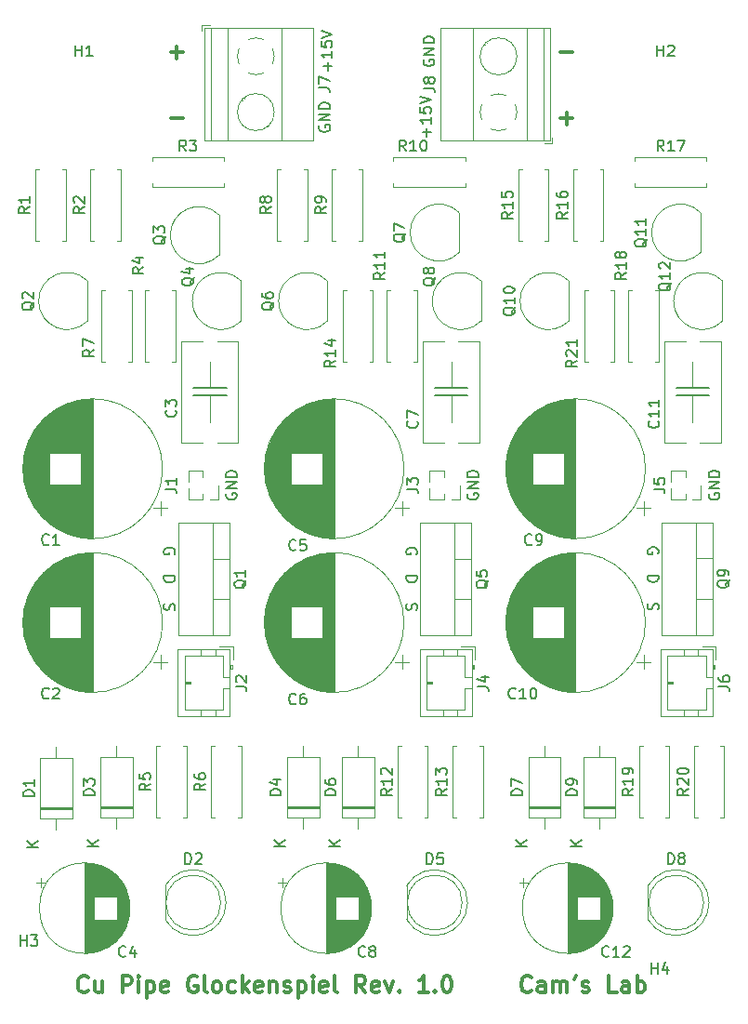
<source format=gbr>
%TF.GenerationSoftware,KiCad,Pcbnew,(6.0.1)*%
%TF.CreationDate,2023-11-16T23:02:11-08:00*%
%TF.ProjectId,CuGlock,4375476c-6f63-46b2-9e6b-696361645f70,1.0*%
%TF.SameCoordinates,Original*%
%TF.FileFunction,Legend,Top*%
%TF.FilePolarity,Positive*%
%FSLAX46Y46*%
G04 Gerber Fmt 4.6, Leading zero omitted, Abs format (unit mm)*
G04 Created by KiCad (PCBNEW (6.0.1)) date 2023-11-16 23:02:11*
%MOMM*%
%LPD*%
G01*
G04 APERTURE LIST*
%ADD10C,0.300000*%
%ADD11C,0.150000*%
%ADD12C,0.120000*%
%ADD13C,0.200000*%
G04 APERTURE END LIST*
D10*
X127428571Y-61107142D02*
X128571428Y-61107142D01*
X162928571Y-55107142D02*
X164071428Y-55107142D01*
X162928571Y-61107142D02*
X164071428Y-61107142D01*
X163500000Y-61678571D02*
X163500000Y-60535714D01*
X127428571Y-55107142D02*
X128571428Y-55107142D01*
X128000000Y-55678571D02*
X128000000Y-54535714D01*
D11*
X141000000Y-61761904D02*
X140952380Y-61857142D01*
X140952380Y-62000000D01*
X141000000Y-62142857D01*
X141095238Y-62238095D01*
X141190476Y-62285714D01*
X141380952Y-62333333D01*
X141523809Y-62333333D01*
X141714285Y-62285714D01*
X141809523Y-62238095D01*
X141904761Y-62142857D01*
X141952380Y-62000000D01*
X141952380Y-61904761D01*
X141904761Y-61761904D01*
X141857142Y-61714285D01*
X141523809Y-61714285D01*
X141523809Y-61904761D01*
X141952380Y-61285714D02*
X140952380Y-61285714D01*
X141952380Y-60714285D01*
X140952380Y-60714285D01*
X141952380Y-60238095D02*
X140952380Y-60238095D01*
X140952380Y-60000000D01*
X141000000Y-59857142D01*
X141095238Y-59761904D01*
X141190476Y-59714285D01*
X141380952Y-59666666D01*
X141523809Y-59666666D01*
X141714285Y-59714285D01*
X141809523Y-59761904D01*
X141904761Y-59857142D01*
X141952380Y-60000000D01*
X141952380Y-60238095D01*
X150766428Y-62761904D02*
X150766428Y-62000000D01*
X151147380Y-62380952D02*
X150385476Y-62380952D01*
X151147380Y-61000000D02*
X151147380Y-61571428D01*
X151147380Y-61285714D02*
X150147380Y-61285714D01*
X150290238Y-61380952D01*
X150385476Y-61476190D01*
X150433095Y-61571428D01*
X150147380Y-60095238D02*
X150147380Y-60571428D01*
X150623571Y-60619047D01*
X150575952Y-60571428D01*
X150528333Y-60476190D01*
X150528333Y-60238095D01*
X150575952Y-60142857D01*
X150623571Y-60095238D01*
X150718809Y-60047619D01*
X150956904Y-60047619D01*
X151052142Y-60095238D01*
X151099761Y-60142857D01*
X151147380Y-60238095D01*
X151147380Y-60476190D01*
X151099761Y-60571428D01*
X151052142Y-60619047D01*
X150147380Y-59761904D02*
X151147380Y-59428571D01*
X150147380Y-59095238D01*
X150500000Y-55761904D02*
X150452380Y-55857142D01*
X150452380Y-56000000D01*
X150500000Y-56142857D01*
X150595238Y-56238095D01*
X150690476Y-56285714D01*
X150880952Y-56333333D01*
X151023809Y-56333333D01*
X151214285Y-56285714D01*
X151309523Y-56238095D01*
X151404761Y-56142857D01*
X151452380Y-56000000D01*
X151452380Y-55904761D01*
X151404761Y-55761904D01*
X151357142Y-55714285D01*
X151023809Y-55714285D01*
X151023809Y-55904761D01*
X151452380Y-55285714D02*
X150452380Y-55285714D01*
X151452380Y-54714285D01*
X150452380Y-54714285D01*
X151452380Y-54238095D02*
X150452380Y-54238095D01*
X150452380Y-54000000D01*
X150500000Y-53857142D01*
X150595238Y-53761904D01*
X150690476Y-53714285D01*
X150880952Y-53666666D01*
X151023809Y-53666666D01*
X151214285Y-53714285D01*
X151309523Y-53761904D01*
X151404761Y-53857142D01*
X151452380Y-54000000D01*
X151452380Y-54238095D01*
X141766428Y-56761904D02*
X141766428Y-56000000D01*
X142147380Y-56380952D02*
X141385476Y-56380952D01*
X142147380Y-55000000D02*
X142147380Y-55571428D01*
X142147380Y-55285714D02*
X141147380Y-55285714D01*
X141290238Y-55380952D01*
X141385476Y-55476190D01*
X141433095Y-55571428D01*
X141147380Y-54095238D02*
X141147380Y-54571428D01*
X141623571Y-54619047D01*
X141575952Y-54571428D01*
X141528333Y-54476190D01*
X141528333Y-54238095D01*
X141575952Y-54142857D01*
X141623571Y-54095238D01*
X141718809Y-54047619D01*
X141956904Y-54047619D01*
X142052142Y-54095238D01*
X142099761Y-54142857D01*
X142147380Y-54238095D01*
X142147380Y-54476190D01*
X142099761Y-54571428D01*
X142052142Y-54619047D01*
X141147380Y-53761904D02*
X142147380Y-53428571D01*
X141147380Y-53095238D01*
D10*
X119892857Y-140535714D02*
X119821428Y-140607142D01*
X119607142Y-140678571D01*
X119464285Y-140678571D01*
X119250000Y-140607142D01*
X119107142Y-140464285D01*
X119035714Y-140321428D01*
X118964285Y-140035714D01*
X118964285Y-139821428D01*
X119035714Y-139535714D01*
X119107142Y-139392857D01*
X119250000Y-139250000D01*
X119464285Y-139178571D01*
X119607142Y-139178571D01*
X119821428Y-139250000D01*
X119892857Y-139321428D01*
X121178571Y-139678571D02*
X121178571Y-140678571D01*
X120535714Y-139678571D02*
X120535714Y-140464285D01*
X120607142Y-140607142D01*
X120750000Y-140678571D01*
X120964285Y-140678571D01*
X121107142Y-140607142D01*
X121178571Y-140535714D01*
X123035714Y-140678571D02*
X123035714Y-139178571D01*
X123607142Y-139178571D01*
X123750000Y-139250000D01*
X123821428Y-139321428D01*
X123892857Y-139464285D01*
X123892857Y-139678571D01*
X123821428Y-139821428D01*
X123750000Y-139892857D01*
X123607142Y-139964285D01*
X123035714Y-139964285D01*
X124535714Y-140678571D02*
X124535714Y-139678571D01*
X124535714Y-139178571D02*
X124464285Y-139250000D01*
X124535714Y-139321428D01*
X124607142Y-139250000D01*
X124535714Y-139178571D01*
X124535714Y-139321428D01*
X125250000Y-139678571D02*
X125250000Y-141178571D01*
X125250000Y-139750000D02*
X125392857Y-139678571D01*
X125678571Y-139678571D01*
X125821428Y-139750000D01*
X125892857Y-139821428D01*
X125964285Y-139964285D01*
X125964285Y-140392857D01*
X125892857Y-140535714D01*
X125821428Y-140607142D01*
X125678571Y-140678571D01*
X125392857Y-140678571D01*
X125250000Y-140607142D01*
X127178571Y-140607142D02*
X127035714Y-140678571D01*
X126750000Y-140678571D01*
X126607142Y-140607142D01*
X126535714Y-140464285D01*
X126535714Y-139892857D01*
X126607142Y-139750000D01*
X126750000Y-139678571D01*
X127035714Y-139678571D01*
X127178571Y-139750000D01*
X127250000Y-139892857D01*
X127250000Y-140035714D01*
X126535714Y-140178571D01*
X129821428Y-139250000D02*
X129678571Y-139178571D01*
X129464285Y-139178571D01*
X129250000Y-139250000D01*
X129107142Y-139392857D01*
X129035714Y-139535714D01*
X128964285Y-139821428D01*
X128964285Y-140035714D01*
X129035714Y-140321428D01*
X129107142Y-140464285D01*
X129250000Y-140607142D01*
X129464285Y-140678571D01*
X129607142Y-140678571D01*
X129821428Y-140607142D01*
X129892857Y-140535714D01*
X129892857Y-140035714D01*
X129607142Y-140035714D01*
X130750000Y-140678571D02*
X130607142Y-140607142D01*
X130535714Y-140464285D01*
X130535714Y-139178571D01*
X131535714Y-140678571D02*
X131392857Y-140607142D01*
X131321428Y-140535714D01*
X131250000Y-140392857D01*
X131250000Y-139964285D01*
X131321428Y-139821428D01*
X131392857Y-139750000D01*
X131535714Y-139678571D01*
X131750000Y-139678571D01*
X131892857Y-139750000D01*
X131964285Y-139821428D01*
X132035714Y-139964285D01*
X132035714Y-140392857D01*
X131964285Y-140535714D01*
X131892857Y-140607142D01*
X131750000Y-140678571D01*
X131535714Y-140678571D01*
X133321428Y-140607142D02*
X133178571Y-140678571D01*
X132892857Y-140678571D01*
X132750000Y-140607142D01*
X132678571Y-140535714D01*
X132607142Y-140392857D01*
X132607142Y-139964285D01*
X132678571Y-139821428D01*
X132750000Y-139750000D01*
X132892857Y-139678571D01*
X133178571Y-139678571D01*
X133321428Y-139750000D01*
X133964285Y-140678571D02*
X133964285Y-139178571D01*
X134107142Y-140107142D02*
X134535714Y-140678571D01*
X134535714Y-139678571D02*
X133964285Y-140250000D01*
X135750000Y-140607142D02*
X135607142Y-140678571D01*
X135321428Y-140678571D01*
X135178571Y-140607142D01*
X135107142Y-140464285D01*
X135107142Y-139892857D01*
X135178571Y-139750000D01*
X135321428Y-139678571D01*
X135607142Y-139678571D01*
X135750000Y-139750000D01*
X135821428Y-139892857D01*
X135821428Y-140035714D01*
X135107142Y-140178571D01*
X136464285Y-139678571D02*
X136464285Y-140678571D01*
X136464285Y-139821428D02*
X136535714Y-139750000D01*
X136678571Y-139678571D01*
X136892857Y-139678571D01*
X137035714Y-139750000D01*
X137107142Y-139892857D01*
X137107142Y-140678571D01*
X137750000Y-140607142D02*
X137892857Y-140678571D01*
X138178571Y-140678571D01*
X138321428Y-140607142D01*
X138392857Y-140464285D01*
X138392857Y-140392857D01*
X138321428Y-140250000D01*
X138178571Y-140178571D01*
X137964285Y-140178571D01*
X137821428Y-140107142D01*
X137750000Y-139964285D01*
X137750000Y-139892857D01*
X137821428Y-139750000D01*
X137964285Y-139678571D01*
X138178571Y-139678571D01*
X138321428Y-139750000D01*
X139035714Y-139678571D02*
X139035714Y-141178571D01*
X139035714Y-139750000D02*
X139178571Y-139678571D01*
X139464285Y-139678571D01*
X139607142Y-139750000D01*
X139678571Y-139821428D01*
X139750000Y-139964285D01*
X139750000Y-140392857D01*
X139678571Y-140535714D01*
X139607142Y-140607142D01*
X139464285Y-140678571D01*
X139178571Y-140678571D01*
X139035714Y-140607142D01*
X140392857Y-140678571D02*
X140392857Y-139678571D01*
X140392857Y-139178571D02*
X140321428Y-139250000D01*
X140392857Y-139321428D01*
X140464285Y-139250000D01*
X140392857Y-139178571D01*
X140392857Y-139321428D01*
X141678571Y-140607142D02*
X141535714Y-140678571D01*
X141250000Y-140678571D01*
X141107142Y-140607142D01*
X141035714Y-140464285D01*
X141035714Y-139892857D01*
X141107142Y-139750000D01*
X141250000Y-139678571D01*
X141535714Y-139678571D01*
X141678571Y-139750000D01*
X141750000Y-139892857D01*
X141750000Y-140035714D01*
X141035714Y-140178571D01*
X142607142Y-140678571D02*
X142464285Y-140607142D01*
X142392857Y-140464285D01*
X142392857Y-139178571D01*
X145178571Y-140678571D02*
X144678571Y-139964285D01*
X144321428Y-140678571D02*
X144321428Y-139178571D01*
X144892857Y-139178571D01*
X145035714Y-139250000D01*
X145107142Y-139321428D01*
X145178571Y-139464285D01*
X145178571Y-139678571D01*
X145107142Y-139821428D01*
X145035714Y-139892857D01*
X144892857Y-139964285D01*
X144321428Y-139964285D01*
X146392857Y-140607142D02*
X146250000Y-140678571D01*
X145964285Y-140678571D01*
X145821428Y-140607142D01*
X145750000Y-140464285D01*
X145750000Y-139892857D01*
X145821428Y-139750000D01*
X145964285Y-139678571D01*
X146250000Y-139678571D01*
X146392857Y-139750000D01*
X146464285Y-139892857D01*
X146464285Y-140035714D01*
X145750000Y-140178571D01*
X146964285Y-139678571D02*
X147321428Y-140678571D01*
X147678571Y-139678571D01*
X148250000Y-140535714D02*
X148321428Y-140607142D01*
X148250000Y-140678571D01*
X148178571Y-140607142D01*
X148250000Y-140535714D01*
X148250000Y-140678571D01*
X150892857Y-140678571D02*
X150035714Y-140678571D01*
X150464285Y-140678571D02*
X150464285Y-139178571D01*
X150321428Y-139392857D01*
X150178571Y-139535714D01*
X150035714Y-139607142D01*
X151535714Y-140535714D02*
X151607142Y-140607142D01*
X151535714Y-140678571D01*
X151464285Y-140607142D01*
X151535714Y-140535714D01*
X151535714Y-140678571D01*
X152535714Y-139178571D02*
X152678571Y-139178571D01*
X152821428Y-139250000D01*
X152892857Y-139321428D01*
X152964285Y-139464285D01*
X153035714Y-139750000D01*
X153035714Y-140107142D01*
X152964285Y-140392857D01*
X152892857Y-140535714D01*
X152821428Y-140607142D01*
X152678571Y-140678571D01*
X152535714Y-140678571D01*
X152392857Y-140607142D01*
X152321428Y-140535714D01*
X152250000Y-140392857D01*
X152178571Y-140107142D01*
X152178571Y-139750000D01*
X152250000Y-139464285D01*
X152321428Y-139321428D01*
X152392857Y-139250000D01*
X152535714Y-139178571D01*
X160285714Y-140535714D02*
X160214285Y-140607142D01*
X160000000Y-140678571D01*
X159857142Y-140678571D01*
X159642857Y-140607142D01*
X159500000Y-140464285D01*
X159428571Y-140321428D01*
X159357142Y-140035714D01*
X159357142Y-139821428D01*
X159428571Y-139535714D01*
X159500000Y-139392857D01*
X159642857Y-139250000D01*
X159857142Y-139178571D01*
X160000000Y-139178571D01*
X160214285Y-139250000D01*
X160285714Y-139321428D01*
X161571428Y-140678571D02*
X161571428Y-139892857D01*
X161500000Y-139750000D01*
X161357142Y-139678571D01*
X161071428Y-139678571D01*
X160928571Y-139750000D01*
X161571428Y-140607142D02*
X161428571Y-140678571D01*
X161071428Y-140678571D01*
X160928571Y-140607142D01*
X160857142Y-140464285D01*
X160857142Y-140321428D01*
X160928571Y-140178571D01*
X161071428Y-140107142D01*
X161428571Y-140107142D01*
X161571428Y-140035714D01*
X162285714Y-140678571D02*
X162285714Y-139678571D01*
X162285714Y-139821428D02*
X162357142Y-139750000D01*
X162500000Y-139678571D01*
X162714285Y-139678571D01*
X162857142Y-139750000D01*
X162928571Y-139892857D01*
X162928571Y-140678571D01*
X162928571Y-139892857D02*
X163000000Y-139750000D01*
X163142857Y-139678571D01*
X163357142Y-139678571D01*
X163500000Y-139750000D01*
X163571428Y-139892857D01*
X163571428Y-140678571D01*
X164357142Y-139178571D02*
X164214285Y-139464285D01*
X164928571Y-140607142D02*
X165071428Y-140678571D01*
X165357142Y-140678571D01*
X165500000Y-140607142D01*
X165571428Y-140464285D01*
X165571428Y-140392857D01*
X165500000Y-140250000D01*
X165357142Y-140178571D01*
X165142857Y-140178571D01*
X165000000Y-140107142D01*
X164928571Y-139964285D01*
X164928571Y-139892857D01*
X165000000Y-139750000D01*
X165142857Y-139678571D01*
X165357142Y-139678571D01*
X165500000Y-139750000D01*
X168071428Y-140678571D02*
X167357142Y-140678571D01*
X167357142Y-139178571D01*
X169214285Y-140678571D02*
X169214285Y-139892857D01*
X169142857Y-139750000D01*
X169000000Y-139678571D01*
X168714285Y-139678571D01*
X168571428Y-139750000D01*
X169214285Y-140607142D02*
X169071428Y-140678571D01*
X168714285Y-140678571D01*
X168571428Y-140607142D01*
X168500000Y-140464285D01*
X168500000Y-140321428D01*
X168571428Y-140178571D01*
X168714285Y-140107142D01*
X169071428Y-140107142D01*
X169214285Y-140035714D01*
X169928571Y-140678571D02*
X169928571Y-139178571D01*
X169928571Y-139750000D02*
X170071428Y-139678571D01*
X170357142Y-139678571D01*
X170500000Y-139750000D01*
X170571428Y-139821428D01*
X170642857Y-139964285D01*
X170642857Y-140392857D01*
X170571428Y-140535714D01*
X170500000Y-140607142D01*
X170357142Y-140678571D01*
X170071428Y-140678571D01*
X169928571Y-140607142D01*
D11*
X176500000Y-95261904D02*
X176452380Y-95357142D01*
X176452380Y-95500000D01*
X176500000Y-95642857D01*
X176595238Y-95738095D01*
X176690476Y-95785714D01*
X176880952Y-95833333D01*
X177023809Y-95833333D01*
X177214285Y-95785714D01*
X177309523Y-95738095D01*
X177404761Y-95642857D01*
X177452380Y-95500000D01*
X177452380Y-95404761D01*
X177404761Y-95261904D01*
X177357142Y-95214285D01*
X177023809Y-95214285D01*
X177023809Y-95404761D01*
X177452380Y-94785714D02*
X176452380Y-94785714D01*
X177452380Y-94214285D01*
X176452380Y-94214285D01*
X177452380Y-93738095D02*
X176452380Y-93738095D01*
X176452380Y-93500000D01*
X176500000Y-93357142D01*
X176595238Y-93261904D01*
X176690476Y-93214285D01*
X176880952Y-93166666D01*
X177023809Y-93166666D01*
X177214285Y-93214285D01*
X177309523Y-93261904D01*
X177404761Y-93357142D01*
X177452380Y-93500000D01*
X177452380Y-93738095D01*
X154500000Y-95261904D02*
X154452380Y-95357142D01*
X154452380Y-95500000D01*
X154500000Y-95642857D01*
X154595238Y-95738095D01*
X154690476Y-95785714D01*
X154880952Y-95833333D01*
X155023809Y-95833333D01*
X155214285Y-95785714D01*
X155309523Y-95738095D01*
X155404761Y-95642857D01*
X155452380Y-95500000D01*
X155452380Y-95404761D01*
X155404761Y-95261904D01*
X155357142Y-95214285D01*
X155023809Y-95214285D01*
X155023809Y-95404761D01*
X155452380Y-94785714D02*
X154452380Y-94785714D01*
X155452380Y-94214285D01*
X154452380Y-94214285D01*
X155452380Y-93738095D02*
X154452380Y-93738095D01*
X154452380Y-93500000D01*
X154500000Y-93357142D01*
X154595238Y-93261904D01*
X154690476Y-93214285D01*
X154880952Y-93166666D01*
X155023809Y-93166666D01*
X155214285Y-93214285D01*
X155309523Y-93261904D01*
X155404761Y-93357142D01*
X155452380Y-93500000D01*
X155452380Y-93738095D01*
X132500000Y-95261904D02*
X132452380Y-95357142D01*
X132452380Y-95500000D01*
X132500000Y-95642857D01*
X132595238Y-95738095D01*
X132690476Y-95785714D01*
X132880952Y-95833333D01*
X133023809Y-95833333D01*
X133214285Y-95785714D01*
X133309523Y-95738095D01*
X133404761Y-95642857D01*
X133452380Y-95500000D01*
X133452380Y-95404761D01*
X133404761Y-95261904D01*
X133357142Y-95214285D01*
X133023809Y-95214285D01*
X133023809Y-95404761D01*
X133452380Y-94785714D02*
X132452380Y-94785714D01*
X133452380Y-94214285D01*
X132452380Y-94214285D01*
X133452380Y-93738095D02*
X132452380Y-93738095D01*
X132452380Y-93500000D01*
X132500000Y-93357142D01*
X132595238Y-93261904D01*
X132690476Y-93214285D01*
X132880952Y-93166666D01*
X133023809Y-93166666D01*
X133214285Y-93214285D01*
X133309523Y-93261904D01*
X133404761Y-93357142D01*
X133452380Y-93500000D01*
X133452380Y-93738095D01*
%TO.C,Q8*%
X151547619Y-75595238D02*
X151500000Y-75690476D01*
X151404761Y-75785714D01*
X151261904Y-75928571D01*
X151214285Y-76023809D01*
X151214285Y-76119047D01*
X151452380Y-76071428D02*
X151404761Y-76166666D01*
X151309523Y-76261904D01*
X151119047Y-76309523D01*
X150785714Y-76309523D01*
X150595238Y-76261904D01*
X150500000Y-76166666D01*
X150452380Y-76071428D01*
X150452380Y-75880952D01*
X150500000Y-75785714D01*
X150595238Y-75690476D01*
X150785714Y-75642857D01*
X151119047Y-75642857D01*
X151309523Y-75690476D01*
X151404761Y-75785714D01*
X151452380Y-75880952D01*
X151452380Y-76071428D01*
X150880952Y-75071428D02*
X150833333Y-75166666D01*
X150785714Y-75214285D01*
X150690476Y-75261904D01*
X150642857Y-75261904D01*
X150547619Y-75214285D01*
X150500000Y-75166666D01*
X150452380Y-75071428D01*
X150452380Y-74880952D01*
X150500000Y-74785714D01*
X150547619Y-74738095D01*
X150642857Y-74690476D01*
X150690476Y-74690476D01*
X150785714Y-74738095D01*
X150833333Y-74785714D01*
X150880952Y-74880952D01*
X150880952Y-75071428D01*
X150928571Y-75166666D01*
X150976190Y-75214285D01*
X151071428Y-75261904D01*
X151261904Y-75261904D01*
X151357142Y-75214285D01*
X151404761Y-75166666D01*
X151452380Y-75071428D01*
X151452380Y-74880952D01*
X151404761Y-74785714D01*
X151357142Y-74738095D01*
X151261904Y-74690476D01*
X151071428Y-74690476D01*
X150976190Y-74738095D01*
X150928571Y-74785714D01*
X150880952Y-74880952D01*
%TO.C,J5*%
X171452380Y-94833333D02*
X172166666Y-94833333D01*
X172309523Y-94880952D01*
X172404761Y-94976190D01*
X172452380Y-95119047D01*
X172452380Y-95214285D01*
X171452380Y-93880952D02*
X171452380Y-94357142D01*
X171928571Y-94404761D01*
X171880952Y-94357142D01*
X171833333Y-94261904D01*
X171833333Y-94023809D01*
X171880952Y-93928571D01*
X171928571Y-93880952D01*
X172023809Y-93833333D01*
X172261904Y-93833333D01*
X172357142Y-93880952D01*
X172404761Y-93928571D01*
X172452380Y-94023809D01*
X172452380Y-94261904D01*
X172404761Y-94357142D01*
X172357142Y-94404761D01*
%TO.C,J3*%
X148952380Y-94833333D02*
X149666666Y-94833333D01*
X149809523Y-94880952D01*
X149904761Y-94976190D01*
X149952380Y-95119047D01*
X149952380Y-95214285D01*
X148952380Y-94452380D02*
X148952380Y-93833333D01*
X149333333Y-94166666D01*
X149333333Y-94023809D01*
X149380952Y-93928571D01*
X149428571Y-93880952D01*
X149523809Y-93833333D01*
X149761904Y-93833333D01*
X149857142Y-93880952D01*
X149904761Y-93928571D01*
X149952380Y-94023809D01*
X149952380Y-94309523D01*
X149904761Y-94404761D01*
X149857142Y-94452380D01*
%TO.C,J1*%
X126952380Y-94833333D02*
X127666666Y-94833333D01*
X127809523Y-94880952D01*
X127904761Y-94976190D01*
X127952380Y-95119047D01*
X127952380Y-95214285D01*
X127952380Y-93833333D02*
X127952380Y-94404761D01*
X127952380Y-94119047D02*
X126952380Y-94119047D01*
X127095238Y-94214285D01*
X127190476Y-94309523D01*
X127238095Y-94404761D01*
%TO.C,R21*%
X164452380Y-83142857D02*
X163976190Y-83476190D01*
X164452380Y-83714285D02*
X163452380Y-83714285D01*
X163452380Y-83333333D01*
X163500000Y-83238095D01*
X163547619Y-83190476D01*
X163642857Y-83142857D01*
X163785714Y-83142857D01*
X163880952Y-83190476D01*
X163928571Y-83238095D01*
X163976190Y-83333333D01*
X163976190Y-83714285D01*
X163547619Y-82761904D02*
X163500000Y-82714285D01*
X163452380Y-82619047D01*
X163452380Y-82380952D01*
X163500000Y-82285714D01*
X163547619Y-82238095D01*
X163642857Y-82190476D01*
X163738095Y-82190476D01*
X163880952Y-82238095D01*
X164452380Y-82809523D01*
X164452380Y-82190476D01*
X164452380Y-81238095D02*
X164452380Y-81809523D01*
X164452380Y-81523809D02*
X163452380Y-81523809D01*
X163595238Y-81619047D01*
X163690476Y-81714285D01*
X163738095Y-81809523D01*
%TO.C,R20*%
X174582380Y-122142857D02*
X174106190Y-122476190D01*
X174582380Y-122714285D02*
X173582380Y-122714285D01*
X173582380Y-122333333D01*
X173630000Y-122238095D01*
X173677619Y-122190476D01*
X173772857Y-122142857D01*
X173915714Y-122142857D01*
X174010952Y-122190476D01*
X174058571Y-122238095D01*
X174106190Y-122333333D01*
X174106190Y-122714285D01*
X173677619Y-121761904D02*
X173630000Y-121714285D01*
X173582380Y-121619047D01*
X173582380Y-121380952D01*
X173630000Y-121285714D01*
X173677619Y-121238095D01*
X173772857Y-121190476D01*
X173868095Y-121190476D01*
X174010952Y-121238095D01*
X174582380Y-121809523D01*
X174582380Y-121190476D01*
X173582380Y-120571428D02*
X173582380Y-120476190D01*
X173630000Y-120380952D01*
X173677619Y-120333333D01*
X173772857Y-120285714D01*
X173963333Y-120238095D01*
X174201428Y-120238095D01*
X174391904Y-120285714D01*
X174487142Y-120333333D01*
X174534761Y-120380952D01*
X174582380Y-120476190D01*
X174582380Y-120571428D01*
X174534761Y-120666666D01*
X174487142Y-120714285D01*
X174391904Y-120761904D01*
X174201428Y-120809523D01*
X173963333Y-120809523D01*
X173772857Y-120761904D01*
X173677619Y-120714285D01*
X173630000Y-120666666D01*
X173582380Y-120571428D01*
%TO.C,R19*%
X169582380Y-122142857D02*
X169106190Y-122476190D01*
X169582380Y-122714285D02*
X168582380Y-122714285D01*
X168582380Y-122333333D01*
X168630000Y-122238095D01*
X168677619Y-122190476D01*
X168772857Y-122142857D01*
X168915714Y-122142857D01*
X169010952Y-122190476D01*
X169058571Y-122238095D01*
X169106190Y-122333333D01*
X169106190Y-122714285D01*
X169582380Y-121190476D02*
X169582380Y-121761904D01*
X169582380Y-121476190D02*
X168582380Y-121476190D01*
X168725238Y-121571428D01*
X168820476Y-121666666D01*
X168868095Y-121761904D01*
X169582380Y-120714285D02*
X169582380Y-120523809D01*
X169534761Y-120428571D01*
X169487142Y-120380952D01*
X169344285Y-120285714D01*
X169153809Y-120238095D01*
X168772857Y-120238095D01*
X168677619Y-120285714D01*
X168630000Y-120333333D01*
X168582380Y-120428571D01*
X168582380Y-120619047D01*
X168630000Y-120714285D01*
X168677619Y-120761904D01*
X168772857Y-120809523D01*
X169010952Y-120809523D01*
X169106190Y-120761904D01*
X169153809Y-120714285D01*
X169201428Y-120619047D01*
X169201428Y-120428571D01*
X169153809Y-120333333D01*
X169106190Y-120285714D01*
X169010952Y-120238095D01*
%TO.C,R18*%
X168952380Y-75142857D02*
X168476190Y-75476190D01*
X168952380Y-75714285D02*
X167952380Y-75714285D01*
X167952380Y-75333333D01*
X168000000Y-75238095D01*
X168047619Y-75190476D01*
X168142857Y-75142857D01*
X168285714Y-75142857D01*
X168380952Y-75190476D01*
X168428571Y-75238095D01*
X168476190Y-75333333D01*
X168476190Y-75714285D01*
X168952380Y-74190476D02*
X168952380Y-74761904D01*
X168952380Y-74476190D02*
X167952380Y-74476190D01*
X168095238Y-74571428D01*
X168190476Y-74666666D01*
X168238095Y-74761904D01*
X168380952Y-73619047D02*
X168333333Y-73714285D01*
X168285714Y-73761904D01*
X168190476Y-73809523D01*
X168142857Y-73809523D01*
X168047619Y-73761904D01*
X168000000Y-73714285D01*
X167952380Y-73619047D01*
X167952380Y-73428571D01*
X168000000Y-73333333D01*
X168047619Y-73285714D01*
X168142857Y-73238095D01*
X168190476Y-73238095D01*
X168285714Y-73285714D01*
X168333333Y-73333333D01*
X168380952Y-73428571D01*
X168380952Y-73619047D01*
X168428571Y-73714285D01*
X168476190Y-73761904D01*
X168571428Y-73809523D01*
X168761904Y-73809523D01*
X168857142Y-73761904D01*
X168904761Y-73714285D01*
X168952380Y-73619047D01*
X168952380Y-73428571D01*
X168904761Y-73333333D01*
X168857142Y-73285714D01*
X168761904Y-73238095D01*
X168571428Y-73238095D01*
X168476190Y-73285714D01*
X168428571Y-73333333D01*
X168380952Y-73428571D01*
%TO.C,R17*%
X172357142Y-64082380D02*
X172023809Y-63606190D01*
X171785714Y-64082380D02*
X171785714Y-63082380D01*
X172166666Y-63082380D01*
X172261904Y-63130000D01*
X172309523Y-63177619D01*
X172357142Y-63272857D01*
X172357142Y-63415714D01*
X172309523Y-63510952D01*
X172261904Y-63558571D01*
X172166666Y-63606190D01*
X171785714Y-63606190D01*
X173309523Y-64082380D02*
X172738095Y-64082380D01*
X173023809Y-64082380D02*
X173023809Y-63082380D01*
X172928571Y-63225238D01*
X172833333Y-63320476D01*
X172738095Y-63368095D01*
X173642857Y-63082380D02*
X174309523Y-63082380D01*
X173880952Y-64082380D01*
%TO.C,R16*%
X163582380Y-69642857D02*
X163106190Y-69976190D01*
X163582380Y-70214285D02*
X162582380Y-70214285D01*
X162582380Y-69833333D01*
X162630000Y-69738095D01*
X162677619Y-69690476D01*
X162772857Y-69642857D01*
X162915714Y-69642857D01*
X163010952Y-69690476D01*
X163058571Y-69738095D01*
X163106190Y-69833333D01*
X163106190Y-70214285D01*
X163582380Y-68690476D02*
X163582380Y-69261904D01*
X163582380Y-68976190D02*
X162582380Y-68976190D01*
X162725238Y-69071428D01*
X162820476Y-69166666D01*
X162868095Y-69261904D01*
X162582380Y-67833333D02*
X162582380Y-68023809D01*
X162630000Y-68119047D01*
X162677619Y-68166666D01*
X162820476Y-68261904D01*
X163010952Y-68309523D01*
X163391904Y-68309523D01*
X163487142Y-68261904D01*
X163534761Y-68214285D01*
X163582380Y-68119047D01*
X163582380Y-67928571D01*
X163534761Y-67833333D01*
X163487142Y-67785714D01*
X163391904Y-67738095D01*
X163153809Y-67738095D01*
X163058571Y-67785714D01*
X163010952Y-67833333D01*
X162963333Y-67928571D01*
X162963333Y-68119047D01*
X163010952Y-68214285D01*
X163058571Y-68261904D01*
X163153809Y-68309523D01*
%TO.C,R15*%
X158582380Y-69642857D02*
X158106190Y-69976190D01*
X158582380Y-70214285D02*
X157582380Y-70214285D01*
X157582380Y-69833333D01*
X157630000Y-69738095D01*
X157677619Y-69690476D01*
X157772857Y-69642857D01*
X157915714Y-69642857D01*
X158010952Y-69690476D01*
X158058571Y-69738095D01*
X158106190Y-69833333D01*
X158106190Y-70214285D01*
X158582380Y-68690476D02*
X158582380Y-69261904D01*
X158582380Y-68976190D02*
X157582380Y-68976190D01*
X157725238Y-69071428D01*
X157820476Y-69166666D01*
X157868095Y-69261904D01*
X157582380Y-67785714D02*
X157582380Y-68261904D01*
X158058571Y-68309523D01*
X158010952Y-68261904D01*
X157963333Y-68166666D01*
X157963333Y-67928571D01*
X158010952Y-67833333D01*
X158058571Y-67785714D01*
X158153809Y-67738095D01*
X158391904Y-67738095D01*
X158487142Y-67785714D01*
X158534761Y-67833333D01*
X158582380Y-67928571D01*
X158582380Y-68166666D01*
X158534761Y-68261904D01*
X158487142Y-68309523D01*
%TO.C,R14*%
X142452380Y-83142857D02*
X141976190Y-83476190D01*
X142452380Y-83714285D02*
X141452380Y-83714285D01*
X141452380Y-83333333D01*
X141500000Y-83238095D01*
X141547619Y-83190476D01*
X141642857Y-83142857D01*
X141785714Y-83142857D01*
X141880952Y-83190476D01*
X141928571Y-83238095D01*
X141976190Y-83333333D01*
X141976190Y-83714285D01*
X142452380Y-82190476D02*
X142452380Y-82761904D01*
X142452380Y-82476190D02*
X141452380Y-82476190D01*
X141595238Y-82571428D01*
X141690476Y-82666666D01*
X141738095Y-82761904D01*
X141785714Y-81333333D02*
X142452380Y-81333333D01*
X141404761Y-81571428D02*
X142119047Y-81809523D01*
X142119047Y-81190476D01*
%TO.C,R13*%
X152582380Y-122142857D02*
X152106190Y-122476190D01*
X152582380Y-122714285D02*
X151582380Y-122714285D01*
X151582380Y-122333333D01*
X151630000Y-122238095D01*
X151677619Y-122190476D01*
X151772857Y-122142857D01*
X151915714Y-122142857D01*
X152010952Y-122190476D01*
X152058571Y-122238095D01*
X152106190Y-122333333D01*
X152106190Y-122714285D01*
X152582380Y-121190476D02*
X152582380Y-121761904D01*
X152582380Y-121476190D02*
X151582380Y-121476190D01*
X151725238Y-121571428D01*
X151820476Y-121666666D01*
X151868095Y-121761904D01*
X151582380Y-120857142D02*
X151582380Y-120238095D01*
X151963333Y-120571428D01*
X151963333Y-120428571D01*
X152010952Y-120333333D01*
X152058571Y-120285714D01*
X152153809Y-120238095D01*
X152391904Y-120238095D01*
X152487142Y-120285714D01*
X152534761Y-120333333D01*
X152582380Y-120428571D01*
X152582380Y-120714285D01*
X152534761Y-120809523D01*
X152487142Y-120857142D01*
%TO.C,R12*%
X147582380Y-122142857D02*
X147106190Y-122476190D01*
X147582380Y-122714285D02*
X146582380Y-122714285D01*
X146582380Y-122333333D01*
X146630000Y-122238095D01*
X146677619Y-122190476D01*
X146772857Y-122142857D01*
X146915714Y-122142857D01*
X147010952Y-122190476D01*
X147058571Y-122238095D01*
X147106190Y-122333333D01*
X147106190Y-122714285D01*
X147582380Y-121190476D02*
X147582380Y-121761904D01*
X147582380Y-121476190D02*
X146582380Y-121476190D01*
X146725238Y-121571428D01*
X146820476Y-121666666D01*
X146868095Y-121761904D01*
X146677619Y-120809523D02*
X146630000Y-120761904D01*
X146582380Y-120666666D01*
X146582380Y-120428571D01*
X146630000Y-120333333D01*
X146677619Y-120285714D01*
X146772857Y-120238095D01*
X146868095Y-120238095D01*
X147010952Y-120285714D01*
X147582380Y-120857142D01*
X147582380Y-120238095D01*
%TO.C,R11*%
X146952380Y-75142857D02*
X146476190Y-75476190D01*
X146952380Y-75714285D02*
X145952380Y-75714285D01*
X145952380Y-75333333D01*
X146000000Y-75238095D01*
X146047619Y-75190476D01*
X146142857Y-75142857D01*
X146285714Y-75142857D01*
X146380952Y-75190476D01*
X146428571Y-75238095D01*
X146476190Y-75333333D01*
X146476190Y-75714285D01*
X146952380Y-74190476D02*
X146952380Y-74761904D01*
X146952380Y-74476190D02*
X145952380Y-74476190D01*
X146095238Y-74571428D01*
X146190476Y-74666666D01*
X146238095Y-74761904D01*
X146952380Y-73238095D02*
X146952380Y-73809523D01*
X146952380Y-73523809D02*
X145952380Y-73523809D01*
X146095238Y-73619047D01*
X146190476Y-73714285D01*
X146238095Y-73809523D01*
%TO.C,R10*%
X148857142Y-64082380D02*
X148523809Y-63606190D01*
X148285714Y-64082380D02*
X148285714Y-63082380D01*
X148666666Y-63082380D01*
X148761904Y-63130000D01*
X148809523Y-63177619D01*
X148857142Y-63272857D01*
X148857142Y-63415714D01*
X148809523Y-63510952D01*
X148761904Y-63558571D01*
X148666666Y-63606190D01*
X148285714Y-63606190D01*
X149809523Y-64082380D02*
X149238095Y-64082380D01*
X149523809Y-64082380D02*
X149523809Y-63082380D01*
X149428571Y-63225238D01*
X149333333Y-63320476D01*
X149238095Y-63368095D01*
X150428571Y-63082380D02*
X150523809Y-63082380D01*
X150619047Y-63130000D01*
X150666666Y-63177619D01*
X150714285Y-63272857D01*
X150761904Y-63463333D01*
X150761904Y-63701428D01*
X150714285Y-63891904D01*
X150666666Y-63987142D01*
X150619047Y-64034761D01*
X150523809Y-64082380D01*
X150428571Y-64082380D01*
X150333333Y-64034761D01*
X150285714Y-63987142D01*
X150238095Y-63891904D01*
X150190476Y-63701428D01*
X150190476Y-63463333D01*
X150238095Y-63272857D01*
X150285714Y-63177619D01*
X150333333Y-63130000D01*
X150428571Y-63082380D01*
%TO.C,R9*%
X141582380Y-69166666D02*
X141106190Y-69500000D01*
X141582380Y-69738095D02*
X140582380Y-69738095D01*
X140582380Y-69357142D01*
X140630000Y-69261904D01*
X140677619Y-69214285D01*
X140772857Y-69166666D01*
X140915714Y-69166666D01*
X141010952Y-69214285D01*
X141058571Y-69261904D01*
X141106190Y-69357142D01*
X141106190Y-69738095D01*
X141582380Y-68690476D02*
X141582380Y-68500000D01*
X141534761Y-68404761D01*
X141487142Y-68357142D01*
X141344285Y-68261904D01*
X141153809Y-68214285D01*
X140772857Y-68214285D01*
X140677619Y-68261904D01*
X140630000Y-68309523D01*
X140582380Y-68404761D01*
X140582380Y-68595238D01*
X140630000Y-68690476D01*
X140677619Y-68738095D01*
X140772857Y-68785714D01*
X141010952Y-68785714D01*
X141106190Y-68738095D01*
X141153809Y-68690476D01*
X141201428Y-68595238D01*
X141201428Y-68404761D01*
X141153809Y-68309523D01*
X141106190Y-68261904D01*
X141010952Y-68214285D01*
%TO.C,R8*%
X136582380Y-69166666D02*
X136106190Y-69500000D01*
X136582380Y-69738095D02*
X135582380Y-69738095D01*
X135582380Y-69357142D01*
X135630000Y-69261904D01*
X135677619Y-69214285D01*
X135772857Y-69166666D01*
X135915714Y-69166666D01*
X136010952Y-69214285D01*
X136058571Y-69261904D01*
X136106190Y-69357142D01*
X136106190Y-69738095D01*
X136010952Y-68595238D02*
X135963333Y-68690476D01*
X135915714Y-68738095D01*
X135820476Y-68785714D01*
X135772857Y-68785714D01*
X135677619Y-68738095D01*
X135630000Y-68690476D01*
X135582380Y-68595238D01*
X135582380Y-68404761D01*
X135630000Y-68309523D01*
X135677619Y-68261904D01*
X135772857Y-68214285D01*
X135820476Y-68214285D01*
X135915714Y-68261904D01*
X135963333Y-68309523D01*
X136010952Y-68404761D01*
X136010952Y-68595238D01*
X136058571Y-68690476D01*
X136106190Y-68738095D01*
X136201428Y-68785714D01*
X136391904Y-68785714D01*
X136487142Y-68738095D01*
X136534761Y-68690476D01*
X136582380Y-68595238D01*
X136582380Y-68404761D01*
X136534761Y-68309523D01*
X136487142Y-68261904D01*
X136391904Y-68214285D01*
X136201428Y-68214285D01*
X136106190Y-68261904D01*
X136058571Y-68309523D01*
X136010952Y-68404761D01*
%TO.C,R7*%
X120452380Y-82166666D02*
X119976190Y-82500000D01*
X120452380Y-82738095D02*
X119452380Y-82738095D01*
X119452380Y-82357142D01*
X119500000Y-82261904D01*
X119547619Y-82214285D01*
X119642857Y-82166666D01*
X119785714Y-82166666D01*
X119880952Y-82214285D01*
X119928571Y-82261904D01*
X119976190Y-82357142D01*
X119976190Y-82738095D01*
X119452380Y-81833333D02*
X119452380Y-81166666D01*
X120452380Y-81595238D01*
%TO.C,R6*%
X130582380Y-121666666D02*
X130106190Y-122000000D01*
X130582380Y-122238095D02*
X129582380Y-122238095D01*
X129582380Y-121857142D01*
X129630000Y-121761904D01*
X129677619Y-121714285D01*
X129772857Y-121666666D01*
X129915714Y-121666666D01*
X130010952Y-121714285D01*
X130058571Y-121761904D01*
X130106190Y-121857142D01*
X130106190Y-122238095D01*
X129582380Y-120809523D02*
X129582380Y-121000000D01*
X129630000Y-121095238D01*
X129677619Y-121142857D01*
X129820476Y-121238095D01*
X130010952Y-121285714D01*
X130391904Y-121285714D01*
X130487142Y-121238095D01*
X130534761Y-121190476D01*
X130582380Y-121095238D01*
X130582380Y-120904761D01*
X130534761Y-120809523D01*
X130487142Y-120761904D01*
X130391904Y-120714285D01*
X130153809Y-120714285D01*
X130058571Y-120761904D01*
X130010952Y-120809523D01*
X129963333Y-120904761D01*
X129963333Y-121095238D01*
X130010952Y-121190476D01*
X130058571Y-121238095D01*
X130153809Y-121285714D01*
%TO.C,R5*%
X125582380Y-121666666D02*
X125106190Y-122000000D01*
X125582380Y-122238095D02*
X124582380Y-122238095D01*
X124582380Y-121857142D01*
X124630000Y-121761904D01*
X124677619Y-121714285D01*
X124772857Y-121666666D01*
X124915714Y-121666666D01*
X125010952Y-121714285D01*
X125058571Y-121761904D01*
X125106190Y-121857142D01*
X125106190Y-122238095D01*
X124582380Y-120761904D02*
X124582380Y-121238095D01*
X125058571Y-121285714D01*
X125010952Y-121238095D01*
X124963333Y-121142857D01*
X124963333Y-120904761D01*
X125010952Y-120809523D01*
X125058571Y-120761904D01*
X125153809Y-120714285D01*
X125391904Y-120714285D01*
X125487142Y-120761904D01*
X125534761Y-120809523D01*
X125582380Y-120904761D01*
X125582380Y-121142857D01*
X125534761Y-121238095D01*
X125487142Y-121285714D01*
%TO.C,R4*%
X124952380Y-74666666D02*
X124476190Y-75000000D01*
X124952380Y-75238095D02*
X123952380Y-75238095D01*
X123952380Y-74857142D01*
X124000000Y-74761904D01*
X124047619Y-74714285D01*
X124142857Y-74666666D01*
X124285714Y-74666666D01*
X124380952Y-74714285D01*
X124428571Y-74761904D01*
X124476190Y-74857142D01*
X124476190Y-75238095D01*
X124285714Y-73809523D02*
X124952380Y-73809523D01*
X123904761Y-74047619D02*
X124619047Y-74285714D01*
X124619047Y-73666666D01*
%TO.C,R3*%
X128833333Y-64082380D02*
X128500000Y-63606190D01*
X128261904Y-64082380D02*
X128261904Y-63082380D01*
X128642857Y-63082380D01*
X128738095Y-63130000D01*
X128785714Y-63177619D01*
X128833333Y-63272857D01*
X128833333Y-63415714D01*
X128785714Y-63510952D01*
X128738095Y-63558571D01*
X128642857Y-63606190D01*
X128261904Y-63606190D01*
X129166666Y-63082380D02*
X129785714Y-63082380D01*
X129452380Y-63463333D01*
X129595238Y-63463333D01*
X129690476Y-63510952D01*
X129738095Y-63558571D01*
X129785714Y-63653809D01*
X129785714Y-63891904D01*
X129738095Y-63987142D01*
X129690476Y-64034761D01*
X129595238Y-64082380D01*
X129309523Y-64082380D01*
X129214285Y-64034761D01*
X129166666Y-63987142D01*
%TO.C,R2*%
X119582380Y-69166666D02*
X119106190Y-69500000D01*
X119582380Y-69738095D02*
X118582380Y-69738095D01*
X118582380Y-69357142D01*
X118630000Y-69261904D01*
X118677619Y-69214285D01*
X118772857Y-69166666D01*
X118915714Y-69166666D01*
X119010952Y-69214285D01*
X119058571Y-69261904D01*
X119106190Y-69357142D01*
X119106190Y-69738095D01*
X118677619Y-68785714D02*
X118630000Y-68738095D01*
X118582380Y-68642857D01*
X118582380Y-68404761D01*
X118630000Y-68309523D01*
X118677619Y-68261904D01*
X118772857Y-68214285D01*
X118868095Y-68214285D01*
X119010952Y-68261904D01*
X119582380Y-68833333D01*
X119582380Y-68214285D01*
%TO.C,R1*%
X114582380Y-69166666D02*
X114106190Y-69500000D01*
X114582380Y-69738095D02*
X113582380Y-69738095D01*
X113582380Y-69357142D01*
X113630000Y-69261904D01*
X113677619Y-69214285D01*
X113772857Y-69166666D01*
X113915714Y-69166666D01*
X114010952Y-69214285D01*
X114058571Y-69261904D01*
X114106190Y-69357142D01*
X114106190Y-69738095D01*
X114582380Y-68214285D02*
X114582380Y-68785714D01*
X114582380Y-68500000D02*
X113582380Y-68500000D01*
X113725238Y-68595238D01*
X113820476Y-68690476D01*
X113868095Y-68785714D01*
%TO.C,Q12*%
X173047619Y-76071428D02*
X173000000Y-76166666D01*
X172904761Y-76261904D01*
X172761904Y-76404761D01*
X172714285Y-76500000D01*
X172714285Y-76595238D01*
X172952380Y-76547619D02*
X172904761Y-76642857D01*
X172809523Y-76738095D01*
X172619047Y-76785714D01*
X172285714Y-76785714D01*
X172095238Y-76738095D01*
X172000000Y-76642857D01*
X171952380Y-76547619D01*
X171952380Y-76357142D01*
X172000000Y-76261904D01*
X172095238Y-76166666D01*
X172285714Y-76119047D01*
X172619047Y-76119047D01*
X172809523Y-76166666D01*
X172904761Y-76261904D01*
X172952380Y-76357142D01*
X172952380Y-76547619D01*
X172952380Y-75166666D02*
X172952380Y-75738095D01*
X172952380Y-75452380D02*
X171952380Y-75452380D01*
X172095238Y-75547619D01*
X172190476Y-75642857D01*
X172238095Y-75738095D01*
X172047619Y-74785714D02*
X172000000Y-74738095D01*
X171952380Y-74642857D01*
X171952380Y-74404761D01*
X172000000Y-74309523D01*
X172047619Y-74261904D01*
X172142857Y-74214285D01*
X172238095Y-74214285D01*
X172380952Y-74261904D01*
X172952380Y-74833333D01*
X172952380Y-74214285D01*
%TO.C,Q11*%
X170847619Y-72071428D02*
X170800000Y-72166666D01*
X170704761Y-72261904D01*
X170561904Y-72404761D01*
X170514285Y-72500000D01*
X170514285Y-72595238D01*
X170752380Y-72547619D02*
X170704761Y-72642857D01*
X170609523Y-72738095D01*
X170419047Y-72785714D01*
X170085714Y-72785714D01*
X169895238Y-72738095D01*
X169800000Y-72642857D01*
X169752380Y-72547619D01*
X169752380Y-72357142D01*
X169800000Y-72261904D01*
X169895238Y-72166666D01*
X170085714Y-72119047D01*
X170419047Y-72119047D01*
X170609523Y-72166666D01*
X170704761Y-72261904D01*
X170752380Y-72357142D01*
X170752380Y-72547619D01*
X170752380Y-71166666D02*
X170752380Y-71738095D01*
X170752380Y-71452380D02*
X169752380Y-71452380D01*
X169895238Y-71547619D01*
X169990476Y-71642857D01*
X170038095Y-71738095D01*
X170752380Y-70214285D02*
X170752380Y-70785714D01*
X170752380Y-70500000D02*
X169752380Y-70500000D01*
X169895238Y-70595238D01*
X169990476Y-70690476D01*
X170038095Y-70785714D01*
%TO.C,Q10*%
X158847619Y-78301428D02*
X158800000Y-78396666D01*
X158704761Y-78491904D01*
X158561904Y-78634761D01*
X158514285Y-78730000D01*
X158514285Y-78825238D01*
X158752380Y-78777619D02*
X158704761Y-78872857D01*
X158609523Y-78968095D01*
X158419047Y-79015714D01*
X158085714Y-79015714D01*
X157895238Y-78968095D01*
X157800000Y-78872857D01*
X157752380Y-78777619D01*
X157752380Y-78587142D01*
X157800000Y-78491904D01*
X157895238Y-78396666D01*
X158085714Y-78349047D01*
X158419047Y-78349047D01*
X158609523Y-78396666D01*
X158704761Y-78491904D01*
X158752380Y-78587142D01*
X158752380Y-78777619D01*
X158752380Y-77396666D02*
X158752380Y-77968095D01*
X158752380Y-77682380D02*
X157752380Y-77682380D01*
X157895238Y-77777619D01*
X157990476Y-77872857D01*
X158038095Y-77968095D01*
X157752380Y-76777619D02*
X157752380Y-76682380D01*
X157800000Y-76587142D01*
X157847619Y-76539523D01*
X157942857Y-76491904D01*
X158133333Y-76444285D01*
X158371428Y-76444285D01*
X158561904Y-76491904D01*
X158657142Y-76539523D01*
X158704761Y-76587142D01*
X158752380Y-76682380D01*
X158752380Y-76777619D01*
X158704761Y-76872857D01*
X158657142Y-76920476D01*
X158561904Y-76968095D01*
X158371428Y-77015714D01*
X158133333Y-77015714D01*
X157942857Y-76968095D01*
X157847619Y-76920476D01*
X157800000Y-76872857D01*
X157752380Y-76777619D01*
%TO.C,Q9*%
X178372619Y-103095238D02*
X178325000Y-103190476D01*
X178229761Y-103285714D01*
X178086904Y-103428571D01*
X178039285Y-103523809D01*
X178039285Y-103619047D01*
X178277380Y-103571428D02*
X178229761Y-103666666D01*
X178134523Y-103761904D01*
X177944047Y-103809523D01*
X177610714Y-103809523D01*
X177420238Y-103761904D01*
X177325000Y-103666666D01*
X177277380Y-103571428D01*
X177277380Y-103380952D01*
X177325000Y-103285714D01*
X177420238Y-103190476D01*
X177610714Y-103142857D01*
X177944047Y-103142857D01*
X178134523Y-103190476D01*
X178229761Y-103285714D01*
X178277380Y-103380952D01*
X178277380Y-103571428D01*
X178277380Y-102666666D02*
X178277380Y-102476190D01*
X178229761Y-102380952D01*
X178182142Y-102333333D01*
X178039285Y-102238095D01*
X177848809Y-102190476D01*
X177467857Y-102190476D01*
X177372619Y-102238095D01*
X177325000Y-102285714D01*
X177277380Y-102380952D01*
X177277380Y-102571428D01*
X177325000Y-102666666D01*
X177372619Y-102714285D01*
X177467857Y-102761904D01*
X177705952Y-102761904D01*
X177801190Y-102714285D01*
X177848809Y-102666666D01*
X177896428Y-102571428D01*
X177896428Y-102380952D01*
X177848809Y-102285714D01*
X177801190Y-102238095D01*
X177705952Y-102190476D01*
X170880119Y-102738095D02*
X171880119Y-102738095D01*
X171880119Y-102976190D01*
X171832500Y-103119047D01*
X171737261Y-103214285D01*
X171642023Y-103261904D01*
X171451547Y-103309523D01*
X171308690Y-103309523D01*
X171118214Y-103261904D01*
X171022976Y-103214285D01*
X170927738Y-103119047D01*
X170880119Y-102976190D01*
X170880119Y-102738095D01*
X170927738Y-105254285D02*
X170880119Y-105397142D01*
X170880119Y-105635238D01*
X170927738Y-105730476D01*
X170975357Y-105778095D01*
X171070595Y-105825714D01*
X171165833Y-105825714D01*
X171261071Y-105778095D01*
X171308690Y-105730476D01*
X171356309Y-105635238D01*
X171403928Y-105444761D01*
X171451547Y-105349523D01*
X171499166Y-105301904D01*
X171594404Y-105254285D01*
X171689642Y-105254285D01*
X171784880Y-105301904D01*
X171832500Y-105349523D01*
X171880119Y-105444761D01*
X171880119Y-105682857D01*
X171832500Y-105825714D01*
X171832500Y-100721904D02*
X171880119Y-100626666D01*
X171880119Y-100483809D01*
X171832500Y-100340952D01*
X171737261Y-100245714D01*
X171642023Y-100198095D01*
X171451547Y-100150476D01*
X171308690Y-100150476D01*
X171118214Y-100198095D01*
X171022976Y-100245714D01*
X170927738Y-100340952D01*
X170880119Y-100483809D01*
X170880119Y-100579047D01*
X170927738Y-100721904D01*
X170975357Y-100769523D01*
X171308690Y-100769523D01*
X171308690Y-100579047D01*
%TO.C,Q7*%
X148847619Y-71595238D02*
X148800000Y-71690476D01*
X148704761Y-71785714D01*
X148561904Y-71928571D01*
X148514285Y-72023809D01*
X148514285Y-72119047D01*
X148752380Y-72071428D02*
X148704761Y-72166666D01*
X148609523Y-72261904D01*
X148419047Y-72309523D01*
X148085714Y-72309523D01*
X147895238Y-72261904D01*
X147800000Y-72166666D01*
X147752380Y-72071428D01*
X147752380Y-71880952D01*
X147800000Y-71785714D01*
X147895238Y-71690476D01*
X148085714Y-71642857D01*
X148419047Y-71642857D01*
X148609523Y-71690476D01*
X148704761Y-71785714D01*
X148752380Y-71880952D01*
X148752380Y-72071428D01*
X147752380Y-71309523D02*
X147752380Y-70642857D01*
X148752380Y-71071428D01*
%TO.C,Q6*%
X136847619Y-77825238D02*
X136800000Y-77920476D01*
X136704761Y-78015714D01*
X136561904Y-78158571D01*
X136514285Y-78253809D01*
X136514285Y-78349047D01*
X136752380Y-78301428D02*
X136704761Y-78396666D01*
X136609523Y-78491904D01*
X136419047Y-78539523D01*
X136085714Y-78539523D01*
X135895238Y-78491904D01*
X135800000Y-78396666D01*
X135752380Y-78301428D01*
X135752380Y-78110952D01*
X135800000Y-78015714D01*
X135895238Y-77920476D01*
X136085714Y-77872857D01*
X136419047Y-77872857D01*
X136609523Y-77920476D01*
X136704761Y-78015714D01*
X136752380Y-78110952D01*
X136752380Y-78301428D01*
X135752380Y-77015714D02*
X135752380Y-77206190D01*
X135800000Y-77301428D01*
X135847619Y-77349047D01*
X135990476Y-77444285D01*
X136180952Y-77491904D01*
X136561904Y-77491904D01*
X136657142Y-77444285D01*
X136704761Y-77396666D01*
X136752380Y-77301428D01*
X136752380Y-77110952D01*
X136704761Y-77015714D01*
X136657142Y-76968095D01*
X136561904Y-76920476D01*
X136323809Y-76920476D01*
X136228571Y-76968095D01*
X136180952Y-77015714D01*
X136133333Y-77110952D01*
X136133333Y-77301428D01*
X136180952Y-77396666D01*
X136228571Y-77444285D01*
X136323809Y-77491904D01*
%TO.C,Q5*%
X156372619Y-103135238D02*
X156325000Y-103230476D01*
X156229761Y-103325714D01*
X156086904Y-103468571D01*
X156039285Y-103563809D01*
X156039285Y-103659047D01*
X156277380Y-103611428D02*
X156229761Y-103706666D01*
X156134523Y-103801904D01*
X155944047Y-103849523D01*
X155610714Y-103849523D01*
X155420238Y-103801904D01*
X155325000Y-103706666D01*
X155277380Y-103611428D01*
X155277380Y-103420952D01*
X155325000Y-103325714D01*
X155420238Y-103230476D01*
X155610714Y-103182857D01*
X155944047Y-103182857D01*
X156134523Y-103230476D01*
X156229761Y-103325714D01*
X156277380Y-103420952D01*
X156277380Y-103611428D01*
X155277380Y-102278095D02*
X155277380Y-102754285D01*
X155753571Y-102801904D01*
X155705952Y-102754285D01*
X155658333Y-102659047D01*
X155658333Y-102420952D01*
X155705952Y-102325714D01*
X155753571Y-102278095D01*
X155848809Y-102230476D01*
X156086904Y-102230476D01*
X156182142Y-102278095D01*
X156229761Y-102325714D01*
X156277380Y-102420952D01*
X156277380Y-102659047D01*
X156229761Y-102754285D01*
X156182142Y-102801904D01*
X148880119Y-102778095D02*
X149880119Y-102778095D01*
X149880119Y-103016190D01*
X149832500Y-103159047D01*
X149737261Y-103254285D01*
X149642023Y-103301904D01*
X149451547Y-103349523D01*
X149308690Y-103349523D01*
X149118214Y-103301904D01*
X149022976Y-103254285D01*
X148927738Y-103159047D01*
X148880119Y-103016190D01*
X148880119Y-102778095D01*
X148927738Y-105294285D02*
X148880119Y-105437142D01*
X148880119Y-105675238D01*
X148927738Y-105770476D01*
X148975357Y-105818095D01*
X149070595Y-105865714D01*
X149165833Y-105865714D01*
X149261071Y-105818095D01*
X149308690Y-105770476D01*
X149356309Y-105675238D01*
X149403928Y-105484761D01*
X149451547Y-105389523D01*
X149499166Y-105341904D01*
X149594404Y-105294285D01*
X149689642Y-105294285D01*
X149784880Y-105341904D01*
X149832500Y-105389523D01*
X149880119Y-105484761D01*
X149880119Y-105722857D01*
X149832500Y-105865714D01*
X149832500Y-100761904D02*
X149880119Y-100666666D01*
X149880119Y-100523809D01*
X149832500Y-100380952D01*
X149737261Y-100285714D01*
X149642023Y-100238095D01*
X149451547Y-100190476D01*
X149308690Y-100190476D01*
X149118214Y-100238095D01*
X149022976Y-100285714D01*
X148927738Y-100380952D01*
X148880119Y-100523809D01*
X148880119Y-100619047D01*
X148927738Y-100761904D01*
X148975357Y-100809523D01*
X149308690Y-100809523D01*
X149308690Y-100619047D01*
%TO.C,Q4*%
X129547619Y-75595238D02*
X129500000Y-75690476D01*
X129404761Y-75785714D01*
X129261904Y-75928571D01*
X129214285Y-76023809D01*
X129214285Y-76119047D01*
X129452380Y-76071428D02*
X129404761Y-76166666D01*
X129309523Y-76261904D01*
X129119047Y-76309523D01*
X128785714Y-76309523D01*
X128595238Y-76261904D01*
X128500000Y-76166666D01*
X128452380Y-76071428D01*
X128452380Y-75880952D01*
X128500000Y-75785714D01*
X128595238Y-75690476D01*
X128785714Y-75642857D01*
X129119047Y-75642857D01*
X129309523Y-75690476D01*
X129404761Y-75785714D01*
X129452380Y-75880952D01*
X129452380Y-76071428D01*
X128785714Y-74785714D02*
X129452380Y-74785714D01*
X128404761Y-75023809D02*
X129119047Y-75261904D01*
X129119047Y-74642857D01*
%TO.C,Q3*%
X126987619Y-71825238D02*
X126940000Y-71920476D01*
X126844761Y-72015714D01*
X126701904Y-72158571D01*
X126654285Y-72253809D01*
X126654285Y-72349047D01*
X126892380Y-72301428D02*
X126844761Y-72396666D01*
X126749523Y-72491904D01*
X126559047Y-72539523D01*
X126225714Y-72539523D01*
X126035238Y-72491904D01*
X125940000Y-72396666D01*
X125892380Y-72301428D01*
X125892380Y-72110952D01*
X125940000Y-72015714D01*
X126035238Y-71920476D01*
X126225714Y-71872857D01*
X126559047Y-71872857D01*
X126749523Y-71920476D01*
X126844761Y-72015714D01*
X126892380Y-72110952D01*
X126892380Y-72301428D01*
X125892380Y-71539523D02*
X125892380Y-70920476D01*
X126273333Y-71253809D01*
X126273333Y-71110952D01*
X126320952Y-71015714D01*
X126368571Y-70968095D01*
X126463809Y-70920476D01*
X126701904Y-70920476D01*
X126797142Y-70968095D01*
X126844761Y-71015714D01*
X126892380Y-71110952D01*
X126892380Y-71396666D01*
X126844761Y-71491904D01*
X126797142Y-71539523D01*
%TO.C,Q2*%
X114987619Y-77825238D02*
X114940000Y-77920476D01*
X114844761Y-78015714D01*
X114701904Y-78158571D01*
X114654285Y-78253809D01*
X114654285Y-78349047D01*
X114892380Y-78301428D02*
X114844761Y-78396666D01*
X114749523Y-78491904D01*
X114559047Y-78539523D01*
X114225714Y-78539523D01*
X114035238Y-78491904D01*
X113940000Y-78396666D01*
X113892380Y-78301428D01*
X113892380Y-78110952D01*
X113940000Y-78015714D01*
X114035238Y-77920476D01*
X114225714Y-77872857D01*
X114559047Y-77872857D01*
X114749523Y-77920476D01*
X114844761Y-78015714D01*
X114892380Y-78110952D01*
X114892380Y-78301428D01*
X113987619Y-77491904D02*
X113940000Y-77444285D01*
X113892380Y-77349047D01*
X113892380Y-77110952D01*
X113940000Y-77015714D01*
X113987619Y-76968095D01*
X114082857Y-76920476D01*
X114178095Y-76920476D01*
X114320952Y-76968095D01*
X114892380Y-77539523D01*
X114892380Y-76920476D01*
%TO.C,Q1*%
X134317619Y-103135238D02*
X134270000Y-103230476D01*
X134174761Y-103325714D01*
X134031904Y-103468571D01*
X133984285Y-103563809D01*
X133984285Y-103659047D01*
X134222380Y-103611428D02*
X134174761Y-103706666D01*
X134079523Y-103801904D01*
X133889047Y-103849523D01*
X133555714Y-103849523D01*
X133365238Y-103801904D01*
X133270000Y-103706666D01*
X133222380Y-103611428D01*
X133222380Y-103420952D01*
X133270000Y-103325714D01*
X133365238Y-103230476D01*
X133555714Y-103182857D01*
X133889047Y-103182857D01*
X134079523Y-103230476D01*
X134174761Y-103325714D01*
X134222380Y-103420952D01*
X134222380Y-103611428D01*
X134222380Y-102230476D02*
X134222380Y-102801904D01*
X134222380Y-102516190D02*
X133222380Y-102516190D01*
X133365238Y-102611428D01*
X133460476Y-102706666D01*
X133508095Y-102801904D01*
X126825119Y-102778095D02*
X127825119Y-102778095D01*
X127825119Y-103016190D01*
X127777500Y-103159047D01*
X127682261Y-103254285D01*
X127587023Y-103301904D01*
X127396547Y-103349523D01*
X127253690Y-103349523D01*
X127063214Y-103301904D01*
X126967976Y-103254285D01*
X126872738Y-103159047D01*
X126825119Y-103016190D01*
X126825119Y-102778095D01*
X126872738Y-105294285D02*
X126825119Y-105437142D01*
X126825119Y-105675238D01*
X126872738Y-105770476D01*
X126920357Y-105818095D01*
X127015595Y-105865714D01*
X127110833Y-105865714D01*
X127206071Y-105818095D01*
X127253690Y-105770476D01*
X127301309Y-105675238D01*
X127348928Y-105484761D01*
X127396547Y-105389523D01*
X127444166Y-105341904D01*
X127539404Y-105294285D01*
X127634642Y-105294285D01*
X127729880Y-105341904D01*
X127777500Y-105389523D01*
X127825119Y-105484761D01*
X127825119Y-105722857D01*
X127777500Y-105865714D01*
X127777500Y-100761904D02*
X127825119Y-100666666D01*
X127825119Y-100523809D01*
X127777500Y-100380952D01*
X127682261Y-100285714D01*
X127587023Y-100238095D01*
X127396547Y-100190476D01*
X127253690Y-100190476D01*
X127063214Y-100238095D01*
X126967976Y-100285714D01*
X126872738Y-100380952D01*
X126825119Y-100523809D01*
X126825119Y-100619047D01*
X126872738Y-100761904D01*
X126920357Y-100809523D01*
X127253690Y-100809523D01*
X127253690Y-100619047D01*
%TO.C,J8*%
X150497380Y-58338333D02*
X151211666Y-58338333D01*
X151354523Y-58385952D01*
X151449761Y-58481190D01*
X151497380Y-58624047D01*
X151497380Y-58719285D01*
X150925952Y-57719285D02*
X150878333Y-57814523D01*
X150830714Y-57862142D01*
X150735476Y-57909761D01*
X150687857Y-57909761D01*
X150592619Y-57862142D01*
X150545000Y-57814523D01*
X150497380Y-57719285D01*
X150497380Y-57528809D01*
X150545000Y-57433571D01*
X150592619Y-57385952D01*
X150687857Y-57338333D01*
X150735476Y-57338333D01*
X150830714Y-57385952D01*
X150878333Y-57433571D01*
X150925952Y-57528809D01*
X150925952Y-57719285D01*
X150973571Y-57814523D01*
X151021190Y-57862142D01*
X151116428Y-57909761D01*
X151306904Y-57909761D01*
X151402142Y-57862142D01*
X151449761Y-57814523D01*
X151497380Y-57719285D01*
X151497380Y-57528809D01*
X151449761Y-57433571D01*
X151402142Y-57385952D01*
X151306904Y-57338333D01*
X151116428Y-57338333D01*
X151021190Y-57385952D01*
X150973571Y-57433571D01*
X150925952Y-57528809D01*
%TO.C,J7*%
X140907380Y-58328333D02*
X141621666Y-58328333D01*
X141764523Y-58375952D01*
X141859761Y-58471190D01*
X141907380Y-58614047D01*
X141907380Y-58709285D01*
X140907380Y-57947380D02*
X140907380Y-57280714D01*
X141907380Y-57709285D01*
%TO.C,J6*%
X177352380Y-112833333D02*
X178066666Y-112833333D01*
X178209523Y-112880952D01*
X178304761Y-112976190D01*
X178352380Y-113119047D01*
X178352380Y-113214285D01*
X177352380Y-111928571D02*
X177352380Y-112119047D01*
X177400000Y-112214285D01*
X177447619Y-112261904D01*
X177590476Y-112357142D01*
X177780952Y-112404761D01*
X178161904Y-112404761D01*
X178257142Y-112357142D01*
X178304761Y-112309523D01*
X178352380Y-112214285D01*
X178352380Y-112023809D01*
X178304761Y-111928571D01*
X178257142Y-111880952D01*
X178161904Y-111833333D01*
X177923809Y-111833333D01*
X177828571Y-111880952D01*
X177780952Y-111928571D01*
X177733333Y-112023809D01*
X177733333Y-112214285D01*
X177780952Y-112309523D01*
X177828571Y-112357142D01*
X177923809Y-112404761D01*
%TO.C,J4*%
X155402380Y-112833333D02*
X156116666Y-112833333D01*
X156259523Y-112880952D01*
X156354761Y-112976190D01*
X156402380Y-113119047D01*
X156402380Y-113214285D01*
X155735714Y-111928571D02*
X156402380Y-111928571D01*
X155354761Y-112166666D02*
X156069047Y-112404761D01*
X156069047Y-111785714D01*
%TO.C,J2*%
X133352380Y-112833333D02*
X134066666Y-112833333D01*
X134209523Y-112880952D01*
X134304761Y-112976190D01*
X134352380Y-113119047D01*
X134352380Y-113214285D01*
X133447619Y-112404761D02*
X133400000Y-112357142D01*
X133352380Y-112261904D01*
X133352380Y-112023809D01*
X133400000Y-111928571D01*
X133447619Y-111880952D01*
X133542857Y-111833333D01*
X133638095Y-111833333D01*
X133780952Y-111880952D01*
X134352380Y-112452380D01*
X134352380Y-111833333D01*
%TO.C,H4*%
X171238095Y-138952380D02*
X171238095Y-137952380D01*
X171238095Y-138428571D02*
X171809523Y-138428571D01*
X171809523Y-138952380D02*
X171809523Y-137952380D01*
X172714285Y-138285714D02*
X172714285Y-138952380D01*
X172476190Y-137904761D02*
X172238095Y-138619047D01*
X172857142Y-138619047D01*
%TO.C,H3*%
X113738095Y-136452380D02*
X113738095Y-135452380D01*
X113738095Y-135928571D02*
X114309523Y-135928571D01*
X114309523Y-136452380D02*
X114309523Y-135452380D01*
X114690476Y-135452380D02*
X115309523Y-135452380D01*
X114976190Y-135833333D01*
X115119047Y-135833333D01*
X115214285Y-135880952D01*
X115261904Y-135928571D01*
X115309523Y-136023809D01*
X115309523Y-136261904D01*
X115261904Y-136357142D01*
X115214285Y-136404761D01*
X115119047Y-136452380D01*
X114833333Y-136452380D01*
X114738095Y-136404761D01*
X114690476Y-136357142D01*
%TO.C,H2*%
X171738095Y-55452380D02*
X171738095Y-54452380D01*
X171738095Y-54928571D02*
X172309523Y-54928571D01*
X172309523Y-55452380D02*
X172309523Y-54452380D01*
X172738095Y-54547619D02*
X172785714Y-54500000D01*
X172880952Y-54452380D01*
X173119047Y-54452380D01*
X173214285Y-54500000D01*
X173261904Y-54547619D01*
X173309523Y-54642857D01*
X173309523Y-54738095D01*
X173261904Y-54880952D01*
X172690476Y-55452380D01*
X173309523Y-55452380D01*
%TO.C,H1*%
X118738095Y-55452380D02*
X118738095Y-54452380D01*
X118738095Y-54928571D02*
X119309523Y-54928571D01*
X119309523Y-55452380D02*
X119309523Y-54452380D01*
X120309523Y-55452380D02*
X119738095Y-55452380D01*
X120023809Y-55452380D02*
X120023809Y-54452380D01*
X119928571Y-54595238D01*
X119833333Y-54690476D01*
X119738095Y-54738095D01*
%TO.C,D9*%
X164482380Y-122738095D02*
X163482380Y-122738095D01*
X163482380Y-122500000D01*
X163530000Y-122357142D01*
X163625238Y-122261904D01*
X163720476Y-122214285D01*
X163910952Y-122166666D01*
X164053809Y-122166666D01*
X164244285Y-122214285D01*
X164339523Y-122261904D01*
X164434761Y-122357142D01*
X164482380Y-122500000D01*
X164482380Y-122738095D01*
X164482380Y-121690476D02*
X164482380Y-121500000D01*
X164434761Y-121404761D01*
X164387142Y-121357142D01*
X164244285Y-121261904D01*
X164053809Y-121214285D01*
X163672857Y-121214285D01*
X163577619Y-121261904D01*
X163530000Y-121309523D01*
X163482380Y-121404761D01*
X163482380Y-121595238D01*
X163530000Y-121690476D01*
X163577619Y-121738095D01*
X163672857Y-121785714D01*
X163910952Y-121785714D01*
X164006190Y-121738095D01*
X164053809Y-121690476D01*
X164101428Y-121595238D01*
X164101428Y-121404761D01*
X164053809Y-121309523D01*
X164006190Y-121261904D01*
X163910952Y-121214285D01*
X164852380Y-127341904D02*
X163852380Y-127341904D01*
X164852380Y-126770476D02*
X164280952Y-127199047D01*
X163852380Y-126770476D02*
X164423809Y-127341904D01*
%TO.C,D8*%
X172756904Y-128992380D02*
X172756904Y-127992380D01*
X172995000Y-127992380D01*
X173137857Y-128040000D01*
X173233095Y-128135238D01*
X173280714Y-128230476D01*
X173328333Y-128420952D01*
X173328333Y-128563809D01*
X173280714Y-128754285D01*
X173233095Y-128849523D01*
X173137857Y-128944761D01*
X172995000Y-128992380D01*
X172756904Y-128992380D01*
X173899761Y-128420952D02*
X173804523Y-128373333D01*
X173756904Y-128325714D01*
X173709285Y-128230476D01*
X173709285Y-128182857D01*
X173756904Y-128087619D01*
X173804523Y-128040000D01*
X173899761Y-127992380D01*
X174090238Y-127992380D01*
X174185476Y-128040000D01*
X174233095Y-128087619D01*
X174280714Y-128182857D01*
X174280714Y-128230476D01*
X174233095Y-128325714D01*
X174185476Y-128373333D01*
X174090238Y-128420952D01*
X173899761Y-128420952D01*
X173804523Y-128468571D01*
X173756904Y-128516190D01*
X173709285Y-128611428D01*
X173709285Y-128801904D01*
X173756904Y-128897142D01*
X173804523Y-128944761D01*
X173899761Y-128992380D01*
X174090238Y-128992380D01*
X174185476Y-128944761D01*
X174233095Y-128897142D01*
X174280714Y-128801904D01*
X174280714Y-128611428D01*
X174233095Y-128516190D01*
X174185476Y-128468571D01*
X174090238Y-128420952D01*
%TO.C,D7*%
X159482380Y-122738095D02*
X158482380Y-122738095D01*
X158482380Y-122500000D01*
X158530000Y-122357142D01*
X158625238Y-122261904D01*
X158720476Y-122214285D01*
X158910952Y-122166666D01*
X159053809Y-122166666D01*
X159244285Y-122214285D01*
X159339523Y-122261904D01*
X159434761Y-122357142D01*
X159482380Y-122500000D01*
X159482380Y-122738095D01*
X158482380Y-121833333D02*
X158482380Y-121166666D01*
X159482380Y-121595238D01*
X159852380Y-127341904D02*
X158852380Y-127341904D01*
X159852380Y-126770476D02*
X159280952Y-127199047D01*
X158852380Y-126770476D02*
X159423809Y-127341904D01*
%TO.C,D6*%
X142482380Y-122738095D02*
X141482380Y-122738095D01*
X141482380Y-122500000D01*
X141530000Y-122357142D01*
X141625238Y-122261904D01*
X141720476Y-122214285D01*
X141910952Y-122166666D01*
X142053809Y-122166666D01*
X142244285Y-122214285D01*
X142339523Y-122261904D01*
X142434761Y-122357142D01*
X142482380Y-122500000D01*
X142482380Y-122738095D01*
X141482380Y-121309523D02*
X141482380Y-121500000D01*
X141530000Y-121595238D01*
X141577619Y-121642857D01*
X141720476Y-121738095D01*
X141910952Y-121785714D01*
X142291904Y-121785714D01*
X142387142Y-121738095D01*
X142434761Y-121690476D01*
X142482380Y-121595238D01*
X142482380Y-121404761D01*
X142434761Y-121309523D01*
X142387142Y-121261904D01*
X142291904Y-121214285D01*
X142053809Y-121214285D01*
X141958571Y-121261904D01*
X141910952Y-121309523D01*
X141863333Y-121404761D01*
X141863333Y-121595238D01*
X141910952Y-121690476D01*
X141958571Y-121738095D01*
X142053809Y-121785714D01*
X142852380Y-127341904D02*
X141852380Y-127341904D01*
X142852380Y-126770476D02*
X142280952Y-127199047D01*
X141852380Y-126770476D02*
X142423809Y-127341904D01*
%TO.C,D5*%
X150756904Y-128992380D02*
X150756904Y-127992380D01*
X150995000Y-127992380D01*
X151137857Y-128040000D01*
X151233095Y-128135238D01*
X151280714Y-128230476D01*
X151328333Y-128420952D01*
X151328333Y-128563809D01*
X151280714Y-128754285D01*
X151233095Y-128849523D01*
X151137857Y-128944761D01*
X150995000Y-128992380D01*
X150756904Y-128992380D01*
X152233095Y-127992380D02*
X151756904Y-127992380D01*
X151709285Y-128468571D01*
X151756904Y-128420952D01*
X151852142Y-128373333D01*
X152090238Y-128373333D01*
X152185476Y-128420952D01*
X152233095Y-128468571D01*
X152280714Y-128563809D01*
X152280714Y-128801904D01*
X152233095Y-128897142D01*
X152185476Y-128944761D01*
X152090238Y-128992380D01*
X151852142Y-128992380D01*
X151756904Y-128944761D01*
X151709285Y-128897142D01*
%TO.C,D4*%
X137482380Y-122738095D02*
X136482380Y-122738095D01*
X136482380Y-122500000D01*
X136530000Y-122357142D01*
X136625238Y-122261904D01*
X136720476Y-122214285D01*
X136910952Y-122166666D01*
X137053809Y-122166666D01*
X137244285Y-122214285D01*
X137339523Y-122261904D01*
X137434761Y-122357142D01*
X137482380Y-122500000D01*
X137482380Y-122738095D01*
X136815714Y-121309523D02*
X137482380Y-121309523D01*
X136434761Y-121547619D02*
X137149047Y-121785714D01*
X137149047Y-121166666D01*
X137852380Y-127341904D02*
X136852380Y-127341904D01*
X137852380Y-126770476D02*
X137280952Y-127199047D01*
X136852380Y-126770476D02*
X137423809Y-127341904D01*
%TO.C,D3*%
X120482380Y-122738095D02*
X119482380Y-122738095D01*
X119482380Y-122500000D01*
X119530000Y-122357142D01*
X119625238Y-122261904D01*
X119720476Y-122214285D01*
X119910952Y-122166666D01*
X120053809Y-122166666D01*
X120244285Y-122214285D01*
X120339523Y-122261904D01*
X120434761Y-122357142D01*
X120482380Y-122500000D01*
X120482380Y-122738095D01*
X119482380Y-121833333D02*
X119482380Y-121214285D01*
X119863333Y-121547619D01*
X119863333Y-121404761D01*
X119910952Y-121309523D01*
X119958571Y-121261904D01*
X120053809Y-121214285D01*
X120291904Y-121214285D01*
X120387142Y-121261904D01*
X120434761Y-121309523D01*
X120482380Y-121404761D01*
X120482380Y-121690476D01*
X120434761Y-121785714D01*
X120387142Y-121833333D01*
X120852380Y-127341904D02*
X119852380Y-127341904D01*
X120852380Y-126770476D02*
X120280952Y-127199047D01*
X119852380Y-126770476D02*
X120423809Y-127341904D01*
%TO.C,D2*%
X128756904Y-128992380D02*
X128756904Y-127992380D01*
X128995000Y-127992380D01*
X129137857Y-128040000D01*
X129233095Y-128135238D01*
X129280714Y-128230476D01*
X129328333Y-128420952D01*
X129328333Y-128563809D01*
X129280714Y-128754285D01*
X129233095Y-128849523D01*
X129137857Y-128944761D01*
X128995000Y-128992380D01*
X128756904Y-128992380D01*
X129709285Y-128087619D02*
X129756904Y-128040000D01*
X129852142Y-127992380D01*
X130090238Y-127992380D01*
X130185476Y-128040000D01*
X130233095Y-128087619D01*
X130280714Y-128182857D01*
X130280714Y-128278095D01*
X130233095Y-128420952D01*
X129661666Y-128992380D01*
X130280714Y-128992380D01*
%TO.C,D1*%
X114982380Y-122818095D02*
X113982380Y-122818095D01*
X113982380Y-122580000D01*
X114030000Y-122437142D01*
X114125238Y-122341904D01*
X114220476Y-122294285D01*
X114410952Y-122246666D01*
X114553809Y-122246666D01*
X114744285Y-122294285D01*
X114839523Y-122341904D01*
X114934761Y-122437142D01*
X114982380Y-122580000D01*
X114982380Y-122818095D01*
X114982380Y-121294285D02*
X114982380Y-121865714D01*
X114982380Y-121580000D02*
X113982380Y-121580000D01*
X114125238Y-121675238D01*
X114220476Y-121770476D01*
X114268095Y-121865714D01*
X115352380Y-127421904D02*
X114352380Y-127421904D01*
X115352380Y-126850476D02*
X114780952Y-127279047D01*
X114352380Y-126850476D02*
X114923809Y-127421904D01*
%TO.C,C12*%
X167357142Y-137357142D02*
X167309523Y-137404761D01*
X167166666Y-137452380D01*
X167071428Y-137452380D01*
X166928571Y-137404761D01*
X166833333Y-137309523D01*
X166785714Y-137214285D01*
X166738095Y-137023809D01*
X166738095Y-136880952D01*
X166785714Y-136690476D01*
X166833333Y-136595238D01*
X166928571Y-136500000D01*
X167071428Y-136452380D01*
X167166666Y-136452380D01*
X167309523Y-136500000D01*
X167357142Y-136547619D01*
X168309523Y-137452380D02*
X167738095Y-137452380D01*
X168023809Y-137452380D02*
X168023809Y-136452380D01*
X167928571Y-136595238D01*
X167833333Y-136690476D01*
X167738095Y-136738095D01*
X168690476Y-136547619D02*
X168738095Y-136500000D01*
X168833333Y-136452380D01*
X169071428Y-136452380D01*
X169166666Y-136500000D01*
X169214285Y-136547619D01*
X169261904Y-136642857D01*
X169261904Y-136738095D01*
X169214285Y-136880952D01*
X168642857Y-137452380D01*
X169261904Y-137452380D01*
%TO.C,C11*%
X171857142Y-88642857D02*
X171904761Y-88690476D01*
X171952380Y-88833333D01*
X171952380Y-88928571D01*
X171904761Y-89071428D01*
X171809523Y-89166666D01*
X171714285Y-89214285D01*
X171523809Y-89261904D01*
X171380952Y-89261904D01*
X171190476Y-89214285D01*
X171095238Y-89166666D01*
X171000000Y-89071428D01*
X170952380Y-88928571D01*
X170952380Y-88833333D01*
X171000000Y-88690476D01*
X171047619Y-88642857D01*
X171952380Y-87690476D02*
X171952380Y-88261904D01*
X171952380Y-87976190D02*
X170952380Y-87976190D01*
X171095238Y-88071428D01*
X171190476Y-88166666D01*
X171238095Y-88261904D01*
X171952380Y-86738095D02*
X171952380Y-87309523D01*
X171952380Y-87023809D02*
X170952380Y-87023809D01*
X171095238Y-87119047D01*
X171190476Y-87214285D01*
X171238095Y-87309523D01*
%TO.C,C10*%
X158857142Y-113857142D02*
X158809523Y-113904761D01*
X158666666Y-113952380D01*
X158571428Y-113952380D01*
X158428571Y-113904761D01*
X158333333Y-113809523D01*
X158285714Y-113714285D01*
X158238095Y-113523809D01*
X158238095Y-113380952D01*
X158285714Y-113190476D01*
X158333333Y-113095238D01*
X158428571Y-113000000D01*
X158571428Y-112952380D01*
X158666666Y-112952380D01*
X158809523Y-113000000D01*
X158857142Y-113047619D01*
X159809523Y-113952380D02*
X159238095Y-113952380D01*
X159523809Y-113952380D02*
X159523809Y-112952380D01*
X159428571Y-113095238D01*
X159333333Y-113190476D01*
X159238095Y-113238095D01*
X160428571Y-112952380D02*
X160523809Y-112952380D01*
X160619047Y-113000000D01*
X160666666Y-113047619D01*
X160714285Y-113142857D01*
X160761904Y-113333333D01*
X160761904Y-113571428D01*
X160714285Y-113761904D01*
X160666666Y-113857142D01*
X160619047Y-113904761D01*
X160523809Y-113952380D01*
X160428571Y-113952380D01*
X160333333Y-113904761D01*
X160285714Y-113857142D01*
X160238095Y-113761904D01*
X160190476Y-113571428D01*
X160190476Y-113333333D01*
X160238095Y-113142857D01*
X160285714Y-113047619D01*
X160333333Y-113000000D01*
X160428571Y-112952380D01*
%TO.C,C9*%
X160333333Y-99857142D02*
X160285714Y-99904761D01*
X160142857Y-99952380D01*
X160047619Y-99952380D01*
X159904761Y-99904761D01*
X159809523Y-99809523D01*
X159761904Y-99714285D01*
X159714285Y-99523809D01*
X159714285Y-99380952D01*
X159761904Y-99190476D01*
X159809523Y-99095238D01*
X159904761Y-99000000D01*
X160047619Y-98952380D01*
X160142857Y-98952380D01*
X160285714Y-99000000D01*
X160333333Y-99047619D01*
X160809523Y-99952380D02*
X161000000Y-99952380D01*
X161095238Y-99904761D01*
X161142857Y-99857142D01*
X161238095Y-99714285D01*
X161285714Y-99523809D01*
X161285714Y-99142857D01*
X161238095Y-99047619D01*
X161190476Y-99000000D01*
X161095238Y-98952380D01*
X160904761Y-98952380D01*
X160809523Y-99000000D01*
X160761904Y-99047619D01*
X160714285Y-99142857D01*
X160714285Y-99380952D01*
X160761904Y-99476190D01*
X160809523Y-99523809D01*
X160904761Y-99571428D01*
X161095238Y-99571428D01*
X161190476Y-99523809D01*
X161238095Y-99476190D01*
X161285714Y-99380952D01*
%TO.C,C8*%
X145151682Y-137357142D02*
X145104063Y-137404761D01*
X144961206Y-137452380D01*
X144865968Y-137452380D01*
X144723110Y-137404761D01*
X144627872Y-137309523D01*
X144580253Y-137214285D01*
X144532634Y-137023809D01*
X144532634Y-136880952D01*
X144580253Y-136690476D01*
X144627872Y-136595238D01*
X144723110Y-136500000D01*
X144865968Y-136452380D01*
X144961206Y-136452380D01*
X145104063Y-136500000D01*
X145151682Y-136547619D01*
X145723110Y-136880952D02*
X145627872Y-136833333D01*
X145580253Y-136785714D01*
X145532634Y-136690476D01*
X145532634Y-136642857D01*
X145580253Y-136547619D01*
X145627872Y-136500000D01*
X145723110Y-136452380D01*
X145913587Y-136452380D01*
X146008825Y-136500000D01*
X146056444Y-136547619D01*
X146104063Y-136642857D01*
X146104063Y-136690476D01*
X146056444Y-136785714D01*
X146008825Y-136833333D01*
X145913587Y-136880952D01*
X145723110Y-136880952D01*
X145627872Y-136928571D01*
X145580253Y-136976190D01*
X145532634Y-137071428D01*
X145532634Y-137261904D01*
X145580253Y-137357142D01*
X145627872Y-137404761D01*
X145723110Y-137452380D01*
X145913587Y-137452380D01*
X146008825Y-137404761D01*
X146056444Y-137357142D01*
X146104063Y-137261904D01*
X146104063Y-137071428D01*
X146056444Y-136976190D01*
X146008825Y-136928571D01*
X145913587Y-136880952D01*
%TO.C,C7*%
X149857142Y-88666666D02*
X149904761Y-88714285D01*
X149952380Y-88857142D01*
X149952380Y-88952380D01*
X149904761Y-89095238D01*
X149809523Y-89190476D01*
X149714285Y-89238095D01*
X149523809Y-89285714D01*
X149380952Y-89285714D01*
X149190476Y-89238095D01*
X149095238Y-89190476D01*
X149000000Y-89095238D01*
X148952380Y-88952380D01*
X148952380Y-88857142D01*
X149000000Y-88714285D01*
X149047619Y-88666666D01*
X148952380Y-88333333D02*
X148952380Y-87666666D01*
X149952380Y-88095238D01*
%TO.C,C6*%
X138833333Y-114357142D02*
X138785714Y-114404761D01*
X138642857Y-114452380D01*
X138547619Y-114452380D01*
X138404761Y-114404761D01*
X138309523Y-114309523D01*
X138261904Y-114214285D01*
X138214285Y-114023809D01*
X138214285Y-113880952D01*
X138261904Y-113690476D01*
X138309523Y-113595238D01*
X138404761Y-113500000D01*
X138547619Y-113452380D01*
X138642857Y-113452380D01*
X138785714Y-113500000D01*
X138833333Y-113547619D01*
X139690476Y-113452380D02*
X139500000Y-113452380D01*
X139404761Y-113500000D01*
X139357142Y-113547619D01*
X139261904Y-113690476D01*
X139214285Y-113880952D01*
X139214285Y-114261904D01*
X139261904Y-114357142D01*
X139309523Y-114404761D01*
X139404761Y-114452380D01*
X139595238Y-114452380D01*
X139690476Y-114404761D01*
X139738095Y-114357142D01*
X139785714Y-114261904D01*
X139785714Y-114023809D01*
X139738095Y-113928571D01*
X139690476Y-113880952D01*
X139595238Y-113833333D01*
X139404761Y-113833333D01*
X139309523Y-113880952D01*
X139261904Y-113928571D01*
X139214285Y-114023809D01*
%TO.C,C5*%
X138833333Y-100357142D02*
X138785714Y-100404761D01*
X138642857Y-100452380D01*
X138547619Y-100452380D01*
X138404761Y-100404761D01*
X138309523Y-100309523D01*
X138261904Y-100214285D01*
X138214285Y-100023809D01*
X138214285Y-99880952D01*
X138261904Y-99690476D01*
X138309523Y-99595238D01*
X138404761Y-99500000D01*
X138547619Y-99452380D01*
X138642857Y-99452380D01*
X138785714Y-99500000D01*
X138833333Y-99547619D01*
X139738095Y-99452380D02*
X139261904Y-99452380D01*
X139214285Y-99928571D01*
X139261904Y-99880952D01*
X139357142Y-99833333D01*
X139595238Y-99833333D01*
X139690476Y-99880952D01*
X139738095Y-99928571D01*
X139785714Y-100023809D01*
X139785714Y-100261904D01*
X139738095Y-100357142D01*
X139690476Y-100404761D01*
X139595238Y-100452380D01*
X139357142Y-100452380D01*
X139261904Y-100404761D01*
X139214285Y-100357142D01*
%TO.C,C4*%
X123333333Y-137357142D02*
X123285714Y-137404761D01*
X123142857Y-137452380D01*
X123047619Y-137452380D01*
X122904761Y-137404761D01*
X122809523Y-137309523D01*
X122761904Y-137214285D01*
X122714285Y-137023809D01*
X122714285Y-136880952D01*
X122761904Y-136690476D01*
X122809523Y-136595238D01*
X122904761Y-136500000D01*
X123047619Y-136452380D01*
X123142857Y-136452380D01*
X123285714Y-136500000D01*
X123333333Y-136547619D01*
X124190476Y-136785714D02*
X124190476Y-137452380D01*
X123952380Y-136404761D02*
X123714285Y-137119047D01*
X124333333Y-137119047D01*
%TO.C,C3*%
X127857142Y-87666666D02*
X127904761Y-87714285D01*
X127952380Y-87857142D01*
X127952380Y-87952380D01*
X127904761Y-88095238D01*
X127809523Y-88190476D01*
X127714285Y-88238095D01*
X127523809Y-88285714D01*
X127380952Y-88285714D01*
X127190476Y-88238095D01*
X127095238Y-88190476D01*
X127000000Y-88095238D01*
X126952380Y-87952380D01*
X126952380Y-87857142D01*
X127000000Y-87714285D01*
X127047619Y-87666666D01*
X126952380Y-87333333D02*
X126952380Y-86714285D01*
X127333333Y-87047619D01*
X127333333Y-86904761D01*
X127380952Y-86809523D01*
X127428571Y-86761904D01*
X127523809Y-86714285D01*
X127761904Y-86714285D01*
X127857142Y-86761904D01*
X127904761Y-86809523D01*
X127952380Y-86904761D01*
X127952380Y-87190476D01*
X127904761Y-87285714D01*
X127857142Y-87333333D01*
%TO.C,C2*%
X116333333Y-113857142D02*
X116285714Y-113904761D01*
X116142857Y-113952380D01*
X116047619Y-113952380D01*
X115904761Y-113904761D01*
X115809523Y-113809523D01*
X115761904Y-113714285D01*
X115714285Y-113523809D01*
X115714285Y-113380952D01*
X115761904Y-113190476D01*
X115809523Y-113095238D01*
X115904761Y-113000000D01*
X116047619Y-112952380D01*
X116142857Y-112952380D01*
X116285714Y-113000000D01*
X116333333Y-113047619D01*
X116714285Y-113047619D02*
X116761904Y-113000000D01*
X116857142Y-112952380D01*
X117095238Y-112952380D01*
X117190476Y-113000000D01*
X117238095Y-113047619D01*
X117285714Y-113142857D01*
X117285714Y-113238095D01*
X117238095Y-113380952D01*
X116666666Y-113952380D01*
X117285714Y-113952380D01*
%TO.C,C1*%
X116333333Y-99857142D02*
X116285714Y-99904761D01*
X116142857Y-99952380D01*
X116047619Y-99952380D01*
X115904761Y-99904761D01*
X115809523Y-99809523D01*
X115761904Y-99714285D01*
X115714285Y-99523809D01*
X115714285Y-99380952D01*
X115761904Y-99190476D01*
X115809523Y-99095238D01*
X115904761Y-99000000D01*
X116047619Y-98952380D01*
X116142857Y-98952380D01*
X116285714Y-99000000D01*
X116333333Y-99047619D01*
X117285714Y-99952380D02*
X116714285Y-99952380D01*
X117000000Y-99952380D02*
X117000000Y-98952380D01*
X116904761Y-99095238D01*
X116809523Y-99190476D01*
X116714285Y-99238095D01*
D12*
%TO.C,Q8*%
X155710000Y-79530000D02*
X155710000Y-75930000D01*
X155698478Y-75891522D02*
G75*
G03*
X151260000Y-77730000I-1838478J-1838478D01*
G01*
X151259999Y-77730000D02*
G75*
G03*
X155698478Y-79568478I2600001J0D01*
G01*
%TO.C,J5*%
X174365000Y-93170000D02*
X174365000Y-93740000D01*
X175760000Y-94500000D02*
X175760000Y-95830000D01*
X174365000Y-93170000D02*
X173035000Y-93170000D01*
X173035000Y-94807530D02*
X173035000Y-95830000D01*
X174365000Y-95830000D02*
X173035000Y-95830000D01*
X175760000Y-95830000D02*
X175000000Y-95830000D01*
X174365000Y-95260000D02*
X174365000Y-95830000D01*
X173035000Y-93170000D02*
X173035000Y-94192470D01*
%TO.C,J3*%
X152365000Y-93170000D02*
X152365000Y-93740000D01*
X153760000Y-94500000D02*
X153760000Y-95830000D01*
X152365000Y-93170000D02*
X151035000Y-93170000D01*
X151035000Y-94807530D02*
X151035000Y-95830000D01*
X152365000Y-95830000D02*
X151035000Y-95830000D01*
X153760000Y-95830000D02*
X153000000Y-95830000D01*
X152365000Y-95260000D02*
X152365000Y-95830000D01*
X151035000Y-93170000D02*
X151035000Y-94192470D01*
%TO.C,J1*%
X130365000Y-93170000D02*
X130365000Y-93740000D01*
X131760000Y-94500000D02*
X131760000Y-95830000D01*
X130365000Y-93170000D02*
X129035000Y-93170000D01*
X129035000Y-94807530D02*
X129035000Y-95830000D01*
X130365000Y-95830000D02*
X129035000Y-95830000D01*
X131760000Y-95830000D02*
X131000000Y-95830000D01*
X130365000Y-95260000D02*
X130365000Y-95830000D01*
X129035000Y-93170000D02*
X129035000Y-94192470D01*
%TO.C,R21*%
X165130000Y-83270000D02*
X165460000Y-83270000D01*
X167870000Y-76730000D02*
X167870000Y-83270000D01*
X165130000Y-76730000D02*
X165130000Y-83270000D01*
X165460000Y-76730000D02*
X165130000Y-76730000D01*
X167540000Y-76730000D02*
X167870000Y-76730000D01*
X167870000Y-83270000D02*
X167540000Y-83270000D01*
%TO.C,R20*%
X177870000Y-118230000D02*
X177540000Y-118230000D01*
X175130000Y-124770000D02*
X175130000Y-118230000D01*
X177870000Y-124770000D02*
X177870000Y-118230000D01*
X177540000Y-124770000D02*
X177870000Y-124770000D01*
X175460000Y-124770000D02*
X175130000Y-124770000D01*
X175130000Y-118230000D02*
X175460000Y-118230000D01*
%TO.C,R19*%
X172870000Y-118230000D02*
X172540000Y-118230000D01*
X170130000Y-124770000D02*
X170130000Y-118230000D01*
X172870000Y-124770000D02*
X172870000Y-118230000D01*
X172540000Y-124770000D02*
X172870000Y-124770000D01*
X170460000Y-124770000D02*
X170130000Y-124770000D01*
X170130000Y-118230000D02*
X170460000Y-118230000D01*
%TO.C,R18*%
X171870000Y-76730000D02*
X171540000Y-76730000D01*
X169130000Y-83270000D02*
X169130000Y-76730000D01*
X171870000Y-83270000D02*
X171870000Y-76730000D01*
X171540000Y-83270000D02*
X171870000Y-83270000D01*
X169460000Y-83270000D02*
X169130000Y-83270000D01*
X169130000Y-76730000D02*
X169460000Y-76730000D01*
%TO.C,R17*%
X176270000Y-67370000D02*
X176270000Y-67040000D01*
X169730000Y-64630000D02*
X176270000Y-64630000D01*
X169730000Y-67370000D02*
X176270000Y-67370000D01*
X169730000Y-67040000D02*
X169730000Y-67370000D01*
X169730000Y-64960000D02*
X169730000Y-64630000D01*
X176270000Y-64630000D02*
X176270000Y-64960000D01*
%TO.C,R16*%
X166870000Y-65730000D02*
X166540000Y-65730000D01*
X164130000Y-72270000D02*
X164130000Y-65730000D01*
X166870000Y-72270000D02*
X166870000Y-65730000D01*
X166540000Y-72270000D02*
X166870000Y-72270000D01*
X164460000Y-72270000D02*
X164130000Y-72270000D01*
X164130000Y-65730000D02*
X164460000Y-65730000D01*
%TO.C,R15*%
X161870000Y-65730000D02*
X161540000Y-65730000D01*
X159130000Y-72270000D02*
X159130000Y-65730000D01*
X161870000Y-72270000D02*
X161870000Y-65730000D01*
X161540000Y-72270000D02*
X161870000Y-72270000D01*
X159460000Y-72270000D02*
X159130000Y-72270000D01*
X159130000Y-65730000D02*
X159460000Y-65730000D01*
%TO.C,R14*%
X143130000Y-83270000D02*
X143460000Y-83270000D01*
X145870000Y-76730000D02*
X145870000Y-83270000D01*
X143130000Y-76730000D02*
X143130000Y-83270000D01*
X143460000Y-76730000D02*
X143130000Y-76730000D01*
X145540000Y-76730000D02*
X145870000Y-76730000D01*
X145870000Y-83270000D02*
X145540000Y-83270000D01*
%TO.C,R13*%
X155870000Y-118230000D02*
X155540000Y-118230000D01*
X153130000Y-124770000D02*
X153130000Y-118230000D01*
X155870000Y-124770000D02*
X155870000Y-118230000D01*
X155540000Y-124770000D02*
X155870000Y-124770000D01*
X153460000Y-124770000D02*
X153130000Y-124770000D01*
X153130000Y-118230000D02*
X153460000Y-118230000D01*
%TO.C,R12*%
X150870000Y-118230000D02*
X150540000Y-118230000D01*
X148130000Y-124770000D02*
X148130000Y-118230000D01*
X150870000Y-124770000D02*
X150870000Y-118230000D01*
X150540000Y-124770000D02*
X150870000Y-124770000D01*
X148460000Y-124770000D02*
X148130000Y-124770000D01*
X148130000Y-118230000D02*
X148460000Y-118230000D01*
%TO.C,R11*%
X149870000Y-76730000D02*
X149540000Y-76730000D01*
X147130000Y-83270000D02*
X147130000Y-76730000D01*
X149870000Y-83270000D02*
X149870000Y-76730000D01*
X149540000Y-83270000D02*
X149870000Y-83270000D01*
X147460000Y-83270000D02*
X147130000Y-83270000D01*
X147130000Y-76730000D02*
X147460000Y-76730000D01*
%TO.C,R10*%
X154270000Y-67370000D02*
X154270000Y-67040000D01*
X147730000Y-64630000D02*
X154270000Y-64630000D01*
X147730000Y-67370000D02*
X154270000Y-67370000D01*
X147730000Y-67040000D02*
X147730000Y-67370000D01*
X147730000Y-64960000D02*
X147730000Y-64630000D01*
X154270000Y-64630000D02*
X154270000Y-64960000D01*
%TO.C,R9*%
X144870000Y-65730000D02*
X144540000Y-65730000D01*
X142130000Y-72270000D02*
X142130000Y-65730000D01*
X144870000Y-72270000D02*
X144870000Y-65730000D01*
X144540000Y-72270000D02*
X144870000Y-72270000D01*
X142460000Y-72270000D02*
X142130000Y-72270000D01*
X142130000Y-65730000D02*
X142460000Y-65730000D01*
%TO.C,R8*%
X139870000Y-65730000D02*
X139540000Y-65730000D01*
X137130000Y-72270000D02*
X137130000Y-65730000D01*
X139870000Y-72270000D02*
X139870000Y-65730000D01*
X139540000Y-72270000D02*
X139870000Y-72270000D01*
X137460000Y-72270000D02*
X137130000Y-72270000D01*
X137130000Y-65730000D02*
X137460000Y-65730000D01*
%TO.C,R7*%
X121130000Y-83270000D02*
X121460000Y-83270000D01*
X123870000Y-76730000D02*
X123870000Y-83270000D01*
X121130000Y-76730000D02*
X121130000Y-83270000D01*
X121460000Y-76730000D02*
X121130000Y-76730000D01*
X123540000Y-76730000D02*
X123870000Y-76730000D01*
X123870000Y-83270000D02*
X123540000Y-83270000D01*
%TO.C,R6*%
X133870000Y-118230000D02*
X133540000Y-118230000D01*
X131130000Y-124770000D02*
X131130000Y-118230000D01*
X133870000Y-124770000D02*
X133870000Y-118230000D01*
X133540000Y-124770000D02*
X133870000Y-124770000D01*
X131460000Y-124770000D02*
X131130000Y-124770000D01*
X131130000Y-118230000D02*
X131460000Y-118230000D01*
%TO.C,R5*%
X128870000Y-118230000D02*
X128540000Y-118230000D01*
X126130000Y-124770000D02*
X126130000Y-118230000D01*
X128870000Y-124770000D02*
X128870000Y-118230000D01*
X128540000Y-124770000D02*
X128870000Y-124770000D01*
X126460000Y-124770000D02*
X126130000Y-124770000D01*
X126130000Y-118230000D02*
X126460000Y-118230000D01*
%TO.C,R4*%
X127870000Y-76730000D02*
X127540000Y-76730000D01*
X125130000Y-83270000D02*
X125130000Y-76730000D01*
X127870000Y-83270000D02*
X127870000Y-76730000D01*
X127540000Y-83270000D02*
X127870000Y-83270000D01*
X125460000Y-83270000D02*
X125130000Y-83270000D01*
X125130000Y-76730000D02*
X125460000Y-76730000D01*
%TO.C,R3*%
X132270000Y-67370000D02*
X132270000Y-67040000D01*
X125730000Y-64630000D02*
X132270000Y-64630000D01*
X125730000Y-67370000D02*
X132270000Y-67370000D01*
X125730000Y-67040000D02*
X125730000Y-67370000D01*
X125730000Y-64960000D02*
X125730000Y-64630000D01*
X132270000Y-64630000D02*
X132270000Y-64960000D01*
%TO.C,R2*%
X122870000Y-65730000D02*
X122540000Y-65730000D01*
X120130000Y-72270000D02*
X120130000Y-65730000D01*
X122870000Y-72270000D02*
X122870000Y-65730000D01*
X122540000Y-72270000D02*
X122870000Y-72270000D01*
X120460000Y-72270000D02*
X120130000Y-72270000D01*
X120130000Y-65730000D02*
X120460000Y-65730000D01*
%TO.C,R1*%
X117870000Y-65730000D02*
X117540000Y-65730000D01*
X115130000Y-72270000D02*
X115130000Y-65730000D01*
X117870000Y-72270000D02*
X117870000Y-65730000D01*
X117540000Y-72270000D02*
X117870000Y-72270000D01*
X115460000Y-72270000D02*
X115130000Y-72270000D01*
X115130000Y-65730000D02*
X115460000Y-65730000D01*
%TO.C,Q12*%
X177710000Y-79530000D02*
X177710000Y-75930000D01*
X177698478Y-75891522D02*
G75*
G03*
X173260000Y-77730000I-1838478J-1838478D01*
G01*
X173259999Y-77730000D02*
G75*
G03*
X177698478Y-79568478I2600001J0D01*
G01*
%TO.C,Q11*%
X175710000Y-73300000D02*
X175710000Y-69700000D01*
X175698478Y-69661522D02*
G75*
G03*
X171260000Y-71500000I-1838478J-1838478D01*
G01*
X171259999Y-71500000D02*
G75*
G03*
X175698478Y-73338478I2600001J0D01*
G01*
%TO.C,Q10*%
X163710000Y-79530000D02*
X163710000Y-75930000D01*
X163698478Y-75891522D02*
G75*
G03*
X159260000Y-77730000I-1838478J-1838478D01*
G01*
X159259999Y-77730000D02*
G75*
G03*
X163698478Y-79568478I2600001J0D01*
G01*
%TO.C,Q9*%
X176825000Y-101150000D02*
X175315000Y-101150000D01*
X172184000Y-97880000D02*
X172184000Y-108120000D01*
X176825000Y-104851000D02*
X175315000Y-104851000D01*
X176825000Y-108120000D02*
X172184000Y-108120000D01*
X176825000Y-97880000D02*
X172184000Y-97880000D01*
X175315000Y-97880000D02*
X175315000Y-108120000D01*
X176825000Y-97880000D02*
X176825000Y-108120000D01*
%TO.C,Q7*%
X153710000Y-73300000D02*
X153710000Y-69700000D01*
X153698478Y-69661522D02*
G75*
G03*
X149260000Y-71500000I-1838478J-1838478D01*
G01*
X149259999Y-71500000D02*
G75*
G03*
X153698478Y-73338478I2600001J0D01*
G01*
%TO.C,Q6*%
X141710000Y-79530000D02*
X141710000Y-75930000D01*
X141698478Y-75891522D02*
G75*
G03*
X137260000Y-77730000I-1838478J-1838478D01*
G01*
X137259999Y-77730000D02*
G75*
G03*
X141698478Y-79568478I2600001J0D01*
G01*
%TO.C,Q5*%
X154825000Y-101190000D02*
X153315000Y-101190000D01*
X150184000Y-97920000D02*
X150184000Y-108160000D01*
X154825000Y-104891000D02*
X153315000Y-104891000D01*
X154825000Y-108160000D02*
X150184000Y-108160000D01*
X154825000Y-97920000D02*
X150184000Y-97920000D01*
X153315000Y-97920000D02*
X153315000Y-108160000D01*
X154825000Y-97920000D02*
X154825000Y-108160000D01*
%TO.C,Q4*%
X133850000Y-79530000D02*
X133850000Y-75930000D01*
X133838478Y-75891522D02*
G75*
G03*
X129400000Y-77730000I-1838478J-1838478D01*
G01*
X129399999Y-77730000D02*
G75*
G03*
X133838478Y-79568478I2600001J0D01*
G01*
%TO.C,Q3*%
X131850000Y-73530000D02*
X131850000Y-69930000D01*
X131838478Y-69891522D02*
G75*
G03*
X127400000Y-71730000I-1838478J-1838478D01*
G01*
X127399999Y-71730000D02*
G75*
G03*
X131838478Y-73568478I2600001J0D01*
G01*
%TO.C,Q2*%
X115399999Y-77730000D02*
G75*
G03*
X119838478Y-79568478I2600001J0D01*
G01*
X119838478Y-75891522D02*
G75*
G03*
X115400000Y-77730000I-1838478J-1838478D01*
G01*
X119850000Y-79530000D02*
X119850000Y-75930000D01*
%TO.C,Q1*%
X132770000Y-101190000D02*
X131260000Y-101190000D01*
X128129000Y-97920000D02*
X128129000Y-108160000D01*
X132770000Y-104891000D02*
X131260000Y-104891000D01*
X132770000Y-108160000D02*
X128129000Y-108160000D01*
X132770000Y-97920000D02*
X128129000Y-97920000D01*
X131260000Y-97920000D02*
X131260000Y-108160000D01*
X132770000Y-97920000D02*
X132770000Y-108160000D01*
%TO.C,J8*%
X156030000Y-54395000D02*
X156066000Y-54430000D01*
X159905000Y-63145000D02*
X159905000Y-52865000D01*
X152044000Y-52865000D02*
X161965000Y-52865000D01*
X161965000Y-63145000D02*
X161965000Y-52865000D01*
X155004000Y-63145000D02*
X155004000Y-52865000D01*
X162205000Y-63385000D02*
X162205000Y-62885000D01*
X158544000Y-56499000D02*
X158579000Y-56534000D01*
X156236000Y-54190000D02*
X156282000Y-54237000D01*
X161405000Y-63145000D02*
X161405000Y-52865000D01*
X161465000Y-63385000D02*
X162205000Y-63385000D01*
X158328000Y-56692000D02*
X158374000Y-56739000D01*
X152044000Y-63145000D02*
X161965000Y-63145000D01*
X152044000Y-63145000D02*
X152044000Y-52865000D01*
X158840000Y-61229000D02*
G75*
G03*
X158985253Y-60516195I-1535001J683999D01*
G01*
X158985000Y-60545000D02*
G75*
G03*
X158839756Y-59861682I-1679992J1D01*
G01*
X155770000Y-59861000D02*
G75*
G03*
X155769573Y-61228042I1534993J-684001D01*
G01*
X156621000Y-62080000D02*
G75*
G03*
X157988042Y-62080427I684001J1534993D01*
G01*
X157989000Y-59010000D02*
G75*
G03*
X156621958Y-59009573I-684001J-1534993D01*
G01*
X158985000Y-55465000D02*
G75*
G03*
X158985000Y-55465000I-1680000J0D01*
G01*
%TO.C,J7*%
X136470000Y-61605000D02*
X136434000Y-61570000D01*
X132595000Y-52855000D02*
X132595000Y-63135000D01*
X140456000Y-63135000D02*
X130535000Y-63135000D01*
X130535000Y-52855000D02*
X130535000Y-63135000D01*
X137496000Y-52855000D02*
X137496000Y-63135000D01*
X130295000Y-52615000D02*
X130295000Y-53115000D01*
X133956000Y-59501000D02*
X133921000Y-59466000D01*
X136264000Y-61810000D02*
X136218000Y-61763000D01*
X131095000Y-52855000D02*
X131095000Y-63135000D01*
X131035000Y-52615000D02*
X130295000Y-52615000D01*
X134172000Y-59308000D02*
X134126000Y-59261000D01*
X140456000Y-52855000D02*
X130535000Y-52855000D01*
X140456000Y-52855000D02*
X140456000Y-63135000D01*
X133660000Y-54771000D02*
G75*
G03*
X133514747Y-55483805I1535001J-683999D01*
G01*
X133515000Y-55455000D02*
G75*
G03*
X133660244Y-56138318I1679992J-1D01*
G01*
X136730000Y-56139000D02*
G75*
G03*
X136730427Y-54771958I-1534993J684001D01*
G01*
X135879000Y-53920000D02*
G75*
G03*
X134511958Y-53919573I-684001J-1534993D01*
G01*
X134511000Y-56990000D02*
G75*
G03*
X135878042Y-56990427I684001J1534993D01*
G01*
X136875000Y-60535000D02*
G75*
G03*
X136875000Y-60535000I-1680000J0D01*
G01*
%TO.C,J6*%
X177010000Y-110900000D02*
X176810000Y-110900000D01*
X172700000Y-110050000D02*
X172700000Y-114950000D01*
X172700000Y-114950000D02*
X176200000Y-114950000D01*
X174200000Y-109440000D02*
X174200000Y-110050000D01*
X173200000Y-112600000D02*
X172700000Y-112600000D01*
X176810000Y-112000000D02*
X176200000Y-112000000D01*
X176200000Y-110050000D02*
X172700000Y-110050000D01*
X176810000Y-111200000D02*
X177010000Y-111200000D01*
X176810000Y-109440000D02*
X172090000Y-109440000D01*
X176810000Y-115560000D02*
X176810000Y-109440000D01*
X176200000Y-112000000D02*
X176200000Y-110050000D01*
X174200000Y-115560000D02*
X174200000Y-114950000D01*
X176200000Y-114950000D02*
X176200000Y-113000000D01*
X175500000Y-109440000D02*
X175500000Y-110050000D01*
X172700000Y-112500000D02*
X173200000Y-112500000D01*
X173200000Y-112400000D02*
X173200000Y-112600000D01*
X172090000Y-115560000D02*
X176810000Y-115560000D01*
X176910000Y-111200000D02*
X176910000Y-110900000D01*
X176200000Y-113000000D02*
X176810000Y-113000000D01*
X177110000Y-109140000D02*
X175860000Y-109140000D01*
X177110000Y-110390000D02*
X177110000Y-109140000D01*
X172090000Y-109440000D02*
X172090000Y-115560000D01*
X175500000Y-115560000D02*
X175500000Y-114950000D01*
X177010000Y-111200000D02*
X177010000Y-110900000D01*
X172700000Y-112400000D02*
X173200000Y-112400000D01*
%TO.C,J4*%
X155060000Y-110900000D02*
X154860000Y-110900000D01*
X150750000Y-110050000D02*
X150750000Y-114950000D01*
X150750000Y-114950000D02*
X154250000Y-114950000D01*
X152250000Y-109440000D02*
X152250000Y-110050000D01*
X151250000Y-112600000D02*
X150750000Y-112600000D01*
X154860000Y-112000000D02*
X154250000Y-112000000D01*
X154250000Y-110050000D02*
X150750000Y-110050000D01*
X154860000Y-111200000D02*
X155060000Y-111200000D01*
X154860000Y-109440000D02*
X150140000Y-109440000D01*
X154860000Y-115560000D02*
X154860000Y-109440000D01*
X154250000Y-112000000D02*
X154250000Y-110050000D01*
X152250000Y-115560000D02*
X152250000Y-114950000D01*
X154250000Y-114950000D02*
X154250000Y-113000000D01*
X153550000Y-109440000D02*
X153550000Y-110050000D01*
X150750000Y-112500000D02*
X151250000Y-112500000D01*
X151250000Y-112400000D02*
X151250000Y-112600000D01*
X150140000Y-115560000D02*
X154860000Y-115560000D01*
X154960000Y-111200000D02*
X154960000Y-110900000D01*
X154250000Y-113000000D02*
X154860000Y-113000000D01*
X155160000Y-109140000D02*
X153910000Y-109140000D01*
X155160000Y-110390000D02*
X155160000Y-109140000D01*
X150140000Y-109440000D02*
X150140000Y-115560000D01*
X153550000Y-115560000D02*
X153550000Y-114950000D01*
X155060000Y-111200000D02*
X155060000Y-110900000D01*
X150750000Y-112400000D02*
X151250000Y-112400000D01*
%TO.C,J2*%
X128700000Y-112400000D02*
X129200000Y-112400000D01*
X133010000Y-111200000D02*
X133010000Y-110900000D01*
X131500000Y-115560000D02*
X131500000Y-114950000D01*
X128090000Y-109440000D02*
X128090000Y-115560000D01*
X133110000Y-110390000D02*
X133110000Y-109140000D01*
X133110000Y-109140000D02*
X131860000Y-109140000D01*
X132200000Y-113000000D02*
X132810000Y-113000000D01*
X132910000Y-111200000D02*
X132910000Y-110900000D01*
X128090000Y-115560000D02*
X132810000Y-115560000D01*
X129200000Y-112400000D02*
X129200000Y-112600000D01*
X128700000Y-112500000D02*
X129200000Y-112500000D01*
X131500000Y-109440000D02*
X131500000Y-110050000D01*
X132200000Y-114950000D02*
X132200000Y-113000000D01*
X130200000Y-115560000D02*
X130200000Y-114950000D01*
X132200000Y-112000000D02*
X132200000Y-110050000D01*
X132810000Y-115560000D02*
X132810000Y-109440000D01*
X132810000Y-109440000D02*
X128090000Y-109440000D01*
X132810000Y-111200000D02*
X133010000Y-111200000D01*
X132200000Y-110050000D02*
X128700000Y-110050000D01*
X132810000Y-112000000D02*
X132200000Y-112000000D01*
X129200000Y-112600000D02*
X128700000Y-112600000D01*
X130200000Y-109440000D02*
X130200000Y-110050000D01*
X128700000Y-114950000D02*
X132200000Y-114950000D01*
X128700000Y-110050000D02*
X128700000Y-114950000D01*
X133010000Y-110900000D02*
X132810000Y-110900000D01*
%TO.C,D9*%
X165030000Y-123820000D02*
X167970000Y-123820000D01*
X165030000Y-123700000D02*
X167970000Y-123700000D01*
X167970000Y-124720000D02*
X167970000Y-119280000D01*
X166500000Y-118260000D02*
X166500000Y-119280000D01*
X165030000Y-124720000D02*
X167970000Y-124720000D01*
X165030000Y-123940000D02*
X167970000Y-123940000D01*
X167970000Y-119280000D02*
X165030000Y-119280000D01*
X166500000Y-125740000D02*
X166500000Y-124720000D01*
X165030000Y-119280000D02*
X165030000Y-124720000D01*
%TO.C,D8*%
X170935000Y-130955000D02*
X170935000Y-134045000D01*
X176485000Y-132500462D02*
G75*
G03*
X170935000Y-130955170I-2990000J462D01*
G01*
X170935000Y-134044830D02*
G75*
G03*
X176485000Y-132499538I2560000J1544830D01*
G01*
X175995000Y-132500000D02*
G75*
G03*
X175995000Y-132500000I-2500000J0D01*
G01*
%TO.C,D7*%
X160030000Y-123820000D02*
X162970000Y-123820000D01*
X160030000Y-123700000D02*
X162970000Y-123700000D01*
X162970000Y-124720000D02*
X162970000Y-119280000D01*
X161500000Y-118260000D02*
X161500000Y-119280000D01*
X160030000Y-124720000D02*
X162970000Y-124720000D01*
X160030000Y-123940000D02*
X162970000Y-123940000D01*
X162970000Y-119280000D02*
X160030000Y-119280000D01*
X161500000Y-125740000D02*
X161500000Y-124720000D01*
X160030000Y-119280000D02*
X160030000Y-124720000D01*
%TO.C,D6*%
X143030000Y-123820000D02*
X145970000Y-123820000D01*
X143030000Y-123700000D02*
X145970000Y-123700000D01*
X145970000Y-124720000D02*
X145970000Y-119280000D01*
X144500000Y-118260000D02*
X144500000Y-119280000D01*
X143030000Y-124720000D02*
X145970000Y-124720000D01*
X143030000Y-123940000D02*
X145970000Y-123940000D01*
X145970000Y-119280000D02*
X143030000Y-119280000D01*
X144500000Y-125740000D02*
X144500000Y-124720000D01*
X143030000Y-119280000D02*
X143030000Y-124720000D01*
%TO.C,D5*%
X148935000Y-130955000D02*
X148935000Y-134045000D01*
X154485000Y-132500462D02*
G75*
G03*
X148935000Y-130955170I-2990000J462D01*
G01*
X148935000Y-134044830D02*
G75*
G03*
X154485000Y-132499538I2560000J1544830D01*
G01*
X153995000Y-132500000D02*
G75*
G03*
X153995000Y-132500000I-2500000J0D01*
G01*
%TO.C,D4*%
X138030000Y-123820000D02*
X140970000Y-123820000D01*
X138030000Y-123700000D02*
X140970000Y-123700000D01*
X140970000Y-124720000D02*
X140970000Y-119280000D01*
X139500000Y-118260000D02*
X139500000Y-119280000D01*
X138030000Y-124720000D02*
X140970000Y-124720000D01*
X138030000Y-123940000D02*
X140970000Y-123940000D01*
X140970000Y-119280000D02*
X138030000Y-119280000D01*
X139500000Y-125740000D02*
X139500000Y-124720000D01*
X138030000Y-119280000D02*
X138030000Y-124720000D01*
%TO.C,D3*%
X121030000Y-123820000D02*
X123970000Y-123820000D01*
X121030000Y-123700000D02*
X123970000Y-123700000D01*
X123970000Y-124720000D02*
X123970000Y-119280000D01*
X122500000Y-118260000D02*
X122500000Y-119280000D01*
X121030000Y-124720000D02*
X123970000Y-124720000D01*
X121030000Y-123940000D02*
X123970000Y-123940000D01*
X123970000Y-119280000D02*
X121030000Y-119280000D01*
X122500000Y-125740000D02*
X122500000Y-124720000D01*
X121030000Y-119280000D02*
X121030000Y-124720000D01*
%TO.C,D2*%
X126935000Y-130955000D02*
X126935000Y-134045000D01*
X132485000Y-132500462D02*
G75*
G03*
X126935000Y-130955170I-2990000J462D01*
G01*
X126935000Y-134044830D02*
G75*
G03*
X132485000Y-132499538I2560000J1544830D01*
G01*
X131995000Y-132500000D02*
G75*
G03*
X131995000Y-132500000I-2500000J0D01*
G01*
%TO.C,D1*%
X115530000Y-123900000D02*
X118470000Y-123900000D01*
X115530000Y-123780000D02*
X118470000Y-123780000D01*
X118470000Y-124800000D02*
X118470000Y-119360000D01*
X117000000Y-118340000D02*
X117000000Y-119360000D01*
X115530000Y-124800000D02*
X118470000Y-124800000D01*
X115530000Y-124020000D02*
X118470000Y-124020000D01*
X118470000Y-119360000D02*
X115530000Y-119360000D01*
X117000000Y-125820000D02*
X117000000Y-124800000D01*
X115530000Y-119360000D02*
X115530000Y-124800000D01*
%TO.C,C12*%
X163917349Y-128932000D02*
X163917349Y-137068000D01*
X166638349Y-130259000D02*
X166638349Y-135741000D01*
X164758349Y-129086000D02*
X164758349Y-131960000D01*
X166358349Y-134040000D02*
X166358349Y-136019000D01*
X165318349Y-129296000D02*
X165318349Y-131960000D01*
X165758349Y-134040000D02*
X165758349Y-136469000D01*
X165198349Y-129243000D02*
X165198349Y-131960000D01*
X166158349Y-129811000D02*
X166158349Y-131960000D01*
X166478349Y-134040000D02*
X166478349Y-135907000D01*
X166278349Y-134040000D02*
X166278349Y-136090000D01*
X166438349Y-134040000D02*
X166438349Y-135945000D01*
X166958349Y-130655000D02*
X166958349Y-135345000D01*
X165318349Y-134040000D02*
X165318349Y-136704000D01*
X164718349Y-129075000D02*
X164718349Y-131960000D01*
X166238349Y-129876000D02*
X166238349Y-131960000D01*
X163837349Y-128926000D02*
X163837349Y-137074000D01*
X165598349Y-134040000D02*
X165598349Y-136562000D01*
X165238349Y-134040000D02*
X165238349Y-136740000D01*
X166678349Y-130303000D02*
X166678349Y-135697000D01*
X166198349Y-134040000D02*
X166198349Y-136156000D01*
X164558349Y-134040000D02*
X164558349Y-136967000D01*
X167638349Y-132232000D02*
X167638349Y-133768000D01*
X165798349Y-129556000D02*
X165798349Y-131960000D01*
X167358349Y-131355000D02*
X167358349Y-134645000D01*
X166518349Y-130133000D02*
X166518349Y-131960000D01*
X165998349Y-134040000D02*
X165998349Y-136309000D01*
X167678349Y-132467000D02*
X167678349Y-133533000D01*
X166198349Y-129844000D02*
X166198349Y-131960000D01*
X167478349Y-131654000D02*
X167478349Y-134346000D01*
X167518349Y-131771000D02*
X167518349Y-134229000D01*
X165678349Y-129483000D02*
X165678349Y-131960000D01*
X165918349Y-134040000D02*
X165918349Y-136365000D01*
X167038349Y-130772000D02*
X167038349Y-135228000D01*
X165638349Y-129460000D02*
X165638349Y-131960000D01*
X166798349Y-130444000D02*
X166798349Y-135556000D01*
X166238349Y-134040000D02*
X166238349Y-136124000D01*
X165798349Y-134040000D02*
X165798349Y-136444000D01*
X164398349Y-128998000D02*
X164398349Y-137002000D01*
X166118349Y-134040000D02*
X166118349Y-136220000D01*
X167278349Y-131187000D02*
X167278349Y-134813000D01*
X164678349Y-129064000D02*
X164678349Y-131960000D01*
X163637349Y-128920000D02*
X163637349Y-137080000D01*
X165758349Y-129531000D02*
X165758349Y-131960000D01*
X164758349Y-134040000D02*
X164758349Y-136914000D01*
X165078349Y-129195000D02*
X165078349Y-131960000D01*
X164598349Y-134040000D02*
X164598349Y-136957000D01*
X167158349Y-130966000D02*
X167158349Y-135034000D01*
X163717349Y-128921000D02*
X163717349Y-137079000D01*
X166918349Y-130600000D02*
X166918349Y-135400000D01*
X165438349Y-134040000D02*
X165438349Y-136647000D01*
X164998349Y-129165000D02*
X164998349Y-131960000D01*
X164518349Y-129024000D02*
X164518349Y-131960000D01*
X164958349Y-134040000D02*
X164958349Y-136850000D01*
X165398349Y-134040000D02*
X165398349Y-136666000D01*
X165518349Y-134040000D02*
X165518349Y-136606000D01*
X166358349Y-129981000D02*
X166358349Y-131960000D01*
X163677349Y-128920000D02*
X163677349Y-137080000D01*
X166718349Y-130349000D02*
X166718349Y-135651000D01*
X165558349Y-134040000D02*
X165558349Y-136584000D01*
X165358349Y-134040000D02*
X165358349Y-136686000D01*
X166318349Y-129945000D02*
X166318349Y-131960000D01*
X163957349Y-128935000D02*
X163957349Y-137065000D01*
X165958349Y-134040000D02*
X165958349Y-136338000D01*
X165198349Y-134040000D02*
X165198349Y-136757000D01*
X166398349Y-130017000D02*
X166398349Y-131960000D01*
X166598349Y-130216000D02*
X166598349Y-135784000D01*
X167398349Y-131448000D02*
X167398349Y-134552000D01*
X165118349Y-129210000D02*
X165118349Y-131960000D01*
X165598349Y-129438000D02*
X165598349Y-131960000D01*
X165118349Y-134040000D02*
X165118349Y-136790000D01*
X166558349Y-130174000D02*
X166558349Y-135826000D01*
X159587651Y-130285000D02*
X159587651Y-131085000D01*
X166158349Y-134040000D02*
X166158349Y-136189000D01*
X164638349Y-129053000D02*
X164638349Y-131960000D01*
X167558349Y-131902000D02*
X167558349Y-134098000D01*
X166478349Y-130093000D02*
X166478349Y-131960000D01*
X166118349Y-129780000D02*
X166118349Y-131960000D01*
X164438349Y-129006000D02*
X164438349Y-136994000D01*
X165998349Y-129691000D02*
X165998349Y-131960000D01*
X166398349Y-134040000D02*
X166398349Y-135983000D01*
X164638349Y-134040000D02*
X164638349Y-136947000D01*
X166438349Y-130055000D02*
X166438349Y-131960000D01*
X165398349Y-129334000D02*
X165398349Y-131960000D01*
X167598349Y-132052000D02*
X167598349Y-133948000D01*
X164678349Y-134040000D02*
X164678349Y-136936000D01*
X166998349Y-130713000D02*
X166998349Y-135287000D01*
X165158349Y-134040000D02*
X165158349Y-136774000D01*
X164998349Y-134040000D02*
X164998349Y-136835000D01*
X166758349Y-130396000D02*
X166758349Y-135604000D01*
X165038349Y-134040000D02*
X165038349Y-136821000D01*
X163997349Y-128939000D02*
X163997349Y-137061000D01*
X164518349Y-134040000D02*
X164518349Y-136976000D01*
X165878349Y-129608000D02*
X165878349Y-131960000D01*
X165078349Y-134040000D02*
X165078349Y-136805000D01*
X165878349Y-134040000D02*
X165878349Y-136392000D01*
X165838349Y-134040000D02*
X165838349Y-136418000D01*
X165638349Y-134040000D02*
X165638349Y-136540000D01*
X164237349Y-128970000D02*
X164237349Y-137030000D01*
X164878349Y-129123000D02*
X164878349Y-131960000D01*
X163797349Y-128924000D02*
X163797349Y-137076000D01*
X165558349Y-129416000D02*
X165558349Y-131960000D01*
X165278349Y-129278000D02*
X165278349Y-131960000D01*
X164318349Y-128983000D02*
X164318349Y-137017000D01*
X167118349Y-130898000D02*
X167118349Y-135102000D01*
X165038349Y-129179000D02*
X165038349Y-131960000D01*
X165358349Y-129314000D02*
X165358349Y-131960000D01*
X166518349Y-134040000D02*
X166518349Y-135867000D01*
X166038349Y-134040000D02*
X166038349Y-136280000D01*
X165478349Y-134040000D02*
X165478349Y-136627000D01*
X166078349Y-134040000D02*
X166078349Y-136250000D01*
X164918349Y-129137000D02*
X164918349Y-131960000D01*
X167318349Y-131269000D02*
X167318349Y-134731000D01*
X164478349Y-129015000D02*
X164478349Y-131960000D01*
X164358349Y-128990000D02*
X164358349Y-137010000D01*
X165518349Y-129394000D02*
X165518349Y-131960000D01*
X165678349Y-134040000D02*
X165678349Y-136517000D01*
X164077349Y-128948000D02*
X164077349Y-137052000D01*
X164277349Y-128976000D02*
X164277349Y-137024000D01*
X167238349Y-131110000D02*
X167238349Y-134890000D01*
X165718349Y-134040000D02*
X165718349Y-136493000D01*
X164918349Y-134040000D02*
X164918349Y-136863000D01*
X167198349Y-131036000D02*
X167198349Y-134964000D01*
X164197349Y-128963000D02*
X164197349Y-137037000D01*
X164798349Y-129098000D02*
X164798349Y-131960000D01*
X163597349Y-128920000D02*
X163597349Y-137080000D01*
X166878349Y-130546000D02*
X166878349Y-135454000D01*
X167078349Y-130834000D02*
X167078349Y-135166000D01*
X166038349Y-129720000D02*
X166038349Y-131960000D01*
X166838349Y-130495000D02*
X166838349Y-135505000D01*
X165838349Y-129582000D02*
X165838349Y-131960000D01*
X165958349Y-129662000D02*
X165958349Y-131960000D01*
X165438349Y-129353000D02*
X165438349Y-131960000D01*
X164958349Y-129150000D02*
X164958349Y-131960000D01*
X166278349Y-129910000D02*
X166278349Y-131960000D01*
X163757349Y-128923000D02*
X163757349Y-137077000D01*
X164478349Y-134040000D02*
X164478349Y-136985000D01*
X164878349Y-134040000D02*
X164878349Y-136877000D01*
X164558349Y-129033000D02*
X164558349Y-131960000D01*
X164838349Y-129111000D02*
X164838349Y-131960000D01*
X165478349Y-129373000D02*
X165478349Y-131960000D01*
X167438349Y-131547000D02*
X167438349Y-134453000D01*
X164037349Y-128943000D02*
X164037349Y-137057000D01*
X164798349Y-134040000D02*
X164798349Y-136902000D01*
X166078349Y-129750000D02*
X166078349Y-131960000D01*
X163877349Y-128929000D02*
X163877349Y-137071000D01*
X164117349Y-128952000D02*
X164117349Y-137048000D01*
X165278349Y-134040000D02*
X165278349Y-136722000D01*
X165718349Y-129507000D02*
X165718349Y-131960000D01*
X159187651Y-130685000D02*
X159987651Y-130685000D01*
X164598349Y-129043000D02*
X164598349Y-131960000D01*
X165238349Y-129260000D02*
X165238349Y-131960000D01*
X166318349Y-134040000D02*
X166318349Y-136055000D01*
X165918349Y-129635000D02*
X165918349Y-131960000D01*
X165158349Y-129226000D02*
X165158349Y-131960000D01*
X164718349Y-134040000D02*
X164718349Y-136925000D01*
X164157349Y-128958000D02*
X164157349Y-137042000D01*
X164838349Y-134040000D02*
X164838349Y-136889000D01*
X167717349Y-133000000D02*
G75*
G03*
X167717349Y-133000000I-4120000J0D01*
G01*
%TO.C,C11*%
X172429000Y-90620000D02*
X172429000Y-81380000D01*
X175000000Y-85650000D02*
X175000000Y-83250000D01*
X175665000Y-90620000D02*
X177571000Y-90620000D01*
X172429000Y-81380000D02*
X174335000Y-81380000D01*
X175000000Y-88750000D02*
X175000000Y-86350000D01*
X177571000Y-90620000D02*
X177571000Y-81380000D01*
D13*
X173500000Y-85650000D02*
X176500000Y-85650000D01*
D12*
X175665000Y-81380000D02*
X177571000Y-81380000D01*
D13*
X173500000Y-86350000D02*
X176500000Y-86350000D01*
D12*
X172429000Y-90620000D02*
X174335000Y-90620000D01*
%TO.C,C10*%
X163803959Y-113309000D02*
X163803959Y-100691000D01*
X160482959Y-105560000D02*
X160482959Y-101957000D01*
X158882959Y-110275000D02*
X158882959Y-103725000D01*
X162322959Y-105560000D02*
X162322959Y-100992000D01*
X162922959Y-105560000D02*
X162922959Y-100825000D01*
X163683959Y-113298000D02*
X163683959Y-100702000D01*
X160122959Y-111750000D02*
X160122959Y-102250000D01*
X160242959Y-111852000D02*
X160242959Y-102148000D01*
X159442959Y-111055000D02*
X159442959Y-102945000D01*
X163122959Y-105560000D02*
X163122959Y-100784000D01*
X163162959Y-105560000D02*
X163162959Y-100776000D01*
X158242959Y-108861000D02*
X158242959Y-105139000D01*
X163723959Y-113302000D02*
X163723959Y-100698000D01*
X158642959Y-109844000D02*
X158642959Y-104156000D01*
X162802959Y-113146000D02*
X162802959Y-108440000D01*
X160842959Y-105560000D02*
X160842959Y-101704000D01*
X158522959Y-109594000D02*
X158522959Y-104406000D01*
X162642959Y-113105000D02*
X162642959Y-108440000D01*
X162322959Y-113008000D02*
X162322959Y-108440000D01*
X163042959Y-113201000D02*
X163042959Y-108440000D01*
X162882959Y-105560000D02*
X162882959Y-100834000D01*
X158842959Y-110208000D02*
X158842959Y-103792000D01*
X160882959Y-105560000D02*
X160882959Y-101678000D01*
X162522959Y-105560000D02*
X162522959Y-100929000D01*
X161362959Y-112601000D02*
X161362959Y-108440000D01*
X162682959Y-105560000D02*
X162682959Y-100884000D01*
X161762959Y-112793000D02*
X161762959Y-108440000D01*
X163442959Y-113269000D02*
X163442959Y-100731000D01*
X161882959Y-105560000D02*
X161882959Y-101155000D01*
X161162959Y-112491000D02*
X161162959Y-108440000D01*
X160442959Y-112012000D02*
X160442959Y-108440000D01*
X161762959Y-105560000D02*
X161762959Y-101207000D01*
X159842959Y-111489000D02*
X159842959Y-102511000D01*
X158682959Y-109921000D02*
X158682959Y-104079000D01*
X160922959Y-112347000D02*
X160922959Y-108440000D01*
X158922959Y-110339000D02*
X158922959Y-103661000D01*
X162242959Y-112981000D02*
X162242959Y-108440000D01*
X161442959Y-112642000D02*
X161442959Y-108440000D01*
X162162959Y-105560000D02*
X162162959Y-101047000D01*
X160762959Y-112243000D02*
X160762959Y-108440000D01*
X160522959Y-105560000D02*
X160522959Y-101927000D01*
X161402959Y-105560000D02*
X161402959Y-101378000D01*
X163522959Y-113280000D02*
X163522959Y-100720000D01*
X162802959Y-105560000D02*
X162802959Y-100854000D01*
X160642959Y-112160000D02*
X160642959Y-108440000D01*
X162962959Y-113184000D02*
X162962959Y-108440000D01*
X160722959Y-112216000D02*
X160722959Y-108440000D01*
X158282959Y-108984000D02*
X158282959Y-105016000D01*
X161242959Y-112536000D02*
X161242959Y-108440000D01*
X160402959Y-105560000D02*
X160402959Y-102018000D01*
X161922959Y-112861000D02*
X161922959Y-108440000D01*
X162402959Y-105560000D02*
X162402959Y-100966000D01*
X158362959Y-109209000D02*
X158362959Y-104791000D01*
X161522959Y-105560000D02*
X161522959Y-101318000D01*
X162362959Y-113021000D02*
X162362959Y-108440000D01*
X162602959Y-105560000D02*
X162602959Y-100906000D01*
X160682959Y-105560000D02*
X160682959Y-101812000D01*
X158082959Y-108241000D02*
X158082959Y-105759000D01*
X161922959Y-105560000D02*
X161922959Y-101139000D01*
X161082959Y-105560000D02*
X161082959Y-101555000D01*
X164003959Y-113322000D02*
X164003959Y-100678000D01*
X162882959Y-113166000D02*
X162882959Y-108440000D01*
X161562959Y-105560000D02*
X161562959Y-101298000D01*
X159242959Y-110804000D02*
X159242959Y-103196000D01*
X160322959Y-111918000D02*
X160322959Y-102082000D01*
X162202959Y-105560000D02*
X162202959Y-101033000D01*
X161442959Y-105560000D02*
X161442959Y-101358000D01*
X162842959Y-113156000D02*
X162842959Y-108440000D01*
X158602959Y-109764000D02*
X158602959Y-104236000D01*
X161842959Y-105560000D02*
X161842959Y-101172000D01*
X164083959Y-113326000D02*
X164083959Y-100674000D01*
X157962959Y-107317000D02*
X157962959Y-106683000D01*
X160162959Y-111785000D02*
X160162959Y-102215000D01*
X163122959Y-113216000D02*
X163122959Y-108440000D01*
X163763959Y-113306000D02*
X163763959Y-100694000D01*
X163162959Y-113224000D02*
X163162959Y-108440000D01*
X160602959Y-105560000D02*
X160602959Y-101869000D01*
X158162959Y-108583000D02*
X158162959Y-105417000D01*
X158002959Y-107757000D02*
X158002959Y-106243000D01*
X161562959Y-112702000D02*
X161562959Y-108440000D01*
X163362959Y-113258000D02*
X163362959Y-100742000D01*
X158322959Y-109100000D02*
X158322959Y-104900000D01*
X160562959Y-105560000D02*
X160562959Y-101898000D01*
X160082959Y-111714000D02*
X160082959Y-102286000D01*
X162282959Y-112995000D02*
X162282959Y-108440000D01*
X160842959Y-112296000D02*
X160842959Y-108440000D01*
X158802959Y-110140000D02*
X158802959Y-103860000D01*
X163923959Y-113318000D02*
X163923959Y-100682000D01*
X160682959Y-112188000D02*
X160682959Y-108440000D01*
X160402959Y-111982000D02*
X160402959Y-108440000D01*
X163002959Y-105560000D02*
X163002959Y-100808000D01*
X162362959Y-105560000D02*
X162362959Y-100979000D01*
X161962959Y-105560000D02*
X161962959Y-101123000D01*
X162482959Y-113059000D02*
X162482959Y-108440000D01*
X159202959Y-110750000D02*
X159202959Y-103250000D01*
X171141041Y-110575000D02*
X169891041Y-110575000D01*
X162762959Y-113137000D02*
X162762959Y-108440000D01*
X161522959Y-112682000D02*
X161522959Y-108440000D01*
X158122959Y-108422000D02*
X158122959Y-105578000D01*
X160762959Y-105560000D02*
X160762959Y-101757000D01*
X159162959Y-110696000D02*
X159162959Y-103304000D01*
X159042959Y-110524000D02*
X159042959Y-103476000D01*
X159602959Y-111238000D02*
X159602959Y-102762000D01*
X164323959Y-113330000D02*
X164323959Y-100670000D01*
X161882959Y-112845000D02*
X161882959Y-108440000D01*
X162442959Y-113047000D02*
X162442959Y-108440000D01*
X164283959Y-113330000D02*
X164283959Y-100670000D01*
X163883959Y-113315000D02*
X163883959Y-100685000D01*
X159562959Y-111194000D02*
X159562959Y-102806000D01*
X162162959Y-112953000D02*
X162162959Y-108440000D01*
X162682959Y-113116000D02*
X162682959Y-108440000D01*
X160962959Y-105560000D02*
X160962959Y-101628000D01*
X159642959Y-111282000D02*
X159642959Y-102718000D01*
X161722959Y-112776000D02*
X161722959Y-108440000D01*
X162522959Y-113071000D02*
X162522959Y-108440000D01*
X162562959Y-113083000D02*
X162562959Y-108440000D01*
X160522959Y-112073000D02*
X160522959Y-108440000D01*
X162122959Y-112939000D02*
X162122959Y-108440000D01*
X163002959Y-113192000D02*
X163002959Y-108440000D01*
X163242959Y-113238000D02*
X163242959Y-108440000D01*
X160442959Y-105560000D02*
X160442959Y-101988000D01*
X162002959Y-105560000D02*
X162002959Y-101107000D01*
X162722959Y-105560000D02*
X162722959Y-100874000D01*
X162242959Y-105560000D02*
X162242959Y-101019000D01*
X159762959Y-111408000D02*
X159762959Y-102592000D01*
X163202959Y-105560000D02*
X163202959Y-100769000D01*
X163482959Y-113275000D02*
X163482959Y-100725000D01*
X163042959Y-105560000D02*
X163042959Y-100799000D01*
X161642959Y-105560000D02*
X161642959Y-101261000D01*
X160802959Y-112270000D02*
X160802959Y-108440000D01*
X161842959Y-112828000D02*
X161842959Y-108440000D01*
X161242959Y-105560000D02*
X161242959Y-101464000D01*
X161082959Y-112445000D02*
X161082959Y-108440000D01*
X170516041Y-111200000D02*
X170516041Y-109950000D01*
X161042959Y-112421000D02*
X161042959Y-108440000D01*
X161202959Y-105560000D02*
X161202959Y-101486000D01*
X163602959Y-113290000D02*
X163602959Y-100710000D01*
X160202959Y-111819000D02*
X160202959Y-102181000D01*
X162842959Y-105560000D02*
X162842959Y-100844000D01*
X162762959Y-105560000D02*
X162762959Y-100863000D01*
X159482959Y-111102000D02*
X159482959Y-102898000D01*
X158202959Y-108728000D02*
X158202959Y-105272000D01*
X162042959Y-105560000D02*
X162042959Y-101092000D01*
X161282959Y-112558000D02*
X161282959Y-108440000D01*
X160922959Y-105560000D02*
X160922959Y-101653000D01*
X162722959Y-113126000D02*
X162722959Y-108440000D01*
X163242959Y-105560000D02*
X163242959Y-100762000D01*
X159402959Y-111007000D02*
X159402959Y-102993000D01*
X162642959Y-105560000D02*
X162642959Y-100895000D01*
X162042959Y-112908000D02*
X162042959Y-108440000D01*
X159522959Y-111148000D02*
X159522959Y-102852000D01*
X164043959Y-113324000D02*
X164043959Y-100676000D01*
X163082959Y-113209000D02*
X163082959Y-108440000D01*
X163202959Y-113231000D02*
X163202959Y-108440000D01*
X160882959Y-112322000D02*
X160882959Y-108440000D01*
X162962959Y-105560000D02*
X162962959Y-100816000D01*
X160282959Y-111885000D02*
X160282959Y-102115000D01*
X163843959Y-113312000D02*
X163843959Y-100688000D01*
X162122959Y-105560000D02*
X162122959Y-101061000D01*
X158482959Y-109504000D02*
X158482959Y-104496000D01*
X163963959Y-113320000D02*
X163963959Y-100680000D01*
X161802959Y-105560000D02*
X161802959Y-101189000D01*
X158722959Y-109996000D02*
X158722959Y-104004000D01*
X161682959Y-112758000D02*
X161682959Y-108440000D01*
X163643959Y-113294000D02*
X163643959Y-100706000D01*
X163282959Y-113245000D02*
X163282959Y-100755000D01*
X161482959Y-105560000D02*
X161482959Y-101338000D01*
X161602959Y-105560000D02*
X161602959Y-101279000D01*
X159282959Y-110856000D02*
X159282959Y-103144000D01*
X161602959Y-112721000D02*
X161602959Y-108440000D01*
X160362959Y-111950000D02*
X160362959Y-102050000D01*
X161322959Y-105560000D02*
X161322959Y-101420000D01*
X161162959Y-105560000D02*
X161162959Y-101509000D01*
X160602959Y-112131000D02*
X160602959Y-108440000D01*
X163082959Y-105560000D02*
X163082959Y-100791000D01*
X162082959Y-112924000D02*
X162082959Y-108440000D01*
X164163959Y-113328000D02*
X164163959Y-100672000D01*
X162482959Y-105560000D02*
X162482959Y-100941000D01*
X159362959Y-110957000D02*
X159362959Y-103043000D01*
X164203959Y-113329000D02*
X164203959Y-100671000D01*
X164243959Y-113330000D02*
X164243959Y-100670000D01*
X162002959Y-112893000D02*
X162002959Y-108440000D01*
X159802959Y-111449000D02*
X159802959Y-102551000D01*
X161722959Y-105560000D02*
X161722959Y-101224000D01*
X160642959Y-105560000D02*
X160642959Y-101840000D01*
X162562959Y-105560000D02*
X162562959Y-100917000D01*
X163562959Y-113285000D02*
X163562959Y-100715000D01*
X160002959Y-111642000D02*
X160002959Y-102358000D01*
X161682959Y-105560000D02*
X161682959Y-101242000D01*
X161962959Y-112877000D02*
X161962959Y-108440000D01*
X159722959Y-111367000D02*
X159722959Y-102633000D01*
X158762959Y-110069000D02*
X158762959Y-103931000D01*
X159082959Y-110583000D02*
X159082959Y-103417000D01*
X162282959Y-105560000D02*
X162282959Y-101005000D01*
X162402959Y-113034000D02*
X162402959Y-108440000D01*
X159322959Y-110907000D02*
X159322959Y-103093000D01*
X161402959Y-112622000D02*
X161402959Y-108440000D01*
X158042959Y-108028000D02*
X158042959Y-105972000D01*
X159002959Y-110464000D02*
X159002959Y-103536000D01*
X158402959Y-109312000D02*
X158402959Y-104688000D01*
X159682959Y-111325000D02*
X159682959Y-102675000D01*
X159122959Y-110640000D02*
X159122959Y-103360000D01*
X161802959Y-112811000D02*
X161802959Y-108440000D01*
X159962959Y-111605000D02*
X159962959Y-102395000D01*
X161282959Y-105560000D02*
X161282959Y-101442000D01*
X163402959Y-113264000D02*
X163402959Y-100736000D01*
X161482959Y-112662000D02*
X161482959Y-108440000D01*
X159882959Y-111528000D02*
X159882959Y-102472000D01*
X163322959Y-113252000D02*
X163322959Y-100748000D01*
X160722959Y-105560000D02*
X160722959Y-101784000D01*
X160042959Y-111678000D02*
X160042959Y-102322000D01*
X158962959Y-110402000D02*
X158962959Y-103598000D01*
X159922959Y-111567000D02*
X159922959Y-102433000D01*
X160562959Y-112102000D02*
X160562959Y-108440000D01*
X160482959Y-112043000D02*
X160482959Y-108440000D01*
X160962959Y-112372000D02*
X160962959Y-108440000D01*
X161042959Y-105560000D02*
X161042959Y-101579000D01*
X164123959Y-113327000D02*
X164123959Y-100673000D01*
X162442959Y-105560000D02*
X162442959Y-100953000D01*
X161002959Y-112397000D02*
X161002959Y-108440000D01*
X158442959Y-109410000D02*
X158442959Y-104590000D01*
X162082959Y-105560000D02*
X162082959Y-101076000D01*
X162922959Y-113175000D02*
X162922959Y-108440000D01*
X158562959Y-109681000D02*
X158562959Y-104319000D01*
X161642959Y-112739000D02*
X161642959Y-108440000D01*
X161122959Y-105560000D02*
X161122959Y-101532000D01*
X162202959Y-112967000D02*
X162202959Y-108440000D01*
X162602959Y-113094000D02*
X162602959Y-108440000D01*
X161202959Y-112514000D02*
X161202959Y-108440000D01*
X160802959Y-105560000D02*
X160802959Y-101730000D01*
X161362959Y-105560000D02*
X161362959Y-101399000D01*
X161002959Y-105560000D02*
X161002959Y-101603000D01*
X161322959Y-112580000D02*
X161322959Y-108440000D01*
X161122959Y-112468000D02*
X161122959Y-108440000D01*
X170693959Y-107000000D02*
G75*
G03*
X170693959Y-107000000I-6370000J0D01*
G01*
%TO.C,C9*%
X163803959Y-99309000D02*
X163803959Y-86691000D01*
X160482959Y-91560000D02*
X160482959Y-87957000D01*
X158882959Y-96275000D02*
X158882959Y-89725000D01*
X162322959Y-91560000D02*
X162322959Y-86992000D01*
X162922959Y-91560000D02*
X162922959Y-86825000D01*
X163683959Y-99298000D02*
X163683959Y-86702000D01*
X160122959Y-97750000D02*
X160122959Y-88250000D01*
X160242959Y-97852000D02*
X160242959Y-88148000D01*
X159442959Y-97055000D02*
X159442959Y-88945000D01*
X163122959Y-91560000D02*
X163122959Y-86784000D01*
X163162959Y-91560000D02*
X163162959Y-86776000D01*
X158242959Y-94861000D02*
X158242959Y-91139000D01*
X163723959Y-99302000D02*
X163723959Y-86698000D01*
X158642959Y-95844000D02*
X158642959Y-90156000D01*
X162802959Y-99146000D02*
X162802959Y-94440000D01*
X160842959Y-91560000D02*
X160842959Y-87704000D01*
X158522959Y-95594000D02*
X158522959Y-90406000D01*
X162642959Y-99105000D02*
X162642959Y-94440000D01*
X162322959Y-99008000D02*
X162322959Y-94440000D01*
X163042959Y-99201000D02*
X163042959Y-94440000D01*
X162882959Y-91560000D02*
X162882959Y-86834000D01*
X158842959Y-96208000D02*
X158842959Y-89792000D01*
X160882959Y-91560000D02*
X160882959Y-87678000D01*
X162522959Y-91560000D02*
X162522959Y-86929000D01*
X161362959Y-98601000D02*
X161362959Y-94440000D01*
X162682959Y-91560000D02*
X162682959Y-86884000D01*
X161762959Y-98793000D02*
X161762959Y-94440000D01*
X163442959Y-99269000D02*
X163442959Y-86731000D01*
X161882959Y-91560000D02*
X161882959Y-87155000D01*
X161162959Y-98491000D02*
X161162959Y-94440000D01*
X160442959Y-98012000D02*
X160442959Y-94440000D01*
X161762959Y-91560000D02*
X161762959Y-87207000D01*
X159842959Y-97489000D02*
X159842959Y-88511000D01*
X158682959Y-95921000D02*
X158682959Y-90079000D01*
X160922959Y-98347000D02*
X160922959Y-94440000D01*
X158922959Y-96339000D02*
X158922959Y-89661000D01*
X162242959Y-98981000D02*
X162242959Y-94440000D01*
X161442959Y-98642000D02*
X161442959Y-94440000D01*
X162162959Y-91560000D02*
X162162959Y-87047000D01*
X160762959Y-98243000D02*
X160762959Y-94440000D01*
X160522959Y-91560000D02*
X160522959Y-87927000D01*
X161402959Y-91560000D02*
X161402959Y-87378000D01*
X163522959Y-99280000D02*
X163522959Y-86720000D01*
X162802959Y-91560000D02*
X162802959Y-86854000D01*
X160642959Y-98160000D02*
X160642959Y-94440000D01*
X162962959Y-99184000D02*
X162962959Y-94440000D01*
X160722959Y-98216000D02*
X160722959Y-94440000D01*
X158282959Y-94984000D02*
X158282959Y-91016000D01*
X161242959Y-98536000D02*
X161242959Y-94440000D01*
X160402959Y-91560000D02*
X160402959Y-88018000D01*
X161922959Y-98861000D02*
X161922959Y-94440000D01*
X162402959Y-91560000D02*
X162402959Y-86966000D01*
X158362959Y-95209000D02*
X158362959Y-90791000D01*
X161522959Y-91560000D02*
X161522959Y-87318000D01*
X162362959Y-99021000D02*
X162362959Y-94440000D01*
X162602959Y-91560000D02*
X162602959Y-86906000D01*
X160682959Y-91560000D02*
X160682959Y-87812000D01*
X158082959Y-94241000D02*
X158082959Y-91759000D01*
X161922959Y-91560000D02*
X161922959Y-87139000D01*
X161082959Y-91560000D02*
X161082959Y-87555000D01*
X164003959Y-99322000D02*
X164003959Y-86678000D01*
X162882959Y-99166000D02*
X162882959Y-94440000D01*
X161562959Y-91560000D02*
X161562959Y-87298000D01*
X159242959Y-96804000D02*
X159242959Y-89196000D01*
X160322959Y-97918000D02*
X160322959Y-88082000D01*
X162202959Y-91560000D02*
X162202959Y-87033000D01*
X161442959Y-91560000D02*
X161442959Y-87358000D01*
X162842959Y-99156000D02*
X162842959Y-94440000D01*
X158602959Y-95764000D02*
X158602959Y-90236000D01*
X161842959Y-91560000D02*
X161842959Y-87172000D01*
X164083959Y-99326000D02*
X164083959Y-86674000D01*
X157962959Y-93317000D02*
X157962959Y-92683000D01*
X160162959Y-97785000D02*
X160162959Y-88215000D01*
X163122959Y-99216000D02*
X163122959Y-94440000D01*
X163763959Y-99306000D02*
X163763959Y-86694000D01*
X163162959Y-99224000D02*
X163162959Y-94440000D01*
X160602959Y-91560000D02*
X160602959Y-87869000D01*
X158162959Y-94583000D02*
X158162959Y-91417000D01*
X158002959Y-93757000D02*
X158002959Y-92243000D01*
X161562959Y-98702000D02*
X161562959Y-94440000D01*
X163362959Y-99258000D02*
X163362959Y-86742000D01*
X158322959Y-95100000D02*
X158322959Y-90900000D01*
X160562959Y-91560000D02*
X160562959Y-87898000D01*
X160082959Y-97714000D02*
X160082959Y-88286000D01*
X162282959Y-98995000D02*
X162282959Y-94440000D01*
X160842959Y-98296000D02*
X160842959Y-94440000D01*
X158802959Y-96140000D02*
X158802959Y-89860000D01*
X163923959Y-99318000D02*
X163923959Y-86682000D01*
X160682959Y-98188000D02*
X160682959Y-94440000D01*
X160402959Y-97982000D02*
X160402959Y-94440000D01*
X163002959Y-91560000D02*
X163002959Y-86808000D01*
X162362959Y-91560000D02*
X162362959Y-86979000D01*
X161962959Y-91560000D02*
X161962959Y-87123000D01*
X162482959Y-99059000D02*
X162482959Y-94440000D01*
X159202959Y-96750000D02*
X159202959Y-89250000D01*
X171141041Y-96575000D02*
X169891041Y-96575000D01*
X162762959Y-99137000D02*
X162762959Y-94440000D01*
X161522959Y-98682000D02*
X161522959Y-94440000D01*
X158122959Y-94422000D02*
X158122959Y-91578000D01*
X160762959Y-91560000D02*
X160762959Y-87757000D01*
X159162959Y-96696000D02*
X159162959Y-89304000D01*
X159042959Y-96524000D02*
X159042959Y-89476000D01*
X159602959Y-97238000D02*
X159602959Y-88762000D01*
X164323959Y-99330000D02*
X164323959Y-86670000D01*
X161882959Y-98845000D02*
X161882959Y-94440000D01*
X162442959Y-99047000D02*
X162442959Y-94440000D01*
X164283959Y-99330000D02*
X164283959Y-86670000D01*
X163883959Y-99315000D02*
X163883959Y-86685000D01*
X159562959Y-97194000D02*
X159562959Y-88806000D01*
X162162959Y-98953000D02*
X162162959Y-94440000D01*
X162682959Y-99116000D02*
X162682959Y-94440000D01*
X160962959Y-91560000D02*
X160962959Y-87628000D01*
X159642959Y-97282000D02*
X159642959Y-88718000D01*
X161722959Y-98776000D02*
X161722959Y-94440000D01*
X162522959Y-99071000D02*
X162522959Y-94440000D01*
X162562959Y-99083000D02*
X162562959Y-94440000D01*
X160522959Y-98073000D02*
X160522959Y-94440000D01*
X162122959Y-98939000D02*
X162122959Y-94440000D01*
X163002959Y-99192000D02*
X163002959Y-94440000D01*
X163242959Y-99238000D02*
X163242959Y-94440000D01*
X160442959Y-91560000D02*
X160442959Y-87988000D01*
X162002959Y-91560000D02*
X162002959Y-87107000D01*
X162722959Y-91560000D02*
X162722959Y-86874000D01*
X162242959Y-91560000D02*
X162242959Y-87019000D01*
X159762959Y-97408000D02*
X159762959Y-88592000D01*
X163202959Y-91560000D02*
X163202959Y-86769000D01*
X163482959Y-99275000D02*
X163482959Y-86725000D01*
X163042959Y-91560000D02*
X163042959Y-86799000D01*
X161642959Y-91560000D02*
X161642959Y-87261000D01*
X160802959Y-98270000D02*
X160802959Y-94440000D01*
X161842959Y-98828000D02*
X161842959Y-94440000D01*
X161242959Y-91560000D02*
X161242959Y-87464000D01*
X161082959Y-98445000D02*
X161082959Y-94440000D01*
X170516041Y-97200000D02*
X170516041Y-95950000D01*
X161042959Y-98421000D02*
X161042959Y-94440000D01*
X161202959Y-91560000D02*
X161202959Y-87486000D01*
X163602959Y-99290000D02*
X163602959Y-86710000D01*
X160202959Y-97819000D02*
X160202959Y-88181000D01*
X162842959Y-91560000D02*
X162842959Y-86844000D01*
X162762959Y-91560000D02*
X162762959Y-86863000D01*
X159482959Y-97102000D02*
X159482959Y-88898000D01*
X158202959Y-94728000D02*
X158202959Y-91272000D01*
X162042959Y-91560000D02*
X162042959Y-87092000D01*
X161282959Y-98558000D02*
X161282959Y-94440000D01*
X160922959Y-91560000D02*
X160922959Y-87653000D01*
X162722959Y-99126000D02*
X162722959Y-94440000D01*
X163242959Y-91560000D02*
X163242959Y-86762000D01*
X159402959Y-97007000D02*
X159402959Y-88993000D01*
X162642959Y-91560000D02*
X162642959Y-86895000D01*
X162042959Y-98908000D02*
X162042959Y-94440000D01*
X159522959Y-97148000D02*
X159522959Y-88852000D01*
X164043959Y-99324000D02*
X164043959Y-86676000D01*
X163082959Y-99209000D02*
X163082959Y-94440000D01*
X163202959Y-99231000D02*
X163202959Y-94440000D01*
X160882959Y-98322000D02*
X160882959Y-94440000D01*
X162962959Y-91560000D02*
X162962959Y-86816000D01*
X160282959Y-97885000D02*
X160282959Y-88115000D01*
X163843959Y-99312000D02*
X163843959Y-86688000D01*
X162122959Y-91560000D02*
X162122959Y-87061000D01*
X158482959Y-95504000D02*
X158482959Y-90496000D01*
X163963959Y-99320000D02*
X163963959Y-86680000D01*
X161802959Y-91560000D02*
X161802959Y-87189000D01*
X158722959Y-95996000D02*
X158722959Y-90004000D01*
X161682959Y-98758000D02*
X161682959Y-94440000D01*
X163643959Y-99294000D02*
X163643959Y-86706000D01*
X163282959Y-99245000D02*
X163282959Y-86755000D01*
X161482959Y-91560000D02*
X161482959Y-87338000D01*
X161602959Y-91560000D02*
X161602959Y-87279000D01*
X159282959Y-96856000D02*
X159282959Y-89144000D01*
X161602959Y-98721000D02*
X161602959Y-94440000D01*
X160362959Y-97950000D02*
X160362959Y-88050000D01*
X161322959Y-91560000D02*
X161322959Y-87420000D01*
X161162959Y-91560000D02*
X161162959Y-87509000D01*
X160602959Y-98131000D02*
X160602959Y-94440000D01*
X163082959Y-91560000D02*
X163082959Y-86791000D01*
X162082959Y-98924000D02*
X162082959Y-94440000D01*
X164163959Y-99328000D02*
X164163959Y-86672000D01*
X162482959Y-91560000D02*
X162482959Y-86941000D01*
X159362959Y-96957000D02*
X159362959Y-89043000D01*
X164203959Y-99329000D02*
X164203959Y-86671000D01*
X164243959Y-99330000D02*
X164243959Y-86670000D01*
X162002959Y-98893000D02*
X162002959Y-94440000D01*
X159802959Y-97449000D02*
X159802959Y-88551000D01*
X161722959Y-91560000D02*
X161722959Y-87224000D01*
X160642959Y-91560000D02*
X160642959Y-87840000D01*
X162562959Y-91560000D02*
X162562959Y-86917000D01*
X163562959Y-99285000D02*
X163562959Y-86715000D01*
X160002959Y-97642000D02*
X160002959Y-88358000D01*
X161682959Y-91560000D02*
X161682959Y-87242000D01*
X161962959Y-98877000D02*
X161962959Y-94440000D01*
X159722959Y-97367000D02*
X159722959Y-88633000D01*
X158762959Y-96069000D02*
X158762959Y-89931000D01*
X159082959Y-96583000D02*
X159082959Y-89417000D01*
X162282959Y-91560000D02*
X162282959Y-87005000D01*
X162402959Y-99034000D02*
X162402959Y-94440000D01*
X159322959Y-96907000D02*
X159322959Y-89093000D01*
X161402959Y-98622000D02*
X161402959Y-94440000D01*
X158042959Y-94028000D02*
X158042959Y-91972000D01*
X159002959Y-96464000D02*
X159002959Y-89536000D01*
X158402959Y-95312000D02*
X158402959Y-90688000D01*
X159682959Y-97325000D02*
X159682959Y-88675000D01*
X159122959Y-96640000D02*
X159122959Y-89360000D01*
X161802959Y-98811000D02*
X161802959Y-94440000D01*
X159962959Y-97605000D02*
X159962959Y-88395000D01*
X161282959Y-91560000D02*
X161282959Y-87442000D01*
X163402959Y-99264000D02*
X163402959Y-86736000D01*
X161482959Y-98662000D02*
X161482959Y-94440000D01*
X159882959Y-97528000D02*
X159882959Y-88472000D01*
X163322959Y-99252000D02*
X163322959Y-86748000D01*
X160722959Y-91560000D02*
X160722959Y-87784000D01*
X160042959Y-97678000D02*
X160042959Y-88322000D01*
X158962959Y-96402000D02*
X158962959Y-89598000D01*
X159922959Y-97567000D02*
X159922959Y-88433000D01*
X160562959Y-98102000D02*
X160562959Y-94440000D01*
X160482959Y-98043000D02*
X160482959Y-94440000D01*
X160962959Y-98372000D02*
X160962959Y-94440000D01*
X161042959Y-91560000D02*
X161042959Y-87579000D01*
X164123959Y-99327000D02*
X164123959Y-86673000D01*
X162442959Y-91560000D02*
X162442959Y-86953000D01*
X161002959Y-98397000D02*
X161002959Y-94440000D01*
X158442959Y-95410000D02*
X158442959Y-90590000D01*
X162082959Y-91560000D02*
X162082959Y-87076000D01*
X162922959Y-99175000D02*
X162922959Y-94440000D01*
X158562959Y-95681000D02*
X158562959Y-90319000D01*
X161642959Y-98739000D02*
X161642959Y-94440000D01*
X161122959Y-91560000D02*
X161122959Y-87532000D01*
X162202959Y-98967000D02*
X162202959Y-94440000D01*
X162602959Y-99094000D02*
X162602959Y-94440000D01*
X161202959Y-98514000D02*
X161202959Y-94440000D01*
X160802959Y-91560000D02*
X160802959Y-87730000D01*
X161362959Y-91560000D02*
X161362959Y-87399000D01*
X161002959Y-91560000D02*
X161002959Y-87603000D01*
X161322959Y-98580000D02*
X161322959Y-94440000D01*
X161122959Y-98468000D02*
X161122959Y-94440000D01*
X170693959Y-93000000D02*
G75*
G03*
X170693959Y-93000000I-6370000J0D01*
G01*
%TO.C,C8*%
X141917349Y-128932000D02*
X141917349Y-137068000D01*
X144638349Y-130259000D02*
X144638349Y-135741000D01*
X142758349Y-129086000D02*
X142758349Y-131960000D01*
X144358349Y-134040000D02*
X144358349Y-136019000D01*
X143318349Y-129296000D02*
X143318349Y-131960000D01*
X143758349Y-134040000D02*
X143758349Y-136469000D01*
X143198349Y-129243000D02*
X143198349Y-131960000D01*
X144158349Y-129811000D02*
X144158349Y-131960000D01*
X144478349Y-134040000D02*
X144478349Y-135907000D01*
X144278349Y-134040000D02*
X144278349Y-136090000D01*
X144438349Y-134040000D02*
X144438349Y-135945000D01*
X144958349Y-130655000D02*
X144958349Y-135345000D01*
X143318349Y-134040000D02*
X143318349Y-136704000D01*
X142718349Y-129075000D02*
X142718349Y-131960000D01*
X144238349Y-129876000D02*
X144238349Y-131960000D01*
X141837349Y-128926000D02*
X141837349Y-137074000D01*
X143598349Y-134040000D02*
X143598349Y-136562000D01*
X143238349Y-134040000D02*
X143238349Y-136740000D01*
X144678349Y-130303000D02*
X144678349Y-135697000D01*
X144198349Y-134040000D02*
X144198349Y-136156000D01*
X142558349Y-134040000D02*
X142558349Y-136967000D01*
X145638349Y-132232000D02*
X145638349Y-133768000D01*
X143798349Y-129556000D02*
X143798349Y-131960000D01*
X145358349Y-131355000D02*
X145358349Y-134645000D01*
X144518349Y-130133000D02*
X144518349Y-131960000D01*
X143998349Y-134040000D02*
X143998349Y-136309000D01*
X145678349Y-132467000D02*
X145678349Y-133533000D01*
X144198349Y-129844000D02*
X144198349Y-131960000D01*
X145478349Y-131654000D02*
X145478349Y-134346000D01*
X145518349Y-131771000D02*
X145518349Y-134229000D01*
X143678349Y-129483000D02*
X143678349Y-131960000D01*
X143918349Y-134040000D02*
X143918349Y-136365000D01*
X145038349Y-130772000D02*
X145038349Y-135228000D01*
X143638349Y-129460000D02*
X143638349Y-131960000D01*
X144798349Y-130444000D02*
X144798349Y-135556000D01*
X144238349Y-134040000D02*
X144238349Y-136124000D01*
X143798349Y-134040000D02*
X143798349Y-136444000D01*
X142398349Y-128998000D02*
X142398349Y-137002000D01*
X144118349Y-134040000D02*
X144118349Y-136220000D01*
X145278349Y-131187000D02*
X145278349Y-134813000D01*
X142678349Y-129064000D02*
X142678349Y-131960000D01*
X141637349Y-128920000D02*
X141637349Y-137080000D01*
X143758349Y-129531000D02*
X143758349Y-131960000D01*
X142758349Y-134040000D02*
X142758349Y-136914000D01*
X143078349Y-129195000D02*
X143078349Y-131960000D01*
X142598349Y-134040000D02*
X142598349Y-136957000D01*
X145158349Y-130966000D02*
X145158349Y-135034000D01*
X141717349Y-128921000D02*
X141717349Y-137079000D01*
X144918349Y-130600000D02*
X144918349Y-135400000D01*
X143438349Y-134040000D02*
X143438349Y-136647000D01*
X142998349Y-129165000D02*
X142998349Y-131960000D01*
X142518349Y-129024000D02*
X142518349Y-131960000D01*
X142958349Y-134040000D02*
X142958349Y-136850000D01*
X143398349Y-134040000D02*
X143398349Y-136666000D01*
X143518349Y-134040000D02*
X143518349Y-136606000D01*
X144358349Y-129981000D02*
X144358349Y-131960000D01*
X141677349Y-128920000D02*
X141677349Y-137080000D01*
X144718349Y-130349000D02*
X144718349Y-135651000D01*
X143558349Y-134040000D02*
X143558349Y-136584000D01*
X143358349Y-134040000D02*
X143358349Y-136686000D01*
X144318349Y-129945000D02*
X144318349Y-131960000D01*
X141957349Y-128935000D02*
X141957349Y-137065000D01*
X143958349Y-134040000D02*
X143958349Y-136338000D01*
X143198349Y-134040000D02*
X143198349Y-136757000D01*
X144398349Y-130017000D02*
X144398349Y-131960000D01*
X144598349Y-130216000D02*
X144598349Y-135784000D01*
X145398349Y-131448000D02*
X145398349Y-134552000D01*
X143118349Y-129210000D02*
X143118349Y-131960000D01*
X143598349Y-129438000D02*
X143598349Y-131960000D01*
X143118349Y-134040000D02*
X143118349Y-136790000D01*
X144558349Y-130174000D02*
X144558349Y-135826000D01*
X137587651Y-130285000D02*
X137587651Y-131085000D01*
X144158349Y-134040000D02*
X144158349Y-136189000D01*
X142638349Y-129053000D02*
X142638349Y-131960000D01*
X145558349Y-131902000D02*
X145558349Y-134098000D01*
X144478349Y-130093000D02*
X144478349Y-131960000D01*
X144118349Y-129780000D02*
X144118349Y-131960000D01*
X142438349Y-129006000D02*
X142438349Y-136994000D01*
X143998349Y-129691000D02*
X143998349Y-131960000D01*
X144398349Y-134040000D02*
X144398349Y-135983000D01*
X142638349Y-134040000D02*
X142638349Y-136947000D01*
X144438349Y-130055000D02*
X144438349Y-131960000D01*
X143398349Y-129334000D02*
X143398349Y-131960000D01*
X145598349Y-132052000D02*
X145598349Y-133948000D01*
X142678349Y-134040000D02*
X142678349Y-136936000D01*
X144998349Y-130713000D02*
X144998349Y-135287000D01*
X143158349Y-134040000D02*
X143158349Y-136774000D01*
X142998349Y-134040000D02*
X142998349Y-136835000D01*
X144758349Y-130396000D02*
X144758349Y-135604000D01*
X143038349Y-134040000D02*
X143038349Y-136821000D01*
X141997349Y-128939000D02*
X141997349Y-137061000D01*
X142518349Y-134040000D02*
X142518349Y-136976000D01*
X143878349Y-129608000D02*
X143878349Y-131960000D01*
X143078349Y-134040000D02*
X143078349Y-136805000D01*
X143878349Y-134040000D02*
X143878349Y-136392000D01*
X143838349Y-134040000D02*
X143838349Y-136418000D01*
X143638349Y-134040000D02*
X143638349Y-136540000D01*
X142237349Y-128970000D02*
X142237349Y-137030000D01*
X142878349Y-129123000D02*
X142878349Y-131960000D01*
X141797349Y-128924000D02*
X141797349Y-137076000D01*
X143558349Y-129416000D02*
X143558349Y-131960000D01*
X143278349Y-129278000D02*
X143278349Y-131960000D01*
X142318349Y-128983000D02*
X142318349Y-137017000D01*
X145118349Y-130898000D02*
X145118349Y-135102000D01*
X143038349Y-129179000D02*
X143038349Y-131960000D01*
X143358349Y-129314000D02*
X143358349Y-131960000D01*
X144518349Y-134040000D02*
X144518349Y-135867000D01*
X144038349Y-134040000D02*
X144038349Y-136280000D01*
X143478349Y-134040000D02*
X143478349Y-136627000D01*
X144078349Y-134040000D02*
X144078349Y-136250000D01*
X142918349Y-129137000D02*
X142918349Y-131960000D01*
X145318349Y-131269000D02*
X145318349Y-134731000D01*
X142478349Y-129015000D02*
X142478349Y-131960000D01*
X142358349Y-128990000D02*
X142358349Y-137010000D01*
X143518349Y-129394000D02*
X143518349Y-131960000D01*
X143678349Y-134040000D02*
X143678349Y-136517000D01*
X142077349Y-128948000D02*
X142077349Y-137052000D01*
X142277349Y-128976000D02*
X142277349Y-137024000D01*
X145238349Y-131110000D02*
X145238349Y-134890000D01*
X143718349Y-134040000D02*
X143718349Y-136493000D01*
X142918349Y-134040000D02*
X142918349Y-136863000D01*
X145198349Y-131036000D02*
X145198349Y-134964000D01*
X142197349Y-128963000D02*
X142197349Y-137037000D01*
X142798349Y-129098000D02*
X142798349Y-131960000D01*
X141597349Y-128920000D02*
X141597349Y-137080000D01*
X144878349Y-130546000D02*
X144878349Y-135454000D01*
X145078349Y-130834000D02*
X145078349Y-135166000D01*
X144038349Y-129720000D02*
X144038349Y-131960000D01*
X144838349Y-130495000D02*
X144838349Y-135505000D01*
X143838349Y-129582000D02*
X143838349Y-131960000D01*
X143958349Y-129662000D02*
X143958349Y-131960000D01*
X143438349Y-129353000D02*
X143438349Y-131960000D01*
X142958349Y-129150000D02*
X142958349Y-131960000D01*
X144278349Y-129910000D02*
X144278349Y-131960000D01*
X141757349Y-128923000D02*
X141757349Y-137077000D01*
X142478349Y-134040000D02*
X142478349Y-136985000D01*
X142878349Y-134040000D02*
X142878349Y-136877000D01*
X142558349Y-129033000D02*
X142558349Y-131960000D01*
X142838349Y-129111000D02*
X142838349Y-131960000D01*
X143478349Y-129373000D02*
X143478349Y-131960000D01*
X145438349Y-131547000D02*
X145438349Y-134453000D01*
X142037349Y-128943000D02*
X142037349Y-137057000D01*
X142798349Y-134040000D02*
X142798349Y-136902000D01*
X144078349Y-129750000D02*
X144078349Y-131960000D01*
X141877349Y-128929000D02*
X141877349Y-137071000D01*
X142117349Y-128952000D02*
X142117349Y-137048000D01*
X143278349Y-134040000D02*
X143278349Y-136722000D01*
X143718349Y-129507000D02*
X143718349Y-131960000D01*
X137187651Y-130685000D02*
X137987651Y-130685000D01*
X142598349Y-129043000D02*
X142598349Y-131960000D01*
X143238349Y-129260000D02*
X143238349Y-131960000D01*
X144318349Y-134040000D02*
X144318349Y-136055000D01*
X143918349Y-129635000D02*
X143918349Y-131960000D01*
X143158349Y-129226000D02*
X143158349Y-131960000D01*
X142718349Y-134040000D02*
X142718349Y-136925000D01*
X142157349Y-128958000D02*
X142157349Y-137042000D01*
X142838349Y-134040000D02*
X142838349Y-136889000D01*
X145717349Y-133000000D02*
G75*
G03*
X145717349Y-133000000I-4120000J0D01*
G01*
%TO.C,C7*%
X150429000Y-90620000D02*
X150429000Y-81380000D01*
X153000000Y-85650000D02*
X153000000Y-83250000D01*
X153665000Y-90620000D02*
X155571000Y-90620000D01*
X150429000Y-81380000D02*
X152335000Y-81380000D01*
X153000000Y-88750000D02*
X153000000Y-86350000D01*
X155571000Y-90620000D02*
X155571000Y-81380000D01*
D13*
X151500000Y-85650000D02*
X154500000Y-85650000D01*
D12*
X153665000Y-81380000D02*
X155571000Y-81380000D01*
D13*
X151500000Y-86350000D02*
X154500000Y-86350000D01*
D12*
X150429000Y-90620000D02*
X152335000Y-90620000D01*
%TO.C,C6*%
X141803959Y-113309000D02*
X141803959Y-100691000D01*
X138482959Y-105560000D02*
X138482959Y-101957000D01*
X136882959Y-110275000D02*
X136882959Y-103725000D01*
X140322959Y-105560000D02*
X140322959Y-100992000D01*
X140922959Y-105560000D02*
X140922959Y-100825000D01*
X141683959Y-113298000D02*
X141683959Y-100702000D01*
X138122959Y-111750000D02*
X138122959Y-102250000D01*
X138242959Y-111852000D02*
X138242959Y-102148000D01*
X137442959Y-111055000D02*
X137442959Y-102945000D01*
X141122959Y-105560000D02*
X141122959Y-100784000D01*
X141162959Y-105560000D02*
X141162959Y-100776000D01*
X136242959Y-108861000D02*
X136242959Y-105139000D01*
X141723959Y-113302000D02*
X141723959Y-100698000D01*
X136642959Y-109844000D02*
X136642959Y-104156000D01*
X140802959Y-113146000D02*
X140802959Y-108440000D01*
X138842959Y-105560000D02*
X138842959Y-101704000D01*
X136522959Y-109594000D02*
X136522959Y-104406000D01*
X140642959Y-113105000D02*
X140642959Y-108440000D01*
X140322959Y-113008000D02*
X140322959Y-108440000D01*
X141042959Y-113201000D02*
X141042959Y-108440000D01*
X140882959Y-105560000D02*
X140882959Y-100834000D01*
X136842959Y-110208000D02*
X136842959Y-103792000D01*
X138882959Y-105560000D02*
X138882959Y-101678000D01*
X140522959Y-105560000D02*
X140522959Y-100929000D01*
X139362959Y-112601000D02*
X139362959Y-108440000D01*
X140682959Y-105560000D02*
X140682959Y-100884000D01*
X139762959Y-112793000D02*
X139762959Y-108440000D01*
X141442959Y-113269000D02*
X141442959Y-100731000D01*
X139882959Y-105560000D02*
X139882959Y-101155000D01*
X139162959Y-112491000D02*
X139162959Y-108440000D01*
X138442959Y-112012000D02*
X138442959Y-108440000D01*
X139762959Y-105560000D02*
X139762959Y-101207000D01*
X137842959Y-111489000D02*
X137842959Y-102511000D01*
X136682959Y-109921000D02*
X136682959Y-104079000D01*
X138922959Y-112347000D02*
X138922959Y-108440000D01*
X136922959Y-110339000D02*
X136922959Y-103661000D01*
X140242959Y-112981000D02*
X140242959Y-108440000D01*
X139442959Y-112642000D02*
X139442959Y-108440000D01*
X140162959Y-105560000D02*
X140162959Y-101047000D01*
X138762959Y-112243000D02*
X138762959Y-108440000D01*
X138522959Y-105560000D02*
X138522959Y-101927000D01*
X139402959Y-105560000D02*
X139402959Y-101378000D01*
X141522959Y-113280000D02*
X141522959Y-100720000D01*
X140802959Y-105560000D02*
X140802959Y-100854000D01*
X138642959Y-112160000D02*
X138642959Y-108440000D01*
X140962959Y-113184000D02*
X140962959Y-108440000D01*
X138722959Y-112216000D02*
X138722959Y-108440000D01*
X136282959Y-108984000D02*
X136282959Y-105016000D01*
X139242959Y-112536000D02*
X139242959Y-108440000D01*
X138402959Y-105560000D02*
X138402959Y-102018000D01*
X139922959Y-112861000D02*
X139922959Y-108440000D01*
X140402959Y-105560000D02*
X140402959Y-100966000D01*
X136362959Y-109209000D02*
X136362959Y-104791000D01*
X139522959Y-105560000D02*
X139522959Y-101318000D01*
X140362959Y-113021000D02*
X140362959Y-108440000D01*
X140602959Y-105560000D02*
X140602959Y-100906000D01*
X138682959Y-105560000D02*
X138682959Y-101812000D01*
X136082959Y-108241000D02*
X136082959Y-105759000D01*
X139922959Y-105560000D02*
X139922959Y-101139000D01*
X139082959Y-105560000D02*
X139082959Y-101555000D01*
X142003959Y-113322000D02*
X142003959Y-100678000D01*
X140882959Y-113166000D02*
X140882959Y-108440000D01*
X139562959Y-105560000D02*
X139562959Y-101298000D01*
X137242959Y-110804000D02*
X137242959Y-103196000D01*
X138322959Y-111918000D02*
X138322959Y-102082000D01*
X140202959Y-105560000D02*
X140202959Y-101033000D01*
X139442959Y-105560000D02*
X139442959Y-101358000D01*
X140842959Y-113156000D02*
X140842959Y-108440000D01*
X136602959Y-109764000D02*
X136602959Y-104236000D01*
X139842959Y-105560000D02*
X139842959Y-101172000D01*
X142083959Y-113326000D02*
X142083959Y-100674000D01*
X135962959Y-107317000D02*
X135962959Y-106683000D01*
X138162959Y-111785000D02*
X138162959Y-102215000D01*
X141122959Y-113216000D02*
X141122959Y-108440000D01*
X141763959Y-113306000D02*
X141763959Y-100694000D01*
X141162959Y-113224000D02*
X141162959Y-108440000D01*
X138602959Y-105560000D02*
X138602959Y-101869000D01*
X136162959Y-108583000D02*
X136162959Y-105417000D01*
X136002959Y-107757000D02*
X136002959Y-106243000D01*
X139562959Y-112702000D02*
X139562959Y-108440000D01*
X141362959Y-113258000D02*
X141362959Y-100742000D01*
X136322959Y-109100000D02*
X136322959Y-104900000D01*
X138562959Y-105560000D02*
X138562959Y-101898000D01*
X138082959Y-111714000D02*
X138082959Y-102286000D01*
X140282959Y-112995000D02*
X140282959Y-108440000D01*
X138842959Y-112296000D02*
X138842959Y-108440000D01*
X136802959Y-110140000D02*
X136802959Y-103860000D01*
X141923959Y-113318000D02*
X141923959Y-100682000D01*
X138682959Y-112188000D02*
X138682959Y-108440000D01*
X138402959Y-111982000D02*
X138402959Y-108440000D01*
X141002959Y-105560000D02*
X141002959Y-100808000D01*
X140362959Y-105560000D02*
X140362959Y-100979000D01*
X139962959Y-105560000D02*
X139962959Y-101123000D01*
X140482959Y-113059000D02*
X140482959Y-108440000D01*
X137202959Y-110750000D02*
X137202959Y-103250000D01*
X149141041Y-110575000D02*
X147891041Y-110575000D01*
X140762959Y-113137000D02*
X140762959Y-108440000D01*
X139522959Y-112682000D02*
X139522959Y-108440000D01*
X136122959Y-108422000D02*
X136122959Y-105578000D01*
X138762959Y-105560000D02*
X138762959Y-101757000D01*
X137162959Y-110696000D02*
X137162959Y-103304000D01*
X137042959Y-110524000D02*
X137042959Y-103476000D01*
X137602959Y-111238000D02*
X137602959Y-102762000D01*
X142323959Y-113330000D02*
X142323959Y-100670000D01*
X139882959Y-112845000D02*
X139882959Y-108440000D01*
X140442959Y-113047000D02*
X140442959Y-108440000D01*
X142283959Y-113330000D02*
X142283959Y-100670000D01*
X141883959Y-113315000D02*
X141883959Y-100685000D01*
X137562959Y-111194000D02*
X137562959Y-102806000D01*
X140162959Y-112953000D02*
X140162959Y-108440000D01*
X140682959Y-113116000D02*
X140682959Y-108440000D01*
X138962959Y-105560000D02*
X138962959Y-101628000D01*
X137642959Y-111282000D02*
X137642959Y-102718000D01*
X139722959Y-112776000D02*
X139722959Y-108440000D01*
X140522959Y-113071000D02*
X140522959Y-108440000D01*
X140562959Y-113083000D02*
X140562959Y-108440000D01*
X138522959Y-112073000D02*
X138522959Y-108440000D01*
X140122959Y-112939000D02*
X140122959Y-108440000D01*
X141002959Y-113192000D02*
X141002959Y-108440000D01*
X141242959Y-113238000D02*
X141242959Y-108440000D01*
X138442959Y-105560000D02*
X138442959Y-101988000D01*
X140002959Y-105560000D02*
X140002959Y-101107000D01*
X140722959Y-105560000D02*
X140722959Y-100874000D01*
X140242959Y-105560000D02*
X140242959Y-101019000D01*
X137762959Y-111408000D02*
X137762959Y-102592000D01*
X141202959Y-105560000D02*
X141202959Y-100769000D01*
X141482959Y-113275000D02*
X141482959Y-100725000D01*
X141042959Y-105560000D02*
X141042959Y-100799000D01*
X139642959Y-105560000D02*
X139642959Y-101261000D01*
X138802959Y-112270000D02*
X138802959Y-108440000D01*
X139842959Y-112828000D02*
X139842959Y-108440000D01*
X139242959Y-105560000D02*
X139242959Y-101464000D01*
X139082959Y-112445000D02*
X139082959Y-108440000D01*
X148516041Y-111200000D02*
X148516041Y-109950000D01*
X139042959Y-112421000D02*
X139042959Y-108440000D01*
X139202959Y-105560000D02*
X139202959Y-101486000D01*
X141602959Y-113290000D02*
X141602959Y-100710000D01*
X138202959Y-111819000D02*
X138202959Y-102181000D01*
X140842959Y-105560000D02*
X140842959Y-100844000D01*
X140762959Y-105560000D02*
X140762959Y-100863000D01*
X137482959Y-111102000D02*
X137482959Y-102898000D01*
X136202959Y-108728000D02*
X136202959Y-105272000D01*
X140042959Y-105560000D02*
X140042959Y-101092000D01*
X139282959Y-112558000D02*
X139282959Y-108440000D01*
X138922959Y-105560000D02*
X138922959Y-101653000D01*
X140722959Y-113126000D02*
X140722959Y-108440000D01*
X141242959Y-105560000D02*
X141242959Y-100762000D01*
X137402959Y-111007000D02*
X137402959Y-102993000D01*
X140642959Y-105560000D02*
X140642959Y-100895000D01*
X140042959Y-112908000D02*
X140042959Y-108440000D01*
X137522959Y-111148000D02*
X137522959Y-102852000D01*
X142043959Y-113324000D02*
X142043959Y-100676000D01*
X141082959Y-113209000D02*
X141082959Y-108440000D01*
X141202959Y-113231000D02*
X141202959Y-108440000D01*
X138882959Y-112322000D02*
X138882959Y-108440000D01*
X140962959Y-105560000D02*
X140962959Y-100816000D01*
X138282959Y-111885000D02*
X138282959Y-102115000D01*
X141843959Y-113312000D02*
X141843959Y-100688000D01*
X140122959Y-105560000D02*
X140122959Y-101061000D01*
X136482959Y-109504000D02*
X136482959Y-104496000D01*
X141963959Y-113320000D02*
X141963959Y-100680000D01*
X139802959Y-105560000D02*
X139802959Y-101189000D01*
X136722959Y-109996000D02*
X136722959Y-104004000D01*
X139682959Y-112758000D02*
X139682959Y-108440000D01*
X141643959Y-113294000D02*
X141643959Y-100706000D01*
X141282959Y-113245000D02*
X141282959Y-100755000D01*
X139482959Y-105560000D02*
X139482959Y-101338000D01*
X139602959Y-105560000D02*
X139602959Y-101279000D01*
X137282959Y-110856000D02*
X137282959Y-103144000D01*
X139602959Y-112721000D02*
X139602959Y-108440000D01*
X138362959Y-111950000D02*
X138362959Y-102050000D01*
X139322959Y-105560000D02*
X139322959Y-101420000D01*
X139162959Y-105560000D02*
X139162959Y-101509000D01*
X138602959Y-112131000D02*
X138602959Y-108440000D01*
X141082959Y-105560000D02*
X141082959Y-100791000D01*
X140082959Y-112924000D02*
X140082959Y-108440000D01*
X142163959Y-113328000D02*
X142163959Y-100672000D01*
X140482959Y-105560000D02*
X140482959Y-100941000D01*
X137362959Y-110957000D02*
X137362959Y-103043000D01*
X142203959Y-113329000D02*
X142203959Y-100671000D01*
X142243959Y-113330000D02*
X142243959Y-100670000D01*
X140002959Y-112893000D02*
X140002959Y-108440000D01*
X137802959Y-111449000D02*
X137802959Y-102551000D01*
X139722959Y-105560000D02*
X139722959Y-101224000D01*
X138642959Y-105560000D02*
X138642959Y-101840000D01*
X140562959Y-105560000D02*
X140562959Y-100917000D01*
X141562959Y-113285000D02*
X141562959Y-100715000D01*
X138002959Y-111642000D02*
X138002959Y-102358000D01*
X139682959Y-105560000D02*
X139682959Y-101242000D01*
X139962959Y-112877000D02*
X139962959Y-108440000D01*
X137722959Y-111367000D02*
X137722959Y-102633000D01*
X136762959Y-110069000D02*
X136762959Y-103931000D01*
X137082959Y-110583000D02*
X137082959Y-103417000D01*
X140282959Y-105560000D02*
X140282959Y-101005000D01*
X140402959Y-113034000D02*
X140402959Y-108440000D01*
X137322959Y-110907000D02*
X137322959Y-103093000D01*
X139402959Y-112622000D02*
X139402959Y-108440000D01*
X136042959Y-108028000D02*
X136042959Y-105972000D01*
X137002959Y-110464000D02*
X137002959Y-103536000D01*
X136402959Y-109312000D02*
X136402959Y-104688000D01*
X137682959Y-111325000D02*
X137682959Y-102675000D01*
X137122959Y-110640000D02*
X137122959Y-103360000D01*
X139802959Y-112811000D02*
X139802959Y-108440000D01*
X137962959Y-111605000D02*
X137962959Y-102395000D01*
X139282959Y-105560000D02*
X139282959Y-101442000D01*
X141402959Y-113264000D02*
X141402959Y-100736000D01*
X139482959Y-112662000D02*
X139482959Y-108440000D01*
X137882959Y-111528000D02*
X137882959Y-102472000D01*
X141322959Y-113252000D02*
X141322959Y-100748000D01*
X138722959Y-105560000D02*
X138722959Y-101784000D01*
X138042959Y-111678000D02*
X138042959Y-102322000D01*
X136962959Y-110402000D02*
X136962959Y-103598000D01*
X137922959Y-111567000D02*
X137922959Y-102433000D01*
X138562959Y-112102000D02*
X138562959Y-108440000D01*
X138482959Y-112043000D02*
X138482959Y-108440000D01*
X138962959Y-112372000D02*
X138962959Y-108440000D01*
X139042959Y-105560000D02*
X139042959Y-101579000D01*
X142123959Y-113327000D02*
X142123959Y-100673000D01*
X140442959Y-105560000D02*
X140442959Y-100953000D01*
X139002959Y-112397000D02*
X139002959Y-108440000D01*
X136442959Y-109410000D02*
X136442959Y-104590000D01*
X140082959Y-105560000D02*
X140082959Y-101076000D01*
X140922959Y-113175000D02*
X140922959Y-108440000D01*
X136562959Y-109681000D02*
X136562959Y-104319000D01*
X139642959Y-112739000D02*
X139642959Y-108440000D01*
X139122959Y-105560000D02*
X139122959Y-101532000D01*
X140202959Y-112967000D02*
X140202959Y-108440000D01*
X140602959Y-113094000D02*
X140602959Y-108440000D01*
X139202959Y-112514000D02*
X139202959Y-108440000D01*
X138802959Y-105560000D02*
X138802959Y-101730000D01*
X139362959Y-105560000D02*
X139362959Y-101399000D01*
X139002959Y-105560000D02*
X139002959Y-101603000D01*
X139322959Y-112580000D02*
X139322959Y-108440000D01*
X139122959Y-112468000D02*
X139122959Y-108440000D01*
X148693959Y-107000000D02*
G75*
G03*
X148693959Y-107000000I-6370000J0D01*
G01*
%TO.C,C5*%
X141803959Y-99309000D02*
X141803959Y-86691000D01*
X138482959Y-91560000D02*
X138482959Y-87957000D01*
X136882959Y-96275000D02*
X136882959Y-89725000D01*
X140322959Y-91560000D02*
X140322959Y-86992000D01*
X140922959Y-91560000D02*
X140922959Y-86825000D01*
X141683959Y-99298000D02*
X141683959Y-86702000D01*
X138122959Y-97750000D02*
X138122959Y-88250000D01*
X138242959Y-97852000D02*
X138242959Y-88148000D01*
X137442959Y-97055000D02*
X137442959Y-88945000D01*
X141122959Y-91560000D02*
X141122959Y-86784000D01*
X141162959Y-91560000D02*
X141162959Y-86776000D01*
X136242959Y-94861000D02*
X136242959Y-91139000D01*
X141723959Y-99302000D02*
X141723959Y-86698000D01*
X136642959Y-95844000D02*
X136642959Y-90156000D01*
X140802959Y-99146000D02*
X140802959Y-94440000D01*
X138842959Y-91560000D02*
X138842959Y-87704000D01*
X136522959Y-95594000D02*
X136522959Y-90406000D01*
X140642959Y-99105000D02*
X140642959Y-94440000D01*
X140322959Y-99008000D02*
X140322959Y-94440000D01*
X141042959Y-99201000D02*
X141042959Y-94440000D01*
X140882959Y-91560000D02*
X140882959Y-86834000D01*
X136842959Y-96208000D02*
X136842959Y-89792000D01*
X138882959Y-91560000D02*
X138882959Y-87678000D01*
X140522959Y-91560000D02*
X140522959Y-86929000D01*
X139362959Y-98601000D02*
X139362959Y-94440000D01*
X140682959Y-91560000D02*
X140682959Y-86884000D01*
X139762959Y-98793000D02*
X139762959Y-94440000D01*
X141442959Y-99269000D02*
X141442959Y-86731000D01*
X139882959Y-91560000D02*
X139882959Y-87155000D01*
X139162959Y-98491000D02*
X139162959Y-94440000D01*
X138442959Y-98012000D02*
X138442959Y-94440000D01*
X139762959Y-91560000D02*
X139762959Y-87207000D01*
X137842959Y-97489000D02*
X137842959Y-88511000D01*
X136682959Y-95921000D02*
X136682959Y-90079000D01*
X138922959Y-98347000D02*
X138922959Y-94440000D01*
X136922959Y-96339000D02*
X136922959Y-89661000D01*
X140242959Y-98981000D02*
X140242959Y-94440000D01*
X139442959Y-98642000D02*
X139442959Y-94440000D01*
X140162959Y-91560000D02*
X140162959Y-87047000D01*
X138762959Y-98243000D02*
X138762959Y-94440000D01*
X138522959Y-91560000D02*
X138522959Y-87927000D01*
X139402959Y-91560000D02*
X139402959Y-87378000D01*
X141522959Y-99280000D02*
X141522959Y-86720000D01*
X140802959Y-91560000D02*
X140802959Y-86854000D01*
X138642959Y-98160000D02*
X138642959Y-94440000D01*
X140962959Y-99184000D02*
X140962959Y-94440000D01*
X138722959Y-98216000D02*
X138722959Y-94440000D01*
X136282959Y-94984000D02*
X136282959Y-91016000D01*
X139242959Y-98536000D02*
X139242959Y-94440000D01*
X138402959Y-91560000D02*
X138402959Y-88018000D01*
X139922959Y-98861000D02*
X139922959Y-94440000D01*
X140402959Y-91560000D02*
X140402959Y-86966000D01*
X136362959Y-95209000D02*
X136362959Y-90791000D01*
X139522959Y-91560000D02*
X139522959Y-87318000D01*
X140362959Y-99021000D02*
X140362959Y-94440000D01*
X140602959Y-91560000D02*
X140602959Y-86906000D01*
X138682959Y-91560000D02*
X138682959Y-87812000D01*
X136082959Y-94241000D02*
X136082959Y-91759000D01*
X139922959Y-91560000D02*
X139922959Y-87139000D01*
X139082959Y-91560000D02*
X139082959Y-87555000D01*
X142003959Y-99322000D02*
X142003959Y-86678000D01*
X140882959Y-99166000D02*
X140882959Y-94440000D01*
X139562959Y-91560000D02*
X139562959Y-87298000D01*
X137242959Y-96804000D02*
X137242959Y-89196000D01*
X138322959Y-97918000D02*
X138322959Y-88082000D01*
X140202959Y-91560000D02*
X140202959Y-87033000D01*
X139442959Y-91560000D02*
X139442959Y-87358000D01*
X140842959Y-99156000D02*
X140842959Y-94440000D01*
X136602959Y-95764000D02*
X136602959Y-90236000D01*
X139842959Y-91560000D02*
X139842959Y-87172000D01*
X142083959Y-99326000D02*
X142083959Y-86674000D01*
X135962959Y-93317000D02*
X135962959Y-92683000D01*
X138162959Y-97785000D02*
X138162959Y-88215000D01*
X141122959Y-99216000D02*
X141122959Y-94440000D01*
X141763959Y-99306000D02*
X141763959Y-86694000D01*
X141162959Y-99224000D02*
X141162959Y-94440000D01*
X138602959Y-91560000D02*
X138602959Y-87869000D01*
X136162959Y-94583000D02*
X136162959Y-91417000D01*
X136002959Y-93757000D02*
X136002959Y-92243000D01*
X139562959Y-98702000D02*
X139562959Y-94440000D01*
X141362959Y-99258000D02*
X141362959Y-86742000D01*
X136322959Y-95100000D02*
X136322959Y-90900000D01*
X138562959Y-91560000D02*
X138562959Y-87898000D01*
X138082959Y-97714000D02*
X138082959Y-88286000D01*
X140282959Y-98995000D02*
X140282959Y-94440000D01*
X138842959Y-98296000D02*
X138842959Y-94440000D01*
X136802959Y-96140000D02*
X136802959Y-89860000D01*
X141923959Y-99318000D02*
X141923959Y-86682000D01*
X138682959Y-98188000D02*
X138682959Y-94440000D01*
X138402959Y-97982000D02*
X138402959Y-94440000D01*
X141002959Y-91560000D02*
X141002959Y-86808000D01*
X140362959Y-91560000D02*
X140362959Y-86979000D01*
X139962959Y-91560000D02*
X139962959Y-87123000D01*
X140482959Y-99059000D02*
X140482959Y-94440000D01*
X137202959Y-96750000D02*
X137202959Y-89250000D01*
X149141041Y-96575000D02*
X147891041Y-96575000D01*
X140762959Y-99137000D02*
X140762959Y-94440000D01*
X139522959Y-98682000D02*
X139522959Y-94440000D01*
X136122959Y-94422000D02*
X136122959Y-91578000D01*
X138762959Y-91560000D02*
X138762959Y-87757000D01*
X137162959Y-96696000D02*
X137162959Y-89304000D01*
X137042959Y-96524000D02*
X137042959Y-89476000D01*
X137602959Y-97238000D02*
X137602959Y-88762000D01*
X142323959Y-99330000D02*
X142323959Y-86670000D01*
X139882959Y-98845000D02*
X139882959Y-94440000D01*
X140442959Y-99047000D02*
X140442959Y-94440000D01*
X142283959Y-99330000D02*
X142283959Y-86670000D01*
X141883959Y-99315000D02*
X141883959Y-86685000D01*
X137562959Y-97194000D02*
X137562959Y-88806000D01*
X140162959Y-98953000D02*
X140162959Y-94440000D01*
X140682959Y-99116000D02*
X140682959Y-94440000D01*
X138962959Y-91560000D02*
X138962959Y-87628000D01*
X137642959Y-97282000D02*
X137642959Y-88718000D01*
X139722959Y-98776000D02*
X139722959Y-94440000D01*
X140522959Y-99071000D02*
X140522959Y-94440000D01*
X140562959Y-99083000D02*
X140562959Y-94440000D01*
X138522959Y-98073000D02*
X138522959Y-94440000D01*
X140122959Y-98939000D02*
X140122959Y-94440000D01*
X141002959Y-99192000D02*
X141002959Y-94440000D01*
X141242959Y-99238000D02*
X141242959Y-94440000D01*
X138442959Y-91560000D02*
X138442959Y-87988000D01*
X140002959Y-91560000D02*
X140002959Y-87107000D01*
X140722959Y-91560000D02*
X140722959Y-86874000D01*
X140242959Y-91560000D02*
X140242959Y-87019000D01*
X137762959Y-97408000D02*
X137762959Y-88592000D01*
X141202959Y-91560000D02*
X141202959Y-86769000D01*
X141482959Y-99275000D02*
X141482959Y-86725000D01*
X141042959Y-91560000D02*
X141042959Y-86799000D01*
X139642959Y-91560000D02*
X139642959Y-87261000D01*
X138802959Y-98270000D02*
X138802959Y-94440000D01*
X139842959Y-98828000D02*
X139842959Y-94440000D01*
X139242959Y-91560000D02*
X139242959Y-87464000D01*
X139082959Y-98445000D02*
X139082959Y-94440000D01*
X148516041Y-97200000D02*
X148516041Y-95950000D01*
X139042959Y-98421000D02*
X139042959Y-94440000D01*
X139202959Y-91560000D02*
X139202959Y-87486000D01*
X141602959Y-99290000D02*
X141602959Y-86710000D01*
X138202959Y-97819000D02*
X138202959Y-88181000D01*
X140842959Y-91560000D02*
X140842959Y-86844000D01*
X140762959Y-91560000D02*
X140762959Y-86863000D01*
X137482959Y-97102000D02*
X137482959Y-88898000D01*
X136202959Y-94728000D02*
X136202959Y-91272000D01*
X140042959Y-91560000D02*
X140042959Y-87092000D01*
X139282959Y-98558000D02*
X139282959Y-94440000D01*
X138922959Y-91560000D02*
X138922959Y-87653000D01*
X140722959Y-99126000D02*
X140722959Y-94440000D01*
X141242959Y-91560000D02*
X141242959Y-86762000D01*
X137402959Y-97007000D02*
X137402959Y-88993000D01*
X140642959Y-91560000D02*
X140642959Y-86895000D01*
X140042959Y-98908000D02*
X140042959Y-94440000D01*
X137522959Y-97148000D02*
X137522959Y-88852000D01*
X142043959Y-99324000D02*
X142043959Y-86676000D01*
X141082959Y-99209000D02*
X141082959Y-94440000D01*
X141202959Y-99231000D02*
X141202959Y-94440000D01*
X138882959Y-98322000D02*
X138882959Y-94440000D01*
X140962959Y-91560000D02*
X140962959Y-86816000D01*
X138282959Y-97885000D02*
X138282959Y-88115000D01*
X141843959Y-99312000D02*
X141843959Y-86688000D01*
X140122959Y-91560000D02*
X140122959Y-87061000D01*
X136482959Y-95504000D02*
X136482959Y-90496000D01*
X141963959Y-99320000D02*
X141963959Y-86680000D01*
X139802959Y-91560000D02*
X139802959Y-87189000D01*
X136722959Y-95996000D02*
X136722959Y-90004000D01*
X139682959Y-98758000D02*
X139682959Y-94440000D01*
X141643959Y-99294000D02*
X141643959Y-86706000D01*
X141282959Y-99245000D02*
X141282959Y-86755000D01*
X139482959Y-91560000D02*
X139482959Y-87338000D01*
X139602959Y-91560000D02*
X139602959Y-87279000D01*
X137282959Y-96856000D02*
X137282959Y-89144000D01*
X139602959Y-98721000D02*
X139602959Y-94440000D01*
X138362959Y-97950000D02*
X138362959Y-88050000D01*
X139322959Y-91560000D02*
X139322959Y-87420000D01*
X139162959Y-91560000D02*
X139162959Y-87509000D01*
X138602959Y-98131000D02*
X138602959Y-94440000D01*
X141082959Y-91560000D02*
X141082959Y-86791000D01*
X140082959Y-98924000D02*
X140082959Y-94440000D01*
X142163959Y-99328000D02*
X142163959Y-86672000D01*
X140482959Y-91560000D02*
X140482959Y-86941000D01*
X137362959Y-96957000D02*
X137362959Y-89043000D01*
X142203959Y-99329000D02*
X142203959Y-86671000D01*
X142243959Y-99330000D02*
X142243959Y-86670000D01*
X140002959Y-98893000D02*
X140002959Y-94440000D01*
X137802959Y-97449000D02*
X137802959Y-88551000D01*
X139722959Y-91560000D02*
X139722959Y-87224000D01*
X138642959Y-91560000D02*
X138642959Y-87840000D01*
X140562959Y-91560000D02*
X140562959Y-86917000D01*
X141562959Y-99285000D02*
X141562959Y-86715000D01*
X138002959Y-97642000D02*
X138002959Y-88358000D01*
X139682959Y-91560000D02*
X139682959Y-87242000D01*
X139962959Y-98877000D02*
X139962959Y-94440000D01*
X137722959Y-97367000D02*
X137722959Y-88633000D01*
X136762959Y-96069000D02*
X136762959Y-89931000D01*
X137082959Y-96583000D02*
X137082959Y-89417000D01*
X140282959Y-91560000D02*
X140282959Y-87005000D01*
X140402959Y-99034000D02*
X140402959Y-94440000D01*
X137322959Y-96907000D02*
X137322959Y-89093000D01*
X139402959Y-98622000D02*
X139402959Y-94440000D01*
X136042959Y-94028000D02*
X136042959Y-91972000D01*
X137002959Y-96464000D02*
X137002959Y-89536000D01*
X136402959Y-95312000D02*
X136402959Y-90688000D01*
X137682959Y-97325000D02*
X137682959Y-88675000D01*
X137122959Y-96640000D02*
X137122959Y-89360000D01*
X139802959Y-98811000D02*
X139802959Y-94440000D01*
X137962959Y-97605000D02*
X137962959Y-88395000D01*
X139282959Y-91560000D02*
X139282959Y-87442000D01*
X141402959Y-99264000D02*
X141402959Y-86736000D01*
X139482959Y-98662000D02*
X139482959Y-94440000D01*
X137882959Y-97528000D02*
X137882959Y-88472000D01*
X141322959Y-99252000D02*
X141322959Y-86748000D01*
X138722959Y-91560000D02*
X138722959Y-87784000D01*
X138042959Y-97678000D02*
X138042959Y-88322000D01*
X136962959Y-96402000D02*
X136962959Y-89598000D01*
X137922959Y-97567000D02*
X137922959Y-88433000D01*
X138562959Y-98102000D02*
X138562959Y-94440000D01*
X138482959Y-98043000D02*
X138482959Y-94440000D01*
X138962959Y-98372000D02*
X138962959Y-94440000D01*
X139042959Y-91560000D02*
X139042959Y-87579000D01*
X142123959Y-99327000D02*
X142123959Y-86673000D01*
X140442959Y-91560000D02*
X140442959Y-86953000D01*
X139002959Y-98397000D02*
X139002959Y-94440000D01*
X136442959Y-95410000D02*
X136442959Y-90590000D01*
X140082959Y-91560000D02*
X140082959Y-87076000D01*
X140922959Y-99175000D02*
X140922959Y-94440000D01*
X136562959Y-95681000D02*
X136562959Y-90319000D01*
X139642959Y-98739000D02*
X139642959Y-94440000D01*
X139122959Y-91560000D02*
X139122959Y-87532000D01*
X140202959Y-98967000D02*
X140202959Y-94440000D01*
X140602959Y-99094000D02*
X140602959Y-94440000D01*
X139202959Y-98514000D02*
X139202959Y-94440000D01*
X138802959Y-91560000D02*
X138802959Y-87730000D01*
X139362959Y-91560000D02*
X139362959Y-87399000D01*
X139002959Y-91560000D02*
X139002959Y-87603000D01*
X139322959Y-98580000D02*
X139322959Y-94440000D01*
X139122959Y-98468000D02*
X139122959Y-94440000D01*
X148693959Y-93000000D02*
G75*
G03*
X148693959Y-93000000I-6370000J0D01*
G01*
%TO.C,C4*%
X119917349Y-128932000D02*
X119917349Y-137068000D01*
X122638349Y-130259000D02*
X122638349Y-135741000D01*
X120758349Y-129086000D02*
X120758349Y-131960000D01*
X122358349Y-134040000D02*
X122358349Y-136019000D01*
X121318349Y-129296000D02*
X121318349Y-131960000D01*
X121758349Y-134040000D02*
X121758349Y-136469000D01*
X121198349Y-129243000D02*
X121198349Y-131960000D01*
X122158349Y-129811000D02*
X122158349Y-131960000D01*
X122478349Y-134040000D02*
X122478349Y-135907000D01*
X122278349Y-134040000D02*
X122278349Y-136090000D01*
X122438349Y-134040000D02*
X122438349Y-135945000D01*
X122958349Y-130655000D02*
X122958349Y-135345000D01*
X121318349Y-134040000D02*
X121318349Y-136704000D01*
X120718349Y-129075000D02*
X120718349Y-131960000D01*
X122238349Y-129876000D02*
X122238349Y-131960000D01*
X119837349Y-128926000D02*
X119837349Y-137074000D01*
X121598349Y-134040000D02*
X121598349Y-136562000D01*
X121238349Y-134040000D02*
X121238349Y-136740000D01*
X122678349Y-130303000D02*
X122678349Y-135697000D01*
X122198349Y-134040000D02*
X122198349Y-136156000D01*
X120558349Y-134040000D02*
X120558349Y-136967000D01*
X123638349Y-132232000D02*
X123638349Y-133768000D01*
X121798349Y-129556000D02*
X121798349Y-131960000D01*
X123358349Y-131355000D02*
X123358349Y-134645000D01*
X122518349Y-130133000D02*
X122518349Y-131960000D01*
X121998349Y-134040000D02*
X121998349Y-136309000D01*
X123678349Y-132467000D02*
X123678349Y-133533000D01*
X122198349Y-129844000D02*
X122198349Y-131960000D01*
X123478349Y-131654000D02*
X123478349Y-134346000D01*
X123518349Y-131771000D02*
X123518349Y-134229000D01*
X121678349Y-129483000D02*
X121678349Y-131960000D01*
X121918349Y-134040000D02*
X121918349Y-136365000D01*
X123038349Y-130772000D02*
X123038349Y-135228000D01*
X121638349Y-129460000D02*
X121638349Y-131960000D01*
X122798349Y-130444000D02*
X122798349Y-135556000D01*
X122238349Y-134040000D02*
X122238349Y-136124000D01*
X121798349Y-134040000D02*
X121798349Y-136444000D01*
X120398349Y-128998000D02*
X120398349Y-137002000D01*
X122118349Y-134040000D02*
X122118349Y-136220000D01*
X123278349Y-131187000D02*
X123278349Y-134813000D01*
X120678349Y-129064000D02*
X120678349Y-131960000D01*
X119637349Y-128920000D02*
X119637349Y-137080000D01*
X121758349Y-129531000D02*
X121758349Y-131960000D01*
X120758349Y-134040000D02*
X120758349Y-136914000D01*
X121078349Y-129195000D02*
X121078349Y-131960000D01*
X120598349Y-134040000D02*
X120598349Y-136957000D01*
X123158349Y-130966000D02*
X123158349Y-135034000D01*
X119717349Y-128921000D02*
X119717349Y-137079000D01*
X122918349Y-130600000D02*
X122918349Y-135400000D01*
X121438349Y-134040000D02*
X121438349Y-136647000D01*
X120998349Y-129165000D02*
X120998349Y-131960000D01*
X120518349Y-129024000D02*
X120518349Y-131960000D01*
X120958349Y-134040000D02*
X120958349Y-136850000D01*
X121398349Y-134040000D02*
X121398349Y-136666000D01*
X121518349Y-134040000D02*
X121518349Y-136606000D01*
X122358349Y-129981000D02*
X122358349Y-131960000D01*
X119677349Y-128920000D02*
X119677349Y-137080000D01*
X122718349Y-130349000D02*
X122718349Y-135651000D01*
X121558349Y-134040000D02*
X121558349Y-136584000D01*
X121358349Y-134040000D02*
X121358349Y-136686000D01*
X122318349Y-129945000D02*
X122318349Y-131960000D01*
X119957349Y-128935000D02*
X119957349Y-137065000D01*
X121958349Y-134040000D02*
X121958349Y-136338000D01*
X121198349Y-134040000D02*
X121198349Y-136757000D01*
X122398349Y-130017000D02*
X122398349Y-131960000D01*
X122598349Y-130216000D02*
X122598349Y-135784000D01*
X123398349Y-131448000D02*
X123398349Y-134552000D01*
X121118349Y-129210000D02*
X121118349Y-131960000D01*
X121598349Y-129438000D02*
X121598349Y-131960000D01*
X121118349Y-134040000D02*
X121118349Y-136790000D01*
X122558349Y-130174000D02*
X122558349Y-135826000D01*
X115587651Y-130285000D02*
X115587651Y-131085000D01*
X122158349Y-134040000D02*
X122158349Y-136189000D01*
X120638349Y-129053000D02*
X120638349Y-131960000D01*
X123558349Y-131902000D02*
X123558349Y-134098000D01*
X122478349Y-130093000D02*
X122478349Y-131960000D01*
X122118349Y-129780000D02*
X122118349Y-131960000D01*
X120438349Y-129006000D02*
X120438349Y-136994000D01*
X121998349Y-129691000D02*
X121998349Y-131960000D01*
X122398349Y-134040000D02*
X122398349Y-135983000D01*
X120638349Y-134040000D02*
X120638349Y-136947000D01*
X122438349Y-130055000D02*
X122438349Y-131960000D01*
X121398349Y-129334000D02*
X121398349Y-131960000D01*
X123598349Y-132052000D02*
X123598349Y-133948000D01*
X120678349Y-134040000D02*
X120678349Y-136936000D01*
X122998349Y-130713000D02*
X122998349Y-135287000D01*
X121158349Y-134040000D02*
X121158349Y-136774000D01*
X120998349Y-134040000D02*
X120998349Y-136835000D01*
X122758349Y-130396000D02*
X122758349Y-135604000D01*
X121038349Y-134040000D02*
X121038349Y-136821000D01*
X119997349Y-128939000D02*
X119997349Y-137061000D01*
X120518349Y-134040000D02*
X120518349Y-136976000D01*
X121878349Y-129608000D02*
X121878349Y-131960000D01*
X121078349Y-134040000D02*
X121078349Y-136805000D01*
X121878349Y-134040000D02*
X121878349Y-136392000D01*
X121838349Y-134040000D02*
X121838349Y-136418000D01*
X121638349Y-134040000D02*
X121638349Y-136540000D01*
X120237349Y-128970000D02*
X120237349Y-137030000D01*
X120878349Y-129123000D02*
X120878349Y-131960000D01*
X119797349Y-128924000D02*
X119797349Y-137076000D01*
X121558349Y-129416000D02*
X121558349Y-131960000D01*
X121278349Y-129278000D02*
X121278349Y-131960000D01*
X120318349Y-128983000D02*
X120318349Y-137017000D01*
X123118349Y-130898000D02*
X123118349Y-135102000D01*
X121038349Y-129179000D02*
X121038349Y-131960000D01*
X121358349Y-129314000D02*
X121358349Y-131960000D01*
X122518349Y-134040000D02*
X122518349Y-135867000D01*
X122038349Y-134040000D02*
X122038349Y-136280000D01*
X121478349Y-134040000D02*
X121478349Y-136627000D01*
X122078349Y-134040000D02*
X122078349Y-136250000D01*
X120918349Y-129137000D02*
X120918349Y-131960000D01*
X123318349Y-131269000D02*
X123318349Y-134731000D01*
X120478349Y-129015000D02*
X120478349Y-131960000D01*
X120358349Y-128990000D02*
X120358349Y-137010000D01*
X121518349Y-129394000D02*
X121518349Y-131960000D01*
X121678349Y-134040000D02*
X121678349Y-136517000D01*
X120077349Y-128948000D02*
X120077349Y-137052000D01*
X120277349Y-128976000D02*
X120277349Y-137024000D01*
X123238349Y-131110000D02*
X123238349Y-134890000D01*
X121718349Y-134040000D02*
X121718349Y-136493000D01*
X120918349Y-134040000D02*
X120918349Y-136863000D01*
X123198349Y-131036000D02*
X123198349Y-134964000D01*
X120197349Y-128963000D02*
X120197349Y-137037000D01*
X120798349Y-129098000D02*
X120798349Y-131960000D01*
X119597349Y-128920000D02*
X119597349Y-137080000D01*
X122878349Y-130546000D02*
X122878349Y-135454000D01*
X123078349Y-130834000D02*
X123078349Y-135166000D01*
X122038349Y-129720000D02*
X122038349Y-131960000D01*
X122838349Y-130495000D02*
X122838349Y-135505000D01*
X121838349Y-129582000D02*
X121838349Y-131960000D01*
X121958349Y-129662000D02*
X121958349Y-131960000D01*
X121438349Y-129353000D02*
X121438349Y-131960000D01*
X120958349Y-129150000D02*
X120958349Y-131960000D01*
X122278349Y-129910000D02*
X122278349Y-131960000D01*
X119757349Y-128923000D02*
X119757349Y-137077000D01*
X120478349Y-134040000D02*
X120478349Y-136985000D01*
X120878349Y-134040000D02*
X120878349Y-136877000D01*
X120558349Y-129033000D02*
X120558349Y-131960000D01*
X120838349Y-129111000D02*
X120838349Y-131960000D01*
X121478349Y-129373000D02*
X121478349Y-131960000D01*
X123438349Y-131547000D02*
X123438349Y-134453000D01*
X120037349Y-128943000D02*
X120037349Y-137057000D01*
X120798349Y-134040000D02*
X120798349Y-136902000D01*
X122078349Y-129750000D02*
X122078349Y-131960000D01*
X119877349Y-128929000D02*
X119877349Y-137071000D01*
X120117349Y-128952000D02*
X120117349Y-137048000D01*
X121278349Y-134040000D02*
X121278349Y-136722000D01*
X121718349Y-129507000D02*
X121718349Y-131960000D01*
X115187651Y-130685000D02*
X115987651Y-130685000D01*
X120598349Y-129043000D02*
X120598349Y-131960000D01*
X121238349Y-129260000D02*
X121238349Y-131960000D01*
X122318349Y-134040000D02*
X122318349Y-136055000D01*
X121918349Y-129635000D02*
X121918349Y-131960000D01*
X121158349Y-129226000D02*
X121158349Y-131960000D01*
X120718349Y-134040000D02*
X120718349Y-136925000D01*
X120157349Y-128958000D02*
X120157349Y-137042000D01*
X120838349Y-134040000D02*
X120838349Y-136889000D01*
X123717349Y-133000000D02*
G75*
G03*
X123717349Y-133000000I-4120000J0D01*
G01*
%TO.C,C3*%
X128429000Y-90620000D02*
X130335000Y-90620000D01*
D13*
X129500000Y-86350000D02*
X132500000Y-86350000D01*
D12*
X131665000Y-81380000D02*
X133571000Y-81380000D01*
D13*
X129500000Y-85650000D02*
X132500000Y-85650000D01*
D12*
X133571000Y-90620000D02*
X133571000Y-81380000D01*
X131000000Y-88750000D02*
X131000000Y-86350000D01*
X128429000Y-81380000D02*
X130335000Y-81380000D01*
X131665000Y-90620000D02*
X133571000Y-90620000D01*
X131000000Y-85650000D02*
X131000000Y-83250000D01*
X128429000Y-90620000D02*
X128429000Y-81380000D01*
%TO.C,C2*%
X119803959Y-113309000D02*
X119803959Y-100691000D01*
X116482959Y-105560000D02*
X116482959Y-101957000D01*
X114882959Y-110275000D02*
X114882959Y-103725000D01*
X118322959Y-105560000D02*
X118322959Y-100992000D01*
X118922959Y-105560000D02*
X118922959Y-100825000D01*
X119683959Y-113298000D02*
X119683959Y-100702000D01*
X116122959Y-111750000D02*
X116122959Y-102250000D01*
X116242959Y-111852000D02*
X116242959Y-102148000D01*
X115442959Y-111055000D02*
X115442959Y-102945000D01*
X119122959Y-105560000D02*
X119122959Y-100784000D01*
X119162959Y-105560000D02*
X119162959Y-100776000D01*
X114242959Y-108861000D02*
X114242959Y-105139000D01*
X119723959Y-113302000D02*
X119723959Y-100698000D01*
X114642959Y-109844000D02*
X114642959Y-104156000D01*
X118802959Y-113146000D02*
X118802959Y-108440000D01*
X116842959Y-105560000D02*
X116842959Y-101704000D01*
X114522959Y-109594000D02*
X114522959Y-104406000D01*
X118642959Y-113105000D02*
X118642959Y-108440000D01*
X118322959Y-113008000D02*
X118322959Y-108440000D01*
X119042959Y-113201000D02*
X119042959Y-108440000D01*
X118882959Y-105560000D02*
X118882959Y-100834000D01*
X114842959Y-110208000D02*
X114842959Y-103792000D01*
X116882959Y-105560000D02*
X116882959Y-101678000D01*
X118522959Y-105560000D02*
X118522959Y-100929000D01*
X117362959Y-112601000D02*
X117362959Y-108440000D01*
X118682959Y-105560000D02*
X118682959Y-100884000D01*
X117762959Y-112793000D02*
X117762959Y-108440000D01*
X119442959Y-113269000D02*
X119442959Y-100731000D01*
X117882959Y-105560000D02*
X117882959Y-101155000D01*
X117162959Y-112491000D02*
X117162959Y-108440000D01*
X116442959Y-112012000D02*
X116442959Y-108440000D01*
X117762959Y-105560000D02*
X117762959Y-101207000D01*
X115842959Y-111489000D02*
X115842959Y-102511000D01*
X114682959Y-109921000D02*
X114682959Y-104079000D01*
X116922959Y-112347000D02*
X116922959Y-108440000D01*
X114922959Y-110339000D02*
X114922959Y-103661000D01*
X118242959Y-112981000D02*
X118242959Y-108440000D01*
X117442959Y-112642000D02*
X117442959Y-108440000D01*
X118162959Y-105560000D02*
X118162959Y-101047000D01*
X116762959Y-112243000D02*
X116762959Y-108440000D01*
X116522959Y-105560000D02*
X116522959Y-101927000D01*
X117402959Y-105560000D02*
X117402959Y-101378000D01*
X119522959Y-113280000D02*
X119522959Y-100720000D01*
X118802959Y-105560000D02*
X118802959Y-100854000D01*
X116642959Y-112160000D02*
X116642959Y-108440000D01*
X118962959Y-113184000D02*
X118962959Y-108440000D01*
X116722959Y-112216000D02*
X116722959Y-108440000D01*
X114282959Y-108984000D02*
X114282959Y-105016000D01*
X117242959Y-112536000D02*
X117242959Y-108440000D01*
X116402959Y-105560000D02*
X116402959Y-102018000D01*
X117922959Y-112861000D02*
X117922959Y-108440000D01*
X118402959Y-105560000D02*
X118402959Y-100966000D01*
X114362959Y-109209000D02*
X114362959Y-104791000D01*
X117522959Y-105560000D02*
X117522959Y-101318000D01*
X118362959Y-113021000D02*
X118362959Y-108440000D01*
X118602959Y-105560000D02*
X118602959Y-100906000D01*
X116682959Y-105560000D02*
X116682959Y-101812000D01*
X114082959Y-108241000D02*
X114082959Y-105759000D01*
X117922959Y-105560000D02*
X117922959Y-101139000D01*
X117082959Y-105560000D02*
X117082959Y-101555000D01*
X120003959Y-113322000D02*
X120003959Y-100678000D01*
X118882959Y-113166000D02*
X118882959Y-108440000D01*
X117562959Y-105560000D02*
X117562959Y-101298000D01*
X115242959Y-110804000D02*
X115242959Y-103196000D01*
X116322959Y-111918000D02*
X116322959Y-102082000D01*
X118202959Y-105560000D02*
X118202959Y-101033000D01*
X117442959Y-105560000D02*
X117442959Y-101358000D01*
X118842959Y-113156000D02*
X118842959Y-108440000D01*
X114602959Y-109764000D02*
X114602959Y-104236000D01*
X117842959Y-105560000D02*
X117842959Y-101172000D01*
X120083959Y-113326000D02*
X120083959Y-100674000D01*
X113962959Y-107317000D02*
X113962959Y-106683000D01*
X116162959Y-111785000D02*
X116162959Y-102215000D01*
X119122959Y-113216000D02*
X119122959Y-108440000D01*
X119763959Y-113306000D02*
X119763959Y-100694000D01*
X119162959Y-113224000D02*
X119162959Y-108440000D01*
X116602959Y-105560000D02*
X116602959Y-101869000D01*
X114162959Y-108583000D02*
X114162959Y-105417000D01*
X114002959Y-107757000D02*
X114002959Y-106243000D01*
X117562959Y-112702000D02*
X117562959Y-108440000D01*
X119362959Y-113258000D02*
X119362959Y-100742000D01*
X114322959Y-109100000D02*
X114322959Y-104900000D01*
X116562959Y-105560000D02*
X116562959Y-101898000D01*
X116082959Y-111714000D02*
X116082959Y-102286000D01*
X118282959Y-112995000D02*
X118282959Y-108440000D01*
X116842959Y-112296000D02*
X116842959Y-108440000D01*
X114802959Y-110140000D02*
X114802959Y-103860000D01*
X119923959Y-113318000D02*
X119923959Y-100682000D01*
X116682959Y-112188000D02*
X116682959Y-108440000D01*
X116402959Y-111982000D02*
X116402959Y-108440000D01*
X119002959Y-105560000D02*
X119002959Y-100808000D01*
X118362959Y-105560000D02*
X118362959Y-100979000D01*
X117962959Y-105560000D02*
X117962959Y-101123000D01*
X118482959Y-113059000D02*
X118482959Y-108440000D01*
X115202959Y-110750000D02*
X115202959Y-103250000D01*
X127141041Y-110575000D02*
X125891041Y-110575000D01*
X118762959Y-113137000D02*
X118762959Y-108440000D01*
X117522959Y-112682000D02*
X117522959Y-108440000D01*
X114122959Y-108422000D02*
X114122959Y-105578000D01*
X116762959Y-105560000D02*
X116762959Y-101757000D01*
X115162959Y-110696000D02*
X115162959Y-103304000D01*
X115042959Y-110524000D02*
X115042959Y-103476000D01*
X115602959Y-111238000D02*
X115602959Y-102762000D01*
X120323959Y-113330000D02*
X120323959Y-100670000D01*
X117882959Y-112845000D02*
X117882959Y-108440000D01*
X118442959Y-113047000D02*
X118442959Y-108440000D01*
X120283959Y-113330000D02*
X120283959Y-100670000D01*
X119883959Y-113315000D02*
X119883959Y-100685000D01*
X115562959Y-111194000D02*
X115562959Y-102806000D01*
X118162959Y-112953000D02*
X118162959Y-108440000D01*
X118682959Y-113116000D02*
X118682959Y-108440000D01*
X116962959Y-105560000D02*
X116962959Y-101628000D01*
X115642959Y-111282000D02*
X115642959Y-102718000D01*
X117722959Y-112776000D02*
X117722959Y-108440000D01*
X118522959Y-113071000D02*
X118522959Y-108440000D01*
X118562959Y-113083000D02*
X118562959Y-108440000D01*
X116522959Y-112073000D02*
X116522959Y-108440000D01*
X118122959Y-112939000D02*
X118122959Y-108440000D01*
X119002959Y-113192000D02*
X119002959Y-108440000D01*
X119242959Y-113238000D02*
X119242959Y-108440000D01*
X116442959Y-105560000D02*
X116442959Y-101988000D01*
X118002959Y-105560000D02*
X118002959Y-101107000D01*
X118722959Y-105560000D02*
X118722959Y-100874000D01*
X118242959Y-105560000D02*
X118242959Y-101019000D01*
X115762959Y-111408000D02*
X115762959Y-102592000D01*
X119202959Y-105560000D02*
X119202959Y-100769000D01*
X119482959Y-113275000D02*
X119482959Y-100725000D01*
X119042959Y-105560000D02*
X119042959Y-100799000D01*
X117642959Y-105560000D02*
X117642959Y-101261000D01*
X116802959Y-112270000D02*
X116802959Y-108440000D01*
X117842959Y-112828000D02*
X117842959Y-108440000D01*
X117242959Y-105560000D02*
X117242959Y-101464000D01*
X117082959Y-112445000D02*
X117082959Y-108440000D01*
X126516041Y-111200000D02*
X126516041Y-109950000D01*
X117042959Y-112421000D02*
X117042959Y-108440000D01*
X117202959Y-105560000D02*
X117202959Y-101486000D01*
X119602959Y-113290000D02*
X119602959Y-100710000D01*
X116202959Y-111819000D02*
X116202959Y-102181000D01*
X118842959Y-105560000D02*
X118842959Y-100844000D01*
X118762959Y-105560000D02*
X118762959Y-100863000D01*
X115482959Y-111102000D02*
X115482959Y-102898000D01*
X114202959Y-108728000D02*
X114202959Y-105272000D01*
X118042959Y-105560000D02*
X118042959Y-101092000D01*
X117282959Y-112558000D02*
X117282959Y-108440000D01*
X116922959Y-105560000D02*
X116922959Y-101653000D01*
X118722959Y-113126000D02*
X118722959Y-108440000D01*
X119242959Y-105560000D02*
X119242959Y-100762000D01*
X115402959Y-111007000D02*
X115402959Y-102993000D01*
X118642959Y-105560000D02*
X118642959Y-100895000D01*
X118042959Y-112908000D02*
X118042959Y-108440000D01*
X115522959Y-111148000D02*
X115522959Y-102852000D01*
X120043959Y-113324000D02*
X120043959Y-100676000D01*
X119082959Y-113209000D02*
X119082959Y-108440000D01*
X119202959Y-113231000D02*
X119202959Y-108440000D01*
X116882959Y-112322000D02*
X116882959Y-108440000D01*
X118962959Y-105560000D02*
X118962959Y-100816000D01*
X116282959Y-111885000D02*
X116282959Y-102115000D01*
X119843959Y-113312000D02*
X119843959Y-100688000D01*
X118122959Y-105560000D02*
X118122959Y-101061000D01*
X114482959Y-109504000D02*
X114482959Y-104496000D01*
X119963959Y-113320000D02*
X119963959Y-100680000D01*
X117802959Y-105560000D02*
X117802959Y-101189000D01*
X114722959Y-109996000D02*
X114722959Y-104004000D01*
X117682959Y-112758000D02*
X117682959Y-108440000D01*
X119643959Y-113294000D02*
X119643959Y-100706000D01*
X119282959Y-113245000D02*
X119282959Y-100755000D01*
X117482959Y-105560000D02*
X117482959Y-101338000D01*
X117602959Y-105560000D02*
X117602959Y-101279000D01*
X115282959Y-110856000D02*
X115282959Y-103144000D01*
X117602959Y-112721000D02*
X117602959Y-108440000D01*
X116362959Y-111950000D02*
X116362959Y-102050000D01*
X117322959Y-105560000D02*
X117322959Y-101420000D01*
X117162959Y-105560000D02*
X117162959Y-101509000D01*
X116602959Y-112131000D02*
X116602959Y-108440000D01*
X119082959Y-105560000D02*
X119082959Y-100791000D01*
X118082959Y-112924000D02*
X118082959Y-108440000D01*
X120163959Y-113328000D02*
X120163959Y-100672000D01*
X118482959Y-105560000D02*
X118482959Y-100941000D01*
X115362959Y-110957000D02*
X115362959Y-103043000D01*
X120203959Y-113329000D02*
X120203959Y-100671000D01*
X120243959Y-113330000D02*
X120243959Y-100670000D01*
X118002959Y-112893000D02*
X118002959Y-108440000D01*
X115802959Y-111449000D02*
X115802959Y-102551000D01*
X117722959Y-105560000D02*
X117722959Y-101224000D01*
X116642959Y-105560000D02*
X116642959Y-101840000D01*
X118562959Y-105560000D02*
X118562959Y-100917000D01*
X119562959Y-113285000D02*
X119562959Y-100715000D01*
X116002959Y-111642000D02*
X116002959Y-102358000D01*
X117682959Y-105560000D02*
X117682959Y-101242000D01*
X117962959Y-112877000D02*
X117962959Y-108440000D01*
X115722959Y-111367000D02*
X115722959Y-102633000D01*
X114762959Y-110069000D02*
X114762959Y-103931000D01*
X115082959Y-110583000D02*
X115082959Y-103417000D01*
X118282959Y-105560000D02*
X118282959Y-101005000D01*
X118402959Y-113034000D02*
X118402959Y-108440000D01*
X115322959Y-110907000D02*
X115322959Y-103093000D01*
X117402959Y-112622000D02*
X117402959Y-108440000D01*
X114042959Y-108028000D02*
X114042959Y-105972000D01*
X115002959Y-110464000D02*
X115002959Y-103536000D01*
X114402959Y-109312000D02*
X114402959Y-104688000D01*
X115682959Y-111325000D02*
X115682959Y-102675000D01*
X115122959Y-110640000D02*
X115122959Y-103360000D01*
X117802959Y-112811000D02*
X117802959Y-108440000D01*
X115962959Y-111605000D02*
X115962959Y-102395000D01*
X117282959Y-105560000D02*
X117282959Y-101442000D01*
X119402959Y-113264000D02*
X119402959Y-100736000D01*
X117482959Y-112662000D02*
X117482959Y-108440000D01*
X115882959Y-111528000D02*
X115882959Y-102472000D01*
X119322959Y-113252000D02*
X119322959Y-100748000D01*
X116722959Y-105560000D02*
X116722959Y-101784000D01*
X116042959Y-111678000D02*
X116042959Y-102322000D01*
X114962959Y-110402000D02*
X114962959Y-103598000D01*
X115922959Y-111567000D02*
X115922959Y-102433000D01*
X116562959Y-112102000D02*
X116562959Y-108440000D01*
X116482959Y-112043000D02*
X116482959Y-108440000D01*
X116962959Y-112372000D02*
X116962959Y-108440000D01*
X117042959Y-105560000D02*
X117042959Y-101579000D01*
X120123959Y-113327000D02*
X120123959Y-100673000D01*
X118442959Y-105560000D02*
X118442959Y-100953000D01*
X117002959Y-112397000D02*
X117002959Y-108440000D01*
X114442959Y-109410000D02*
X114442959Y-104590000D01*
X118082959Y-105560000D02*
X118082959Y-101076000D01*
X118922959Y-113175000D02*
X118922959Y-108440000D01*
X114562959Y-109681000D02*
X114562959Y-104319000D01*
X117642959Y-112739000D02*
X117642959Y-108440000D01*
X117122959Y-105560000D02*
X117122959Y-101532000D01*
X118202959Y-112967000D02*
X118202959Y-108440000D01*
X118602959Y-113094000D02*
X118602959Y-108440000D01*
X117202959Y-112514000D02*
X117202959Y-108440000D01*
X116802959Y-105560000D02*
X116802959Y-101730000D01*
X117362959Y-105560000D02*
X117362959Y-101399000D01*
X117002959Y-105560000D02*
X117002959Y-101603000D01*
X117322959Y-112580000D02*
X117322959Y-108440000D01*
X117122959Y-112468000D02*
X117122959Y-108440000D01*
X126693959Y-107000000D02*
G75*
G03*
X126693959Y-107000000I-6370000J0D01*
G01*
%TO.C,C1*%
X119803959Y-99309000D02*
X119803959Y-86691000D01*
X116482959Y-91560000D02*
X116482959Y-87957000D01*
X114882959Y-96275000D02*
X114882959Y-89725000D01*
X118322959Y-91560000D02*
X118322959Y-86992000D01*
X118922959Y-91560000D02*
X118922959Y-86825000D01*
X119683959Y-99298000D02*
X119683959Y-86702000D01*
X116122959Y-97750000D02*
X116122959Y-88250000D01*
X116242959Y-97852000D02*
X116242959Y-88148000D01*
X115442959Y-97055000D02*
X115442959Y-88945000D01*
X119122959Y-91560000D02*
X119122959Y-86784000D01*
X119162959Y-91560000D02*
X119162959Y-86776000D01*
X114242959Y-94861000D02*
X114242959Y-91139000D01*
X119723959Y-99302000D02*
X119723959Y-86698000D01*
X114642959Y-95844000D02*
X114642959Y-90156000D01*
X118802959Y-99146000D02*
X118802959Y-94440000D01*
X116842959Y-91560000D02*
X116842959Y-87704000D01*
X114522959Y-95594000D02*
X114522959Y-90406000D01*
X118642959Y-99105000D02*
X118642959Y-94440000D01*
X118322959Y-99008000D02*
X118322959Y-94440000D01*
X119042959Y-99201000D02*
X119042959Y-94440000D01*
X118882959Y-91560000D02*
X118882959Y-86834000D01*
X114842959Y-96208000D02*
X114842959Y-89792000D01*
X116882959Y-91560000D02*
X116882959Y-87678000D01*
X118522959Y-91560000D02*
X118522959Y-86929000D01*
X117362959Y-98601000D02*
X117362959Y-94440000D01*
X118682959Y-91560000D02*
X118682959Y-86884000D01*
X117762959Y-98793000D02*
X117762959Y-94440000D01*
X119442959Y-99269000D02*
X119442959Y-86731000D01*
X117882959Y-91560000D02*
X117882959Y-87155000D01*
X117162959Y-98491000D02*
X117162959Y-94440000D01*
X116442959Y-98012000D02*
X116442959Y-94440000D01*
X117762959Y-91560000D02*
X117762959Y-87207000D01*
X115842959Y-97489000D02*
X115842959Y-88511000D01*
X114682959Y-95921000D02*
X114682959Y-90079000D01*
X116922959Y-98347000D02*
X116922959Y-94440000D01*
X114922959Y-96339000D02*
X114922959Y-89661000D01*
X118242959Y-98981000D02*
X118242959Y-94440000D01*
X117442959Y-98642000D02*
X117442959Y-94440000D01*
X118162959Y-91560000D02*
X118162959Y-87047000D01*
X116762959Y-98243000D02*
X116762959Y-94440000D01*
X116522959Y-91560000D02*
X116522959Y-87927000D01*
X117402959Y-91560000D02*
X117402959Y-87378000D01*
X119522959Y-99280000D02*
X119522959Y-86720000D01*
X118802959Y-91560000D02*
X118802959Y-86854000D01*
X116642959Y-98160000D02*
X116642959Y-94440000D01*
X118962959Y-99184000D02*
X118962959Y-94440000D01*
X116722959Y-98216000D02*
X116722959Y-94440000D01*
X114282959Y-94984000D02*
X114282959Y-91016000D01*
X117242959Y-98536000D02*
X117242959Y-94440000D01*
X116402959Y-91560000D02*
X116402959Y-88018000D01*
X117922959Y-98861000D02*
X117922959Y-94440000D01*
X118402959Y-91560000D02*
X118402959Y-86966000D01*
X114362959Y-95209000D02*
X114362959Y-90791000D01*
X117522959Y-91560000D02*
X117522959Y-87318000D01*
X118362959Y-99021000D02*
X118362959Y-94440000D01*
X118602959Y-91560000D02*
X118602959Y-86906000D01*
X116682959Y-91560000D02*
X116682959Y-87812000D01*
X114082959Y-94241000D02*
X114082959Y-91759000D01*
X117922959Y-91560000D02*
X117922959Y-87139000D01*
X117082959Y-91560000D02*
X117082959Y-87555000D01*
X120003959Y-99322000D02*
X120003959Y-86678000D01*
X118882959Y-99166000D02*
X118882959Y-94440000D01*
X117562959Y-91560000D02*
X117562959Y-87298000D01*
X115242959Y-96804000D02*
X115242959Y-89196000D01*
X116322959Y-97918000D02*
X116322959Y-88082000D01*
X118202959Y-91560000D02*
X118202959Y-87033000D01*
X117442959Y-91560000D02*
X117442959Y-87358000D01*
X118842959Y-99156000D02*
X118842959Y-94440000D01*
X114602959Y-95764000D02*
X114602959Y-90236000D01*
X117842959Y-91560000D02*
X117842959Y-87172000D01*
X120083959Y-99326000D02*
X120083959Y-86674000D01*
X113962959Y-93317000D02*
X113962959Y-92683000D01*
X116162959Y-97785000D02*
X116162959Y-88215000D01*
X119122959Y-99216000D02*
X119122959Y-94440000D01*
X119763959Y-99306000D02*
X119763959Y-86694000D01*
X119162959Y-99224000D02*
X119162959Y-94440000D01*
X116602959Y-91560000D02*
X116602959Y-87869000D01*
X114162959Y-94583000D02*
X114162959Y-91417000D01*
X114002959Y-93757000D02*
X114002959Y-92243000D01*
X117562959Y-98702000D02*
X117562959Y-94440000D01*
X119362959Y-99258000D02*
X119362959Y-86742000D01*
X114322959Y-95100000D02*
X114322959Y-90900000D01*
X116562959Y-91560000D02*
X116562959Y-87898000D01*
X116082959Y-97714000D02*
X116082959Y-88286000D01*
X118282959Y-98995000D02*
X118282959Y-94440000D01*
X116842959Y-98296000D02*
X116842959Y-94440000D01*
X114802959Y-96140000D02*
X114802959Y-89860000D01*
X119923959Y-99318000D02*
X119923959Y-86682000D01*
X116682959Y-98188000D02*
X116682959Y-94440000D01*
X116402959Y-97982000D02*
X116402959Y-94440000D01*
X119002959Y-91560000D02*
X119002959Y-86808000D01*
X118362959Y-91560000D02*
X118362959Y-86979000D01*
X117962959Y-91560000D02*
X117962959Y-87123000D01*
X118482959Y-99059000D02*
X118482959Y-94440000D01*
X115202959Y-96750000D02*
X115202959Y-89250000D01*
X127141041Y-96575000D02*
X125891041Y-96575000D01*
X118762959Y-99137000D02*
X118762959Y-94440000D01*
X117522959Y-98682000D02*
X117522959Y-94440000D01*
X114122959Y-94422000D02*
X114122959Y-91578000D01*
X116762959Y-91560000D02*
X116762959Y-87757000D01*
X115162959Y-96696000D02*
X115162959Y-89304000D01*
X115042959Y-96524000D02*
X115042959Y-89476000D01*
X115602959Y-97238000D02*
X115602959Y-88762000D01*
X120323959Y-99330000D02*
X120323959Y-86670000D01*
X117882959Y-98845000D02*
X117882959Y-94440000D01*
X118442959Y-99047000D02*
X118442959Y-94440000D01*
X120283959Y-99330000D02*
X120283959Y-86670000D01*
X119883959Y-99315000D02*
X119883959Y-86685000D01*
X115562959Y-97194000D02*
X115562959Y-88806000D01*
X118162959Y-98953000D02*
X118162959Y-94440000D01*
X118682959Y-99116000D02*
X118682959Y-94440000D01*
X116962959Y-91560000D02*
X116962959Y-87628000D01*
X115642959Y-97282000D02*
X115642959Y-88718000D01*
X117722959Y-98776000D02*
X117722959Y-94440000D01*
X118522959Y-99071000D02*
X118522959Y-94440000D01*
X118562959Y-99083000D02*
X118562959Y-94440000D01*
X116522959Y-98073000D02*
X116522959Y-94440000D01*
X118122959Y-98939000D02*
X118122959Y-94440000D01*
X119002959Y-99192000D02*
X119002959Y-94440000D01*
X119242959Y-99238000D02*
X119242959Y-94440000D01*
X116442959Y-91560000D02*
X116442959Y-87988000D01*
X118002959Y-91560000D02*
X118002959Y-87107000D01*
X118722959Y-91560000D02*
X118722959Y-86874000D01*
X118242959Y-91560000D02*
X118242959Y-87019000D01*
X115762959Y-97408000D02*
X115762959Y-88592000D01*
X119202959Y-91560000D02*
X119202959Y-86769000D01*
X119482959Y-99275000D02*
X119482959Y-86725000D01*
X119042959Y-91560000D02*
X119042959Y-86799000D01*
X117642959Y-91560000D02*
X117642959Y-87261000D01*
X116802959Y-98270000D02*
X116802959Y-94440000D01*
X117842959Y-98828000D02*
X117842959Y-94440000D01*
X117242959Y-91560000D02*
X117242959Y-87464000D01*
X117082959Y-98445000D02*
X117082959Y-94440000D01*
X126516041Y-97200000D02*
X126516041Y-95950000D01*
X117042959Y-98421000D02*
X117042959Y-94440000D01*
X117202959Y-91560000D02*
X117202959Y-87486000D01*
X119602959Y-99290000D02*
X119602959Y-86710000D01*
X116202959Y-97819000D02*
X116202959Y-88181000D01*
X118842959Y-91560000D02*
X118842959Y-86844000D01*
X118762959Y-91560000D02*
X118762959Y-86863000D01*
X115482959Y-97102000D02*
X115482959Y-88898000D01*
X114202959Y-94728000D02*
X114202959Y-91272000D01*
X118042959Y-91560000D02*
X118042959Y-87092000D01*
X117282959Y-98558000D02*
X117282959Y-94440000D01*
X116922959Y-91560000D02*
X116922959Y-87653000D01*
X118722959Y-99126000D02*
X118722959Y-94440000D01*
X119242959Y-91560000D02*
X119242959Y-86762000D01*
X115402959Y-97007000D02*
X115402959Y-88993000D01*
X118642959Y-91560000D02*
X118642959Y-86895000D01*
X118042959Y-98908000D02*
X118042959Y-94440000D01*
X115522959Y-97148000D02*
X115522959Y-88852000D01*
X120043959Y-99324000D02*
X120043959Y-86676000D01*
X119082959Y-99209000D02*
X119082959Y-94440000D01*
X119202959Y-99231000D02*
X119202959Y-94440000D01*
X116882959Y-98322000D02*
X116882959Y-94440000D01*
X118962959Y-91560000D02*
X118962959Y-86816000D01*
X116282959Y-97885000D02*
X116282959Y-88115000D01*
X119843959Y-99312000D02*
X119843959Y-86688000D01*
X118122959Y-91560000D02*
X118122959Y-87061000D01*
X114482959Y-95504000D02*
X114482959Y-90496000D01*
X119963959Y-99320000D02*
X119963959Y-86680000D01*
X117802959Y-91560000D02*
X117802959Y-87189000D01*
X114722959Y-95996000D02*
X114722959Y-90004000D01*
X117682959Y-98758000D02*
X117682959Y-94440000D01*
X119643959Y-99294000D02*
X119643959Y-86706000D01*
X119282959Y-99245000D02*
X119282959Y-86755000D01*
X117482959Y-91560000D02*
X117482959Y-87338000D01*
X117602959Y-91560000D02*
X117602959Y-87279000D01*
X115282959Y-96856000D02*
X115282959Y-89144000D01*
X117602959Y-98721000D02*
X117602959Y-94440000D01*
X116362959Y-97950000D02*
X116362959Y-88050000D01*
X117322959Y-91560000D02*
X117322959Y-87420000D01*
X117162959Y-91560000D02*
X117162959Y-87509000D01*
X116602959Y-98131000D02*
X116602959Y-94440000D01*
X119082959Y-91560000D02*
X119082959Y-86791000D01*
X118082959Y-98924000D02*
X118082959Y-94440000D01*
X120163959Y-99328000D02*
X120163959Y-86672000D01*
X118482959Y-91560000D02*
X118482959Y-86941000D01*
X115362959Y-96957000D02*
X115362959Y-89043000D01*
X120203959Y-99329000D02*
X120203959Y-86671000D01*
X120243959Y-99330000D02*
X120243959Y-86670000D01*
X118002959Y-98893000D02*
X118002959Y-94440000D01*
X115802959Y-97449000D02*
X115802959Y-88551000D01*
X117722959Y-91560000D02*
X117722959Y-87224000D01*
X116642959Y-91560000D02*
X116642959Y-87840000D01*
X118562959Y-91560000D02*
X118562959Y-86917000D01*
X119562959Y-99285000D02*
X119562959Y-86715000D01*
X116002959Y-97642000D02*
X116002959Y-88358000D01*
X117682959Y-91560000D02*
X117682959Y-87242000D01*
X117962959Y-98877000D02*
X117962959Y-94440000D01*
X115722959Y-97367000D02*
X115722959Y-88633000D01*
X114762959Y-96069000D02*
X114762959Y-89931000D01*
X115082959Y-96583000D02*
X115082959Y-89417000D01*
X118282959Y-91560000D02*
X118282959Y-87005000D01*
X118402959Y-99034000D02*
X118402959Y-94440000D01*
X115322959Y-96907000D02*
X115322959Y-89093000D01*
X117402959Y-98622000D02*
X117402959Y-94440000D01*
X114042959Y-94028000D02*
X114042959Y-91972000D01*
X115002959Y-96464000D02*
X115002959Y-89536000D01*
X114402959Y-95312000D02*
X114402959Y-90688000D01*
X115682959Y-97325000D02*
X115682959Y-88675000D01*
X115122959Y-96640000D02*
X115122959Y-89360000D01*
X117802959Y-98811000D02*
X117802959Y-94440000D01*
X115962959Y-97605000D02*
X115962959Y-88395000D01*
X117282959Y-91560000D02*
X117282959Y-87442000D01*
X119402959Y-99264000D02*
X119402959Y-86736000D01*
X117482959Y-98662000D02*
X117482959Y-94440000D01*
X115882959Y-97528000D02*
X115882959Y-88472000D01*
X119322959Y-99252000D02*
X119322959Y-86748000D01*
X116722959Y-91560000D02*
X116722959Y-87784000D01*
X116042959Y-97678000D02*
X116042959Y-88322000D01*
X114962959Y-96402000D02*
X114962959Y-89598000D01*
X115922959Y-97567000D02*
X115922959Y-88433000D01*
X116562959Y-98102000D02*
X116562959Y-94440000D01*
X116482959Y-98043000D02*
X116482959Y-94440000D01*
X116962959Y-98372000D02*
X116962959Y-94440000D01*
X117042959Y-91560000D02*
X117042959Y-87579000D01*
X120123959Y-99327000D02*
X120123959Y-86673000D01*
X118442959Y-91560000D02*
X118442959Y-86953000D01*
X117002959Y-98397000D02*
X117002959Y-94440000D01*
X114442959Y-95410000D02*
X114442959Y-90590000D01*
X118082959Y-91560000D02*
X118082959Y-87076000D01*
X118922959Y-99175000D02*
X118922959Y-94440000D01*
X114562959Y-95681000D02*
X114562959Y-90319000D01*
X117642959Y-98739000D02*
X117642959Y-94440000D01*
X117122959Y-91560000D02*
X117122959Y-87532000D01*
X118202959Y-98967000D02*
X118202959Y-94440000D01*
X118602959Y-99094000D02*
X118602959Y-94440000D01*
X117202959Y-98514000D02*
X117202959Y-94440000D01*
X116802959Y-91560000D02*
X116802959Y-87730000D01*
X117362959Y-91560000D02*
X117362959Y-87399000D01*
X117002959Y-91560000D02*
X117002959Y-87603000D01*
X117322959Y-98580000D02*
X117322959Y-94440000D01*
X117122959Y-98468000D02*
X117122959Y-94440000D01*
X126693959Y-93000000D02*
G75*
G03*
X126693959Y-93000000I-6370000J0D01*
G01*
%TD*%
M02*

</source>
